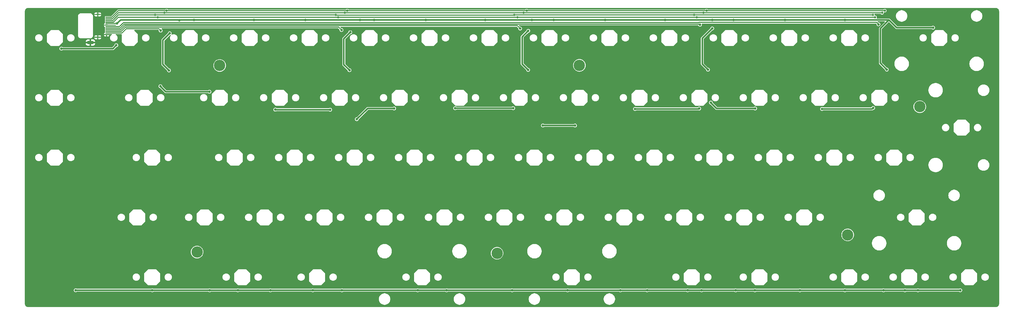
<source format=gbr>
%TF.GenerationSoftware,KiCad,Pcbnew,8.0.6*%
%TF.CreationDate,2024-12-02T23:32:27+01:00*%
%TF.ProjectId,layout_board,6c61796f-7574-45f6-926f-6172642e6b69,rev?*%
%TF.SameCoordinates,Original*%
%TF.FileFunction,Copper,L1,Top*%
%TF.FilePolarity,Positive*%
%FSLAX46Y46*%
G04 Gerber Fmt 4.6, Leading zero omitted, Abs format (unit mm)*
G04 Created by KiCad (PCBNEW 8.0.6) date 2024-12-02 23:32:27*
%MOMM*%
%LPD*%
G01*
G04 APERTURE LIST*
G04 Aperture macros list*
%AMRoundRect*
0 Rectangle with rounded corners*
0 $1 Rounding radius*
0 $2 $3 $4 $5 $6 $7 $8 $9 X,Y pos of 4 corners*
0 Add a 4 corners polygon primitive as box body*
4,1,4,$2,$3,$4,$5,$6,$7,$8,$9,$2,$3,0*
0 Add four circle primitives for the rounded corners*
1,1,$1+$1,$2,$3*
1,1,$1+$1,$4,$5*
1,1,$1+$1,$6,$7*
1,1,$1+$1,$8,$9*
0 Add four rect primitives between the rounded corners*
20,1,$1+$1,$2,$3,$4,$5,0*
20,1,$1+$1,$4,$5,$6,$7,0*
20,1,$1+$1,$6,$7,$8,$9,0*
20,1,$1+$1,$8,$9,$2,$3,0*%
G04 Aperture macros list end*
%TA.AperFunction,ComponentPad*%
%ADD10C,3.600000*%
%TD*%
%TA.AperFunction,SMDPad,CuDef*%
%ADD11R,0.650013X0.300000*%
%TD*%
%TA.AperFunction,SMDPad,CuDef*%
%ADD12R,1.150013X0.300000*%
%TD*%
%TA.AperFunction,SMDPad,CuDef*%
%ADD13RoundRect,0.250000X0.750000X-0.250000X0.750000X0.250000X-0.750000X0.250000X-0.750000X-0.250000X0*%
%TD*%
%TA.AperFunction,ViaPad*%
%ADD14C,0.700000*%
%TD*%
%TA.AperFunction,ViaPad*%
%ADD15C,0.800000*%
%TD*%
%TA.AperFunction,Conductor*%
%ADD16C,0.500000*%
%TD*%
%TA.AperFunction,Conductor*%
%ADD17C,0.300000*%
%TD*%
G04 APERTURE END LIST*
D10*
%TO.P,REF\u002A\u002A,1*%
%TO.N,N/C*%
X83299194Y-106307978D03*
%TD*%
%TO.P,REF\u002A\u002A,1*%
%TO.N,N/C*%
X312940798Y-60022470D03*
%TD*%
%TO.P,REF\u002A\u002A,1*%
%TO.N,N/C*%
X204780049Y-46851192D03*
%TD*%
%TO.P,REF\u002A\u002A,1*%
%TO.N,N/C*%
X290021286Y-100838549D03*
%TD*%
%TO.P,REF\u002A\u002A,1*%
%TO.N,N/C*%
X178623528Y-106680048D03*
%TD*%
%TO.P,REF\u002A\u002A,1*%
%TO.N,N/C*%
X90480145Y-46888399D03*
%TD*%
D11*
%TO.P,J1,1,1*%
%TO.N,GND*%
X54545462Y-37020965D03*
%TO.P,J1,2,2*%
%TO.N,/ADC0*%
X54545462Y-36520837D03*
%TO.P,J1,3,3*%
%TO.N,/ADC1*%
X54545462Y-36020965D03*
%TO.P,J1,4,4*%
%TO.N,/ADC2*%
X54545462Y-35520837D03*
%TO.P,J1,5,5*%
%TO.N,/ADC3*%
X54545462Y-35020965D03*
%TO.P,J1,6,6*%
%TO.N,/ADC4*%
X54545462Y-34520837D03*
%TO.P,J1,7,7*%
%TO.N,GND*%
X54545462Y-34020965D03*
%TO.P,J1,8,8*%
%TO.N,+3.3VA*%
X54545462Y-33520837D03*
%TO.P,J1,9,9*%
%TO.N,/SELECT0*%
X54545462Y-33020965D03*
%TO.P,J1,10,10*%
%TO.N,/SELECT1*%
X54545462Y-32520837D03*
%TO.P,J1,11,11*%
%TO.N,/SELECT2*%
X54545462Y-32020965D03*
%TO.P,J1,12,12*%
%TO.N,/SELECT3*%
X54545462Y-31520837D03*
D12*
%TO.P,J1,13,13*%
%TO.N,GND*%
X51735454Y-30635900D03*
%TO.P,J1,14,14*%
X51735454Y-37905902D03*
%TD*%
D13*
%TO.P,REF\u002A\u002A,1*%
%TO.N,GND*%
X49410896Y-39588248D03*
%TD*%
D14*
%TO.N,GND*%
X313617803Y-53280424D03*
X313729424Y-45801817D03*
X313841045Y-50378278D03*
X313878252Y-48406307D03*
X45020470Y-107714265D03*
X45057677Y-110197210D03*
X42517677Y-112737210D03*
X42517677Y-110197210D03*
X45057677Y-112737210D03*
X42453187Y-49187654D03*
X42378773Y-46471543D03*
X39997525Y-49113240D03*
X37457525Y-49113240D03*
X39997525Y-46573240D03*
X37457525Y-46573240D03*
X79250910Y-88366625D03*
X103509874Y-84794753D03*
X108383991Y-84720339D03*
X105843991Y-84720339D03*
X108421198Y-87250415D03*
X105881198Y-87250415D03*
X309897103Y-108272370D03*
X309897103Y-100652370D03*
X309897103Y-105732370D03*
X309897103Y-103192370D03*
X307113821Y-80453915D03*
X307106578Y-85146975D03*
X307106578Y-90226975D03*
X307106578Y-82606975D03*
X307106578Y-87686975D03*
X324005799Y-52064974D03*
X323998556Y-56758034D03*
X323998556Y-61838034D03*
X323998556Y-54218034D03*
X323998556Y-59298034D03*
X308929721Y-50303864D03*
X317636159Y-47885409D03*
X321877757Y-52089800D03*
X313952666Y-43867053D03*
X310827278Y-50341071D03*
X311013313Y-53801322D03*
X319384888Y-49745759D03*
X316222293Y-51913689D03*
X309859896Y-61689206D03*
X309934310Y-58042920D03*
X310008724Y-56294191D03*
X312352765Y-65484320D03*
X310184835Y-64405317D03*
X308073960Y-64368110D03*
X308073960Y-61828110D03*
X308073960Y-66908110D03*
X308073960Y-59288110D03*
X321989378Y-84943581D03*
X319570923Y-87250415D03*
X319608130Y-82291960D03*
X317068130Y-82291960D03*
X317068130Y-84831960D03*
X319608130Y-84831960D03*
X288949562Y-80270369D03*
X288949562Y-95510369D03*
X288949562Y-87890369D03*
X288949562Y-92970369D03*
X288949562Y-85350369D03*
X288949562Y-90430369D03*
X288949562Y-82810369D03*
X212628081Y-46573240D03*
X212628081Y-49113240D03*
X215168081Y-49113240D03*
X215168081Y-46573240D03*
X194600045Y-43681018D03*
X199680045Y-43681018D03*
X197140045Y-43681018D03*
X174853052Y-115230079D03*
X177393052Y-115230079D03*
X177393052Y-112690079D03*
X179933052Y-112690079D03*
X174853052Y-110150079D03*
X177393052Y-110150079D03*
X179933052Y-110150079D03*
X174853052Y-112690079D03*
X179933052Y-115230079D03*
X90078147Y-50489899D03*
X101984387Y-82822782D03*
X101909973Y-87138794D03*
X172010514Y-72022860D03*
X85650514Y-87262860D03*
X62790514Y-84722860D03*
X141530514Y-72022860D03*
X95810514Y-46622860D03*
X47550514Y-87262860D03*
X253290514Y-112662860D03*
X39930514Y-120282860D03*
X126290514Y-66942860D03*
X265990514Y-33922860D03*
X291390514Y-72022860D03*
X324410514Y-31382860D03*
X227890514Y-59322860D03*
X64444949Y-59508863D03*
X75490514Y-49162860D03*
X111050514Y-112662860D03*
X149150514Y-39002860D03*
X245670514Y-66942860D03*
X177090514Y-72022860D03*
X179630514Y-77102860D03*
X100890514Y-110122860D03*
X240590514Y-110122860D03*
X159310514Y-89802860D03*
X105970514Y-61862860D03*
X199950514Y-99962860D03*
X289321632Y-44797228D03*
X273610514Y-99962860D03*
X103430514Y-99962860D03*
X194870514Y-102502860D03*
X154230514Y-122822860D03*
X118670514Y-82182860D03*
X177090514Y-84722860D03*
X189790514Y-115202860D03*
X134715692Y-46668433D03*
X260300172Y-69577090D03*
X215190514Y-41542860D03*
X121210514Y-110122860D03*
X131370514Y-102502860D03*
X166930514Y-44082860D03*
X50090514Y-46622860D03*
X321870514Y-69482860D03*
X128830514Y-87262860D03*
X103430514Y-59322860D03*
X133910514Y-105042860D03*
X337110514Y-99962860D03*
X192330514Y-92342860D03*
X51420074Y-31960813D03*
X121210514Y-122822860D03*
X231653207Y-44700477D03*
X206501275Y-75879943D03*
X217730514Y-54242860D03*
X198985461Y-54671953D03*
X32310514Y-59322860D03*
X187250514Y-82182860D03*
X161850514Y-79642860D03*
X88190514Y-97422860D03*
X258219005Y-56160233D03*
X299010514Y-84722860D03*
X145258553Y-59285621D03*
X262941869Y-67084221D03*
X154230514Y-51702860D03*
X97112695Y-111152179D03*
X286310514Y-33922860D03*
X149150514Y-69482860D03*
X65330514Y-69482860D03*
X130819812Y-41336977D03*
X329490514Y-74562860D03*
X133910514Y-51702860D03*
X212650514Y-84722860D03*
X95810514Y-36462860D03*
X95810514Y-54242860D03*
X197410514Y-120282860D03*
X276150514Y-46622860D03*
X307034589Y-78633261D03*
X78030514Y-79642860D03*
X52630514Y-105042860D03*
X334570514Y-31382860D03*
X146610514Y-61862860D03*
X173759115Y-35101071D03*
X78030514Y-102502860D03*
X52630514Y-122822860D03*
X141530514Y-87262860D03*
X57710514Y-122822860D03*
X192330514Y-112662860D03*
X199950514Y-82182860D03*
X67942407Y-117328541D03*
X238050514Y-122822860D03*
X276150514Y-107582860D03*
X326950514Y-84722860D03*
X98350514Y-64402860D03*
X227890514Y-112662860D03*
X334570514Y-46622860D03*
X299010514Y-74562860D03*
X73225801Y-50653597D03*
X131370514Y-84722860D03*
X81336927Y-45370203D03*
X42470514Y-84722860D03*
X182170514Y-99962860D03*
X334570514Y-39002860D03*
X149150514Y-66942860D03*
X182170514Y-110122860D03*
X230430514Y-41542860D03*
X29770514Y-122822860D03*
X215190514Y-110122860D03*
X281230514Y-99962860D03*
X222810514Y-49162860D03*
X227890514Y-66942860D03*
X57710514Y-99962860D03*
X166930514Y-46622860D03*
X122820307Y-48071444D03*
X319330514Y-107582860D03*
X123750514Y-102502860D03*
X141530514Y-39002860D03*
X250750514Y-107582860D03*
X232970514Y-79642860D03*
X34850514Y-46622860D03*
X60250514Y-105042860D03*
X189790514Y-89802860D03*
X165201505Y-95004341D03*
X258370514Y-99962860D03*
X255830514Y-79642860D03*
X253290514Y-44082860D03*
X161850514Y-82182860D03*
X115862598Y-46359922D03*
X78030514Y-64402860D03*
X57710514Y-82182860D03*
X52630514Y-66942860D03*
X102470503Y-92846335D03*
X95810514Y-79642860D03*
X278690514Y-66942860D03*
X291390514Y-97422860D03*
X50090514Y-99962860D03*
X179630514Y-36462860D03*
X240590514Y-51702860D03*
X311350601Y-111375421D03*
X108510514Y-97422860D03*
X271070514Y-120282860D03*
X281230514Y-39002860D03*
X337110514Y-36462860D03*
X205030514Y-102502860D03*
X156770514Y-105042860D03*
X100890514Y-41542860D03*
X227890514Y-102502860D03*
X126290514Y-59322860D03*
X42470514Y-72022860D03*
X316790514Y-31382860D03*
X103430514Y-112662860D03*
X293930514Y-82182860D03*
X78030514Y-94882860D03*
X37390514Y-31382860D03*
X248210514Y-64402860D03*
X194870514Y-122822860D03*
X164390514Y-92342860D03*
X222810514Y-44082860D03*
X240590514Y-107582860D03*
X116130514Y-54242860D03*
X166930514Y-74562860D03*
X321870514Y-110122860D03*
X202490514Y-44082860D03*
X250750514Y-61862860D03*
X141530514Y-36462860D03*
X60250514Y-61862860D03*
X268530514Y-94882860D03*
X194870514Y-66942860D03*
X61170733Y-94781099D03*
X169470514Y-44082860D03*
X202557333Y-59657691D03*
X146610514Y-89802860D03*
X121210514Y-69482860D03*
X121210514Y-92342860D03*
X123750514Y-36462860D03*
X70410514Y-69482860D03*
X276150514Y-82182860D03*
X55170514Y-46622860D03*
X177090514Y-59322860D03*
X45010514Y-44082860D03*
X210110514Y-61862860D03*
X232970514Y-107582860D03*
X232970514Y-69482860D03*
X301550514Y-51702860D03*
X268530514Y-99962860D03*
X282922028Y-64402860D03*
X245670514Y-72022860D03*
X283770514Y-33922860D03*
X123564447Y-40109146D03*
X95810514Y-51702860D03*
X34850514Y-99962860D03*
X103430514Y-72022860D03*
X301302286Y-41336977D03*
X172010514Y-54242860D03*
X78030514Y-82182860D03*
X321870514Y-74562860D03*
X134245281Y-79228573D03*
X324000981Y-64048117D03*
X169470514Y-110122860D03*
X81855400Y-69502676D03*
X184710514Y-87262860D03*
X52630514Y-51702860D03*
X337110514Y-39002860D03*
X60250514Y-69482860D03*
X105970514Y-69482860D03*
X161850514Y-74562860D03*
X118670514Y-105042860D03*
X75490514Y-69482860D03*
X273610514Y-84722860D03*
X255830514Y-82182860D03*
X310864485Y-48369100D03*
X202490514Y-122822860D03*
X126290514Y-84722860D03*
X52945561Y-34156026D03*
X134131235Y-42304359D03*
X271070514Y-41542860D03*
X232970514Y-92342860D03*
X268530514Y-64402860D03*
X301550514Y-94882860D03*
X238050514Y-82182860D03*
X90730514Y-112662860D03*
X164390514Y-79642860D03*
X306630514Y-102502860D03*
X161850514Y-91878953D03*
X29770514Y-107582860D03*
X47550514Y-94882860D03*
X217730514Y-82182860D03*
X278690514Y-110122860D03*
X123750514Y-99962860D03*
X93270514Y-41542860D03*
X47550514Y-74562860D03*
X296470514Y-120282860D03*
X232970514Y-61862860D03*
X52630514Y-94882860D03*
X202490514Y-39002860D03*
X65409906Y-53950150D03*
X293191160Y-41671840D03*
X156770514Y-120282860D03*
X291554052Y-47773788D03*
X50901601Y-44179579D03*
X159310514Y-82182860D03*
X291390514Y-41542860D03*
X42470514Y-107582860D03*
X32310514Y-102502860D03*
X37390514Y-117742860D03*
X311710514Y-39002860D03*
X39930514Y-94882860D03*
X149150514Y-61862860D03*
X154230514Y-97422860D03*
X34850514Y-36462860D03*
X154230514Y-59322860D03*
X207022173Y-59360035D03*
X47550514Y-77102860D03*
X253977407Y-95227583D03*
X296470514Y-122822860D03*
X52630514Y-107582860D03*
X65635573Y-60178589D03*
X217730514Y-44082860D03*
X230430514Y-72022860D03*
X334570514Y-112662860D03*
X77762630Y-46880820D03*
X238050514Y-84722860D03*
X154634717Y-73721937D03*
X227890514Y-79642860D03*
X194870514Y-69482860D03*
X240590514Y-77102860D03*
X154230514Y-84722860D03*
X72950514Y-120282860D03*
X45010514Y-64402860D03*
X131370514Y-122822860D03*
X103430514Y-66942860D03*
X326950514Y-31382860D03*
X39930514Y-82182860D03*
X215190514Y-84722860D03*
X164390514Y-66942860D03*
X45010514Y-120282860D03*
X291390514Y-69482860D03*
X70358437Y-84720339D03*
X316631570Y-43308948D03*
X187250514Y-87262860D03*
X203375887Y-111077765D03*
X76572006Y-48108651D03*
X286310514Y-82182860D03*
X34850514Y-120282860D03*
X169552299Y-52536284D03*
X282922028Y-54173392D03*
X169470514Y-87262860D03*
X332030514Y-97422860D03*
X149150514Y-122822860D03*
X189790514Y-94882860D03*
X113590514Y-41542860D03*
X77502181Y-49931794D03*
X187250514Y-110122860D03*
X281230514Y-115202860D03*
X337110514Y-110122860D03*
X212650514Y-97422860D03*
X144070514Y-46622860D03*
X116130514Y-66942860D03*
X205030514Y-110122860D03*
X311710514Y-33922860D03*
X172010514Y-64402860D03*
X253416877Y-49969001D03*
X227890514Y-97422860D03*
X29770514Y-84722860D03*
X151690514Y-54242860D03*
X126290514Y-61862860D03*
X243130514Y-82182860D03*
X321870514Y-97422860D03*
X144070514Y-102502860D03*
X160364595Y-38226459D03*
X232970514Y-97422860D03*
X182170514Y-84722860D03*
X172010514Y-99962860D03*
X324410514Y-33922860D03*
X220270514Y-72022860D03*
X235510514Y-102502860D03*
X32310514Y-92342860D03*
X151690514Y-79642860D03*
X29770514Y-46622860D03*
X210110514Y-89802860D03*
X75490514Y-105042860D03*
X80570514Y-99962860D03*
X324410514Y-69482860D03*
X126290514Y-87262860D03*
X70410514Y-61862860D03*
X123752907Y-92027781D03*
X255830514Y-44082860D03*
X290068197Y-111077765D03*
X263450514Y-92342860D03*
X212650514Y-112662860D03*
X235510514Y-105042860D03*
X62790514Y-102502860D03*
X230430514Y-59322860D03*
X131370514Y-112662860D03*
X29770514Y-105042860D03*
X156770514Y-122822860D03*
X201589951Y-111077765D03*
X244598818Y-50899176D03*
X230430514Y-49162860D03*
X291390514Y-74562860D03*
X70410514Y-105042860D03*
X146610514Y-51702860D03*
X276150514Y-112662860D03*
X291390514Y-84722860D03*
X90730514Y-36462860D03*
X296470514Y-99962860D03*
X329490514Y-97422860D03*
X103430514Y-61862860D03*
X337110514Y-102502860D03*
X293930514Y-74562860D03*
X311710514Y-120282860D03*
X37390514Y-112662860D03*
X62790514Y-112662860D03*
X329490514Y-105042860D03*
X299010514Y-79642860D03*
X37730323Y-79228573D03*
X263450514Y-61862860D03*
X29770514Y-112662860D03*
X105970514Y-49162860D03*
X146610514Y-112662860D03*
X232970514Y-110122860D03*
X236564531Y-46039929D03*
X293930514Y-77102860D03*
X159310514Y-79642860D03*
X292343148Y-49009368D03*
X105970514Y-66942860D03*
X305357849Y-48517928D03*
X337110514Y-59322860D03*
X60250514Y-87262860D03*
X250750514Y-74562860D03*
X207245415Y-78410019D03*
X232970514Y-66942860D03*
X194870514Y-87262860D03*
X74490839Y-38970599D03*
X156770514Y-102502860D03*
X102470503Y-97906487D03*
X238050514Y-107582860D03*
X207570514Y-44082860D03*
X245670514Y-122822860D03*
X128830514Y-97422860D03*
X205030514Y-82182860D03*
X57710514Y-56782860D03*
X248210514Y-72022860D03*
X250750514Y-64402860D03*
X83110514Y-87262860D03*
X278690514Y-77102860D03*
X113590514Y-69482860D03*
X50090514Y-107582860D03*
X164390514Y-46622860D03*
X306630514Y-105042860D03*
X133910514Y-54242860D03*
X197410514Y-107582860D03*
X118690330Y-49485310D03*
X184710514Y-66942860D03*
X164390514Y-112662860D03*
X220639935Y-57202029D03*
X72950514Y-97422860D03*
X337110514Y-41542860D03*
X286310514Y-59322860D03*
X45010514Y-87262860D03*
X166930514Y-61862860D03*
X227890514Y-115202860D03*
X255830514Y-87262860D03*
X187250514Y-122822860D03*
X43160120Y-29467944D03*
X212650514Y-82182860D03*
X326950514Y-74562860D03*
X123750514Y-59322860D03*
X232970514Y-82182860D03*
X105970514Y-36462860D03*
X248210514Y-105042860D03*
X263450514Y-77102860D03*
X60250514Y-72022860D03*
X88190514Y-61862860D03*
X113590514Y-54242860D03*
X293930514Y-110122860D03*
X45010514Y-39002860D03*
X172010514Y-89802860D03*
X131370514Y-120282860D03*
X55810500Y-30509740D03*
X98350514Y-92342860D03*
X62790514Y-79642860D03*
X298623382Y-41448598D03*
X235510514Y-110122860D03*
X334570514Y-110122860D03*
X294232956Y-51643316D03*
X42862464Y-39885904D03*
X197410514Y-102502860D03*
X201589951Y-98204143D03*
X156770514Y-79642860D03*
X100890514Y-61862860D03*
X319330514Y-92342860D03*
X116130514Y-69482860D03*
X286310514Y-105042860D03*
X271070514Y-105042860D03*
X126290514Y-102502860D03*
X207245415Y-73721937D03*
X154230514Y-69482860D03*
X164457365Y-54671953D03*
X258739903Y-92176609D03*
X192330514Y-97422860D03*
X72950514Y-74562860D03*
X141530514Y-89802860D03*
X248096276Y-40034732D03*
X238050514Y-66942860D03*
X37390514Y-72022860D03*
X133910514Y-59322860D03*
X271070514Y-51702860D03*
X57710514Y-112662860D03*
X303013808Y-38955729D03*
X319087232Y-46136680D03*
X79548566Y-46173887D03*
X82004228Y-52610698D03*
X78030514Y-56782860D03*
X118670514Y-69482860D03*
X78030514Y-112662860D03*
X130673409Y-54597539D03*
X29770514Y-54242860D03*
X316790514Y-92342860D03*
X184710514Y-102502860D03*
X169470514Y-102502860D03*
X259928102Y-72330408D03*
X283770514Y-115202860D03*
X65330514Y-122822860D03*
X215190514Y-89802860D03*
X179598189Y-41820668D03*
X240590514Y-97422860D03*
X254793536Y-48517928D03*
X121210514Y-87262860D03*
X93270514Y-49162860D03*
X258370514Y-112662860D03*
X314250514Y-92342860D03*
X337110514Y-107582860D03*
X314250514Y-120282860D03*
X212650514Y-79642860D03*
X319330514Y-115202860D03*
X121210514Y-41542860D03*
X37390514Y-41542860D03*
X151690514Y-120282860D03*
X57710514Y-66942860D03*
X293265574Y-45987852D03*
X146610514Y-110122860D03*
X311710514Y-36462860D03*
X60250514Y-115202860D03*
X141530514Y-84722860D03*
X154230514Y-107582860D03*
X37390514Y-115202860D03*
X314250514Y-122822860D03*
X75490514Y-110122860D03*
X52630514Y-102502860D03*
X138990514Y-84722860D03*
X281230514Y-102502860D03*
X179630514Y-51702860D03*
X265990514Y-120282860D03*
X177090514Y-66942860D03*
X72950514Y-122822860D03*
X299010514Y-97422860D03*
X230430514Y-122822860D03*
X154230514Y-110122860D03*
X100124037Y-82086077D03*
X217730514Y-122822860D03*
X126290514Y-36462860D03*
X120848336Y-59382372D03*
X50090514Y-102502860D03*
X144070514Y-49162860D03*
X141530514Y-99962860D03*
X108572451Y-53927813D03*
X280689608Y-71735096D03*
X291390514Y-33922860D03*
X47550514Y-84722860D03*
X316790514Y-87262860D03*
X278690514Y-72022860D03*
X197720423Y-34803415D03*
X245345383Y-78558847D03*
X241327027Y-95078755D03*
X93270514Y-120282860D03*
X212650514Y-51702860D03*
X108510514Y-49162860D03*
X120848336Y-51792144D03*
X210110514Y-79642860D03*
X67870514Y-110122860D03*
X334570514Y-107582860D03*
X37581495Y-53927813D03*
X39930514Y-92342860D03*
X146610514Y-41542860D03*
X131370514Y-66942860D03*
X210110514Y-115202860D03*
X260910514Y-44082860D03*
X265990514Y-122822860D03*
X255830514Y-99962860D03*
X88190514Y-74562860D03*
X196750616Y-57149952D03*
X70410514Y-97422860D03*
X81929814Y-74637242D03*
X305581091Y-50675934D03*
X85650514Y-54242860D03*
X80570514Y-120282860D03*
X217730514Y-69482860D03*
X69133031Y-38598529D03*
X337110514Y-105042860D03*
X293930514Y-89802860D03*
X182170514Y-122822860D03*
X281230514Y-105042860D03*
X103472667Y-81780986D03*
X189790514Y-99962860D03*
X321870514Y-44082860D03*
X248210514Y-94882860D03*
X113590514Y-110122860D03*
X64444949Y-54746367D03*
X78030514Y-51702860D03*
X61914873Y-92995163D03*
X103430514Y-107582860D03*
X85650514Y-74562860D03*
X85650514Y-115202860D03*
X199950514Y-77102860D03*
X197410514Y-122822860D03*
X315964269Y-39119427D03*
X88190514Y-92342860D03*
X230430514Y-79642860D03*
X293930514Y-69482860D03*
X265990514Y-46622860D03*
X73781481Y-89966526D03*
X123750514Y-69482860D03*
X326950514Y-41542860D03*
X57710514Y-79642860D03*
X242850089Y-46508750D03*
X235510514Y-99962860D03*
X75490514Y-72022860D03*
X251407699Y-45504161D03*
X240590514Y-105042860D03*
X329490514Y-79642860D03*
X266104464Y-61317136D03*
X306630514Y-122822860D03*
X121210514Y-84722860D03*
X232970514Y-41542860D03*
X222810514Y-112662860D03*
X52630514Y-110122860D03*
X306960175Y-117105299D03*
X126290514Y-49162860D03*
X260910514Y-105042860D03*
X271070514Y-112662860D03*
X141530514Y-74562860D03*
X224730280Y-87193360D03*
X301550514Y-72022860D03*
X98350514Y-122822860D03*
X332030514Y-99962860D03*
X136450514Y-107582860D03*
X34850514Y-56782860D03*
X98350514Y-49162860D03*
X281230514Y-84722860D03*
X253290514Y-122822860D03*
X278690514Y-51702860D03*
X224953522Y-100101700D03*
X187672108Y-46173887D03*
X121210514Y-99962860D03*
X319330514Y-41542860D03*
X205030514Y-74562860D03*
X207570514Y-107582860D03*
X50090514Y-77102860D03*
X111050514Y-105042860D03*
X192330514Y-115202860D03*
X62790514Y-49162860D03*
X57710514Y-97422860D03*
X135173031Y-50117829D03*
X62790514Y-122822860D03*
X177090514Y-102502860D03*
X245670514Y-112662860D03*
X227890514Y-107582860D03*
X192330514Y-79642860D03*
X212650514Y-59322860D03*
X281230514Y-89802860D03*
X62790514Y-66942860D03*
X239764333Y-56681131D03*
X85650514Y-102502860D03*
X253290514Y-99962860D03*
X83110514Y-112662860D03*
X319330514Y-74562860D03*
X52630514Y-92342860D03*
X90730514Y-110122860D03*
X293930514Y-102502860D03*
X215190514Y-69482860D03*
X305060193Y-39774283D03*
X120850761Y-44700477D03*
X57710514Y-54242860D03*
X250750514Y-99962860D03*
X230430514Y-84722860D03*
X326950514Y-56782860D03*
X47550514Y-120282860D03*
X243130514Y-89802860D03*
X244822060Y-46211094D03*
X84611143Y-44700477D03*
X123750514Y-74562860D03*
X83110514Y-102502860D03*
X100890514Y-56782860D03*
X113590514Y-44082860D03*
X75490514Y-59322860D03*
X98350514Y-105042860D03*
X304090514Y-66942860D03*
X156770514Y-110122860D03*
X116130514Y-92342860D03*
X138990514Y-110122860D03*
X301302286Y-48183065D03*
X184177075Y-95227583D03*
X161850514Y-36462860D03*
X68984203Y-54746367D03*
X70358437Y-87287622D03*
X230430514Y-110122860D03*
X73707067Y-87324829D03*
X156770514Y-49162860D03*
X240590514Y-39002860D03*
X276150514Y-122822860D03*
X121210514Y-97422860D03*
X194870514Y-64402860D03*
X144070514Y-84722860D03*
X172010514Y-92342860D03*
X156770514Y-74562860D03*
X185737344Y-46769199D03*
X250750514Y-97422860D03*
X227890514Y-89802860D03*
X92126957Y-75805529D03*
X88190514Y-64402860D03*
X75490514Y-92342860D03*
X326950514Y-51702860D03*
X169145447Y-73721937D03*
X164390514Y-44082860D03*
X278690514Y-99962860D03*
X245670514Y-59322860D03*
X283147695Y-59508863D03*
X45010514Y-46622860D03*
X182170514Y-51702860D03*
X321870514Y-59322860D03*
X78030514Y-115202860D03*
X29770514Y-92342860D03*
X192330514Y-36462860D03*
X332030514Y-51702860D03*
X253290514Y-89802860D03*
X263450514Y-51702860D03*
X67381877Y-48294686D03*
X88190514Y-36462860D03*
X268530514Y-41542860D03*
X230430514Y-36462860D03*
X282922028Y-61862860D03*
X293930514Y-99962860D03*
X319330514Y-64402860D03*
X304090514Y-54242860D03*
X212650514Y-72022860D03*
X45010514Y-77102860D03*
X276150514Y-84722860D03*
X128830514Y-64402860D03*
X133910514Y-110122860D03*
X98350514Y-110122860D03*
X131936022Y-39216178D03*
X268530514Y-61862860D03*
X314250514Y-87262860D03*
X177090514Y-41542860D03*
X179630514Y-82182860D03*
X88190514Y-51702860D03*
X217730514Y-120282860D03*
X40409227Y-54597539D03*
X159310514Y-41542860D03*
X263450514Y-49162860D03*
X29770514Y-72022860D03*
X100890514Y-59322860D03*
X138990514Y-87262860D03*
X50090514Y-66942860D03*
X286310514Y-122822860D03*
X92945511Y-59360035D03*
X230430514Y-120282860D03*
X164390514Y-110122860D03*
X121210514Y-102502860D03*
X156770514Y-84722860D03*
X156770514Y-59322860D03*
X296470514Y-110122860D03*
X319330514Y-99962860D03*
X105970514Y-54242860D03*
X34850514Y-41542860D03*
X116130514Y-87262860D03*
X81929814Y-64442524D03*
X296470514Y-89802860D03*
X278690514Y-46622860D03*
X146610514Y-79642860D03*
X45010514Y-54242860D03*
X334570514Y-49162860D03*
X263450514Y-41542860D03*
X250750514Y-84722860D03*
X202334091Y-54746367D03*
X159310514Y-87262860D03*
X329490514Y-82182860D03*
X32310514Y-112662860D03*
X282552383Y-75879943D03*
X207570514Y-122822860D03*
X268530514Y-39002860D03*
X303646327Y-48331893D03*
X332030514Y-122822860D03*
X232970514Y-102502860D03*
X111050514Y-77102860D03*
X232970514Y-89802860D03*
X164390514Y-72022860D03*
X289023976Y-50303864D03*
X146610514Y-49162860D03*
X172010514Y-66942860D03*
X116130514Y-59322860D03*
X118670514Y-92342860D03*
X210110514Y-59322860D03*
X90730514Y-99962860D03*
X85650514Y-66942860D03*
X238645698Y-48220272D03*
X138990514Y-69482860D03*
X79436945Y-48555135D03*
X304090514Y-31382860D03*
X121297245Y-35547555D03*
X273610514Y-56782860D03*
X249472935Y-46062266D03*
X224953522Y-97561700D03*
X149150514Y-36462860D03*
X123750514Y-110122860D03*
X248210514Y-99962860D03*
X103430514Y-39002860D03*
X326307815Y-111598663D03*
X141530514Y-64402860D03*
X278690514Y-84722860D03*
X124643450Y-48220272D03*
X207570514Y-87262860D03*
X197410514Y-46622860D03*
X326950514Y-79642860D03*
X177090514Y-64402860D03*
X184710514Y-64402860D03*
X238050514Y-105042860D03*
X250750514Y-115202860D03*
X174550514Y-102502860D03*
X222810514Y-122822860D03*
X199950514Y-72022860D03*
X151690514Y-115202860D03*
X128830514Y-92342860D03*
X306630514Y-97422860D03*
X222810514Y-115202860D03*
X42470514Y-117742860D03*
X70410514Y-107582860D03*
X75490514Y-66942860D03*
X32310514Y-41542860D03*
X248210514Y-79642860D03*
X42470514Y-59322860D03*
X314250514Y-84722860D03*
X227890514Y-84722860D03*
X128830514Y-84722860D03*
X42470514Y-92342860D03*
X29770514Y-77102860D03*
X205030514Y-36462860D03*
X29770514Y-94882860D03*
X32310514Y-51702860D03*
X47550514Y-72022860D03*
X80570514Y-97422860D03*
X260910514Y-120282860D03*
X240952532Y-45876231D03*
X210110514Y-51702860D03*
X42470514Y-105042860D03*
X166930514Y-110122860D03*
X179630514Y-69482860D03*
X159310514Y-66942860D03*
X178670439Y-92771921D03*
X250750514Y-56782860D03*
X108510514Y-107582860D03*
X278690514Y-105042860D03*
X136065999Y-35011787D03*
X131370514Y-107582860D03*
X332030514Y-36462860D03*
X108510514Y-89802860D03*
X131370514Y-92342860D03*
X46731992Y-29467944D03*
X72950514Y-69482860D03*
X273610514Y-97422860D03*
X250750514Y-54242860D03*
X184710514Y-110122860D03*
X291390514Y-107582860D03*
X225350514Y-66942860D03*
X312650421Y-56108156D03*
X143174961Y-98352971D03*
X220270514Y-54242860D03*
X133910514Y-102502860D03*
X291390514Y-92342860D03*
X210110514Y-44082860D03*
X278690514Y-82182860D03*
X65330514Y-84722860D03*
X57710514Y-107582860D03*
X337110514Y-54242860D03*
X78806851Y-40384465D03*
X230016099Y-39119427D03*
X191020738Y-40816079D03*
X291390514Y-122822860D03*
X32310514Y-122822860D03*
X81855400Y-56777882D03*
X111050514Y-102502860D03*
X265990514Y-99962860D03*
X242517651Y-111449835D03*
X93724433Y-43829846D03*
X222810514Y-89802860D03*
X126290514Y-122822860D03*
X175617040Y-44201916D03*
X118670514Y-102502860D03*
X334570514Y-74562860D03*
X138990514Y-64402860D03*
X95810514Y-120282860D03*
X222810514Y-84722860D03*
X111050514Y-69482860D03*
X42470514Y-120282860D03*
X255830514Y-84722860D03*
X255830514Y-64402860D03*
X175842707Y-34952243D03*
X278690514Y-92342860D03*
X260910514Y-122822860D03*
X184710514Y-49162860D03*
X205030514Y-66942860D03*
X62790514Y-54242860D03*
X252970393Y-46992441D03*
X334570514Y-122822860D03*
X234183283Y-49165317D03*
X179630514Y-87262860D03*
X161850514Y-64402860D03*
X332030514Y-41542860D03*
X71474647Y-46918027D03*
X334570514Y-51702860D03*
X282922028Y-71883924D03*
X159310514Y-69482860D03*
X258370514Y-105042860D03*
X314250514Y-36462860D03*
X34850514Y-122822860D03*
X296470514Y-74562860D03*
X293930514Y-33922860D03*
X116130514Y-94882860D03*
X337110514Y-117742860D03*
X39930514Y-102502860D03*
X240590514Y-74562860D03*
X65330514Y-61862860D03*
X116130514Y-82182860D03*
X118670514Y-97422860D03*
X88331843Y-54746367D03*
X47550514Y-82182860D03*
X271070514Y-72022860D03*
X156770514Y-51702860D03*
X122190213Y-38375287D03*
X133910514Y-107582860D03*
X251258871Y-47848202D03*
X103430514Y-122822860D03*
X133910514Y-61862860D03*
X161850514Y-46622860D03*
X70842128Y-44946056D03*
X34850514Y-97422860D03*
X287910191Y-117254127D03*
X187250514Y-79642860D03*
X297135102Y-38769694D03*
X166930514Y-69482860D03*
X301550514Y-64402860D03*
X283770514Y-122822860D03*
X70410514Y-59322860D03*
X309170514Y-84722860D03*
X154230514Y-61862860D03*
X337110514Y-79642860D03*
X314250514Y-33922860D03*
X245670514Y-110122860D03*
X58675439Y-37281414D03*
X319330514Y-112662860D03*
X250256707Y-40458879D03*
X67347095Y-94929927D03*
X232970514Y-84722860D03*
X255830514Y-46622860D03*
X271070514Y-61862860D03*
X72950514Y-66942860D03*
X45010514Y-61862860D03*
X108510514Y-51702860D03*
X255830514Y-54242860D03*
X337110514Y-31382860D03*
X67870514Y-87262860D03*
X227890514Y-120282860D03*
X332030514Y-39002860D03*
X50090514Y-84722860D03*
X288850514Y-122822860D03*
X103430514Y-69482860D03*
X315403739Y-56889503D03*
X237566695Y-40109146D03*
X291390514Y-105042860D03*
X151690514Y-59322860D03*
X273610514Y-49162860D03*
X149150514Y-41542860D03*
X296018892Y-48071444D03*
X193627653Y-46114343D03*
X245670514Y-99962860D03*
X161850514Y-49162860D03*
X220270514Y-89802860D03*
X260910514Y-51702860D03*
X271070514Y-110122860D03*
X220270514Y-122822860D03*
X111050514Y-99962860D03*
X57710514Y-84722860D03*
X212650514Y-61862860D03*
X237978397Y-116733229D03*
X215654197Y-94706685D03*
X329490514Y-39002860D03*
X268530514Y-66942860D03*
X45010514Y-59322860D03*
X184710514Y-122822860D03*
X235671563Y-92771921D03*
X138990514Y-112662860D03*
X307109003Y-73498695D03*
X177090514Y-54242860D03*
X159310514Y-77102860D03*
X67870514Y-84722860D03*
X85650514Y-79642860D03*
X172010514Y-112662860D03*
X260910514Y-74562860D03*
X32310514Y-33922860D03*
X273610514Y-69482860D03*
X215190514Y-44082860D03*
X192330514Y-72022860D03*
X55170514Y-115202860D03*
X34850514Y-82182860D03*
X93270514Y-36462860D03*
X250750514Y-120282860D03*
X151690514Y-49162860D03*
X177090514Y-61862860D03*
X276150514Y-102502860D03*
X164390514Y-59322860D03*
X103430514Y-79642860D03*
X144070514Y-36462860D03*
X265065093Y-57053201D03*
X166930514Y-64402860D03*
X268530514Y-54242860D03*
X149150514Y-46622860D03*
X215190514Y-74562860D03*
X240590514Y-49162860D03*
X54024564Y-40332388D03*
X45010514Y-99962860D03*
X60250514Y-54242860D03*
X105970514Y-77102860D03*
X57710514Y-72022860D03*
X105970514Y-74562860D03*
X29770514Y-99962860D03*
X286310514Y-64402860D03*
X263450514Y-84722860D03*
X199950514Y-36462860D03*
X326158987Y-116509987D03*
X98350514Y-82182860D03*
X306630514Y-99962860D03*
X212650514Y-66942860D03*
X82601965Y-94855513D03*
X205030514Y-89802860D03*
X301550514Y-99962860D03*
X47550514Y-61862860D03*
X212650514Y-44082860D03*
X225350514Y-39002860D03*
X296470514Y-82182860D03*
X286310514Y-97422860D03*
X47550514Y-66942860D03*
X337110514Y-72022860D03*
X120773922Y-56926710D03*
X34850514Y-79642860D03*
X113590514Y-66942860D03*
X29770514Y-61862860D03*
X45010514Y-79642860D03*
X34850514Y-64402860D03*
X249363739Y-43733095D03*
X47550514Y-99962860D03*
X90730514Y-107582860D03*
X273610514Y-89802860D03*
X297916449Y-48220272D03*
X222810514Y-41542860D03*
X187250514Y-92342860D03*
X78030514Y-77102860D03*
X144070514Y-99962860D03*
X238050514Y-102502860D03*
X297544379Y-46285508D03*
X52630514Y-97422860D03*
X166930514Y-79642860D03*
X138990514Y-59322860D03*
X237755155Y-92102195D03*
X187302463Y-53927813D03*
X248210514Y-112662860D03*
X83110514Y-97422860D03*
X237016339Y-47744330D03*
X93270514Y-102502860D03*
X274664499Y-38449701D03*
X117353303Y-44105165D03*
X164390514Y-51702860D03*
X121210514Y-89802860D03*
X316790514Y-97422860D03*
X255830514Y-122822860D03*
X264765012Y-59531200D03*
X286310514Y-72022860D03*
X207570514Y-105042860D03*
X205030514Y-51702860D03*
X197410514Y-105042860D03*
X32310514Y-97422860D03*
X49041251Y-43435439D03*
X32310514Y-105042860D03*
X273610514Y-122822860D03*
X268530514Y-51702860D03*
X238050514Y-87262860D03*
X52630514Y-74562860D03*
X136450514Y-120282860D03*
X265990514Y-36462860D03*
X138990514Y-72022860D03*
X226220985Y-73647523D03*
X242666479Y-116733229D03*
X291390514Y-87262860D03*
X32310514Y-66942860D03*
X57710514Y-49162860D03*
X52982768Y-36500067D03*
X199950514Y-87262860D03*
X281230514Y-36462860D03*
X225350514Y-72022860D03*
X265809233Y-72977797D03*
X154230514Y-120282860D03*
X250750514Y-33922860D03*
X90730514Y-69482860D03*
X69614297Y-46136680D03*
X166930514Y-82182860D03*
X227890514Y-110122860D03*
X194870514Y-112662860D03*
X98350514Y-79642860D03*
X253290514Y-72022860D03*
X138990514Y-102502860D03*
X210110514Y-66942860D03*
X44946056Y-40183560D03*
X296470514Y-49162860D03*
X207570514Y-94882860D03*
X245640614Y-38881315D03*
X111050514Y-92342860D03*
X273610514Y-107582860D03*
X111995495Y-78707675D03*
X62790514Y-61862860D03*
X220270514Y-120282860D03*
X42470514Y-87262860D03*
X296470514Y-107582860D03*
X177514597Y-49113240D03*
X258370514Y-107582860D03*
X329490514Y-41542860D03*
X67870514Y-99962860D03*
X230430514Y-107582860D03*
X276150514Y-77102860D03*
X283770514Y-46622860D03*
X230430514Y-102502860D03*
X131370514Y-94882860D03*
X215190514Y-64402860D03*
X329490514Y-84722860D03*
X29770514Y-39002860D03*
X184710514Y-97422860D03*
X296691043Y-56532303D03*
X334570514Y-44082860D03*
X220270514Y-44082860D03*
X271070514Y-44082860D03*
X45010514Y-56782860D03*
X207570514Y-36462860D03*
X95810514Y-64402860D03*
X235510514Y-41542860D03*
X240590514Y-54242860D03*
X255830514Y-107582860D03*
X131370514Y-72022860D03*
X210110514Y-69482860D03*
X87364461Y-56904373D03*
X70410514Y-66942860D03*
X252786783Y-33910447D03*
X220270514Y-66942860D03*
X131370514Y-105042860D03*
X78509195Y-43137783D03*
X47550514Y-69482860D03*
X136450514Y-115202860D03*
X276673677Y-91878953D03*
X273610514Y-44082860D03*
X161850514Y-72022860D03*
X169470514Y-46622860D03*
X90730514Y-66942860D03*
X121210514Y-77102860D03*
X50090514Y-69482860D03*
X57710514Y-74562860D03*
X177090514Y-99962860D03*
X190574254Y-47922616D03*
X136450514Y-112662860D03*
X224953522Y-115341700D03*
X240136403Y-117402955D03*
X57710514Y-110122860D03*
X154230514Y-99962860D03*
X50090514Y-97422860D03*
X293930514Y-72022860D03*
X324410514Y-74562860D03*
X207570514Y-97422860D03*
X210110514Y-92342860D03*
X39930514Y-69482860D03*
X309713493Y-111077765D03*
X34850514Y-61862860D03*
X113590514Y-36462860D03*
X149150514Y-107582860D03*
X256805139Y-92027781D03*
X253290514Y-84722860D03*
X187250514Y-102502860D03*
X77092904Y-41374184D03*
X253290514Y-102502860D03*
X182170514Y-36462860D03*
X138990514Y-66942860D03*
X280838436Y-64422676D03*
X224953522Y-110261700D03*
X177090514Y-74562860D03*
X47550514Y-110122860D03*
X156770514Y-66942860D03*
X243130514Y-92342860D03*
X268530514Y-82182860D03*
X98350514Y-72022860D03*
X98350514Y-107582860D03*
X62790514Y-74562860D03*
X85650514Y-84722860D03*
X169470514Y-112662860D03*
X276150514Y-89802860D03*
X118670514Y-107582860D03*
X32310514Y-74562860D03*
X304090514Y-87262860D03*
X197410514Y-112662860D03*
X154230514Y-41542860D03*
X136450514Y-122822860D03*
X307887925Y-40667251D03*
X268530514Y-33922860D03*
X184710514Y-120282860D03*
X78030514Y-69482860D03*
X329490514Y-77102860D03*
X244601243Y-54076641D03*
X131370514Y-110122860D03*
X215190514Y-112662860D03*
X166930514Y-99962860D03*
X235510514Y-97422860D03*
X52630514Y-84722860D03*
X164390514Y-115202860D03*
X88190514Y-105042860D03*
X316790514Y-72022860D03*
X85650514Y-110122860D03*
X37390514Y-64402860D03*
X304090514Y-79642860D03*
X270050831Y-76103185D03*
X207570514Y-92342860D03*
X329490514Y-59322860D03*
X182170514Y-79642860D03*
X179630514Y-89802860D03*
X326950514Y-33922860D03*
X179630514Y-122822860D03*
X42470514Y-89802860D03*
X60250514Y-59322860D03*
X133910514Y-97422860D03*
X159310514Y-102502860D03*
X230430514Y-89802860D03*
X105970514Y-41542860D03*
X296470514Y-72022860D03*
X289619288Y-47476132D03*
X159310514Y-110122860D03*
X316790514Y-105042860D03*
X34850514Y-77102860D03*
X179630514Y-64402860D03*
X104256439Y-92027781D03*
X159310514Y-59322860D03*
X70410514Y-122822860D03*
X248210514Y-84722860D03*
X174550514Y-92342860D03*
X164390514Y-99962860D03*
X95401173Y-111896319D03*
X227890514Y-54242860D03*
X220270514Y-46622860D03*
X240803704Y-42155531D03*
X100890514Y-46622860D03*
X90730514Y-84722860D03*
X105970514Y-59322860D03*
X229048717Y-46709655D03*
X263450514Y-122822860D03*
X278690514Y-115202860D03*
X212650514Y-102502860D03*
X154230514Y-82182860D03*
X224583877Y-78410019D03*
X286310514Y-84722860D03*
X39930514Y-61862860D03*
X273610514Y-77102860D03*
X116130514Y-72022860D03*
X222810514Y-87262860D03*
X67870514Y-89802860D03*
X321870514Y-77102860D03*
X156770514Y-54242860D03*
X230430514Y-87262860D03*
X278690514Y-87262860D03*
X50090514Y-64402860D03*
X119139239Y-111821905D03*
X334570514Y-82182860D03*
X227890514Y-72022860D03*
X62790514Y-87262860D03*
X324410514Y-44082860D03*
X210110514Y-107582860D03*
X182170514Y-89802860D03*
X174550514Y-97422860D03*
X111050514Y-84722860D03*
X220270514Y-105042860D03*
X199950514Y-84722860D03*
X52630514Y-54242860D03*
X319330514Y-51702860D03*
X273610514Y-74562860D03*
X212650514Y-77102860D03*
X324410514Y-72022860D03*
X133910514Y-69482860D03*
X240590514Y-69482860D03*
X263450514Y-39002860D03*
X133910514Y-66942860D03*
X192330514Y-122822860D03*
X151690514Y-36462860D03*
X199950514Y-64402860D03*
X268530514Y-110122860D03*
X116130514Y-99962860D03*
X123750514Y-122822860D03*
X189790514Y-49162860D03*
X215190514Y-66942860D03*
X166687360Y-53131596D03*
X235510514Y-120282860D03*
X205030514Y-99962860D03*
X299369947Y-54002227D03*
X136450514Y-110122860D03*
X142430821Y-92102195D03*
X113590514Y-72022860D03*
X179630514Y-79642860D03*
X149150514Y-82182860D03*
X253290514Y-115202860D03*
X255830514Y-41542860D03*
X52630514Y-56782860D03*
X32310514Y-110122860D03*
X278690514Y-122822860D03*
X278690514Y-33922860D03*
X81929814Y-79771808D03*
X118670514Y-59322860D03*
X199950514Y-49162860D03*
X265288335Y-115989089D03*
X172010514Y-69482860D03*
X232970514Y-51702860D03*
X217730514Y-61862860D03*
X184710514Y-61862860D03*
X171635891Y-50452692D03*
X225350514Y-41542860D03*
X60250514Y-74562860D03*
X120848336Y-61986862D03*
X135135824Y-43755432D03*
X255830514Y-77102860D03*
X146610514Y-69482860D03*
X316790514Y-89802860D03*
X177851885Y-94855513D03*
X230430514Y-94882860D03*
X296470514Y-61862860D03*
X183690959Y-46397129D03*
X156770514Y-64402860D03*
X108510514Y-99962860D03*
X90730514Y-89802860D03*
X50090514Y-92342860D03*
X273610514Y-66942860D03*
X299010514Y-110122860D03*
X164390514Y-74562860D03*
X184710514Y-74562860D03*
X230430514Y-69482860D03*
X306630514Y-69482860D03*
X309170514Y-69482860D03*
X224953522Y-107721700D03*
X316790514Y-69482860D03*
X240590514Y-72022860D03*
X32310514Y-36462860D03*
X324410514Y-112662860D03*
X276150514Y-36462860D03*
X126290514Y-105042860D03*
X290365853Y-117402955D03*
X100890514Y-74562860D03*
X250750514Y-122822860D03*
X151690514Y-87262860D03*
X131370514Y-69482860D03*
X299010514Y-122822860D03*
X227890514Y-51702860D03*
X227890514Y-44082860D03*
X220270514Y-102502860D03*
X73595446Y-53615287D03*
X232970514Y-122822860D03*
X248210514Y-36462860D03*
X273610514Y-110122860D03*
X271070514Y-115202860D03*
X184710514Y-115202860D03*
X310715657Y-45764610D03*
X194870514Y-110122860D03*
X276150514Y-64402860D03*
X296470514Y-64402860D03*
X169470514Y-115202860D03*
X166930514Y-87262860D03*
X222810514Y-99962860D03*
X154230514Y-49162860D03*
X187250514Y-120282860D03*
X319330514Y-59322860D03*
X299010514Y-69482860D03*
X308297202Y-55066360D03*
X309564665Y-93069577D03*
X100124037Y-87166077D03*
X268530514Y-69482860D03*
X301550514Y-69482860D03*
X192330514Y-69482860D03*
X161850514Y-77102860D03*
X144070514Y-110122860D03*
X189790514Y-69482860D03*
X321870514Y-31382860D03*
X128830514Y-82182860D03*
X314250514Y-82182860D03*
X197410514Y-97422860D03*
X141530514Y-41542860D03*
X187250514Y-69482860D03*
X55170514Y-107582860D03*
X45010514Y-97422860D03*
X248210514Y-89802860D03*
X210110514Y-94882860D03*
X157983347Y-114277567D03*
X37390514Y-44082860D03*
X156770514Y-92342860D03*
X281230514Y-110122860D03*
X183653752Y-42267152D03*
X337110514Y-84722860D03*
X248210514Y-69482860D03*
X172010514Y-102502860D03*
X266255717Y-79302987D03*
X71067795Y-111449835D03*
X316790514Y-110122860D03*
X103430514Y-36462860D03*
X168922205Y-78558847D03*
X60250514Y-120282860D03*
X34850514Y-72022860D03*
X194870514Y-61862860D03*
X37390514Y-122822860D03*
X40334813Y-73647523D03*
X172010514Y-59322860D03*
X88190514Y-89802860D03*
X240590514Y-92342860D03*
X258370514Y-36462860D03*
X179630514Y-74562860D03*
X98350514Y-87262860D03*
X78030514Y-110122860D03*
X56108156Y-39885904D03*
X52630514Y-59322860D03*
X123750514Y-77102860D03*
X142502810Y-52015386D03*
X217730514Y-46622860D03*
X253290514Y-120282860D03*
X60250514Y-122822860D03*
X280838436Y-60275340D03*
X199950514Y-89802860D03*
X255830514Y-33922860D03*
X265990514Y-110122860D03*
X281230514Y-107582860D03*
X202490514Y-36462860D03*
X337110514Y-66942860D03*
X188641915Y-38970599D03*
X29770514Y-115202860D03*
X319330514Y-120282860D03*
X329490514Y-49162860D03*
X314250514Y-107582860D03*
X47550514Y-112662860D03*
X319330514Y-122822860D03*
X122634272Y-51866558D03*
X177090514Y-79642860D03*
X100890514Y-66942860D03*
X199950514Y-107582860D03*
X98350514Y-74562860D03*
X174550514Y-107582860D03*
X93270514Y-112662860D03*
X321870514Y-107582860D03*
X217730514Y-41542860D03*
X306630514Y-33922860D03*
X195708820Y-45466954D03*
X103430514Y-44082860D03*
X141530514Y-59322860D03*
X199950514Y-105042860D03*
X172010514Y-107582860D03*
X52630514Y-69482860D03*
X321870514Y-72022860D03*
X321870514Y-120282860D03*
X286310514Y-99962860D03*
X90730514Y-120282860D03*
X32310514Y-49162860D03*
X255830514Y-110122860D03*
X34850514Y-112662860D03*
X32310514Y-31382860D03*
X72950514Y-61862860D03*
X34850514Y-92342860D03*
X184710514Y-51702860D03*
X120848336Y-54396634D03*
X111050514Y-115202860D03*
X296470514Y-112662860D03*
X105970514Y-120282860D03*
X133910514Y-92342860D03*
X306630514Y-120282860D03*
X291390514Y-94882860D03*
X227890514Y-82182860D03*
X164390514Y-36462860D03*
X135284652Y-84831960D03*
X235510514Y-112662860D03*
X149150514Y-105042860D03*
X185030411Y-45169298D03*
X176584422Y-47773788D03*
X159310514Y-49162860D03*
X55170514Y-122822860D03*
X319330514Y-89802860D03*
X98350514Y-66942860D03*
X309170514Y-122822860D03*
X194870514Y-82182860D03*
X215190514Y-82182860D03*
X141530514Y-61862860D03*
X283445351Y-73796351D03*
X182170514Y-72022860D03*
X258370514Y-41542860D03*
X326950514Y-36462860D03*
X222649113Y-53778985D03*
X88190514Y-82182860D03*
X98350514Y-46622860D03*
X258370514Y-115202860D03*
X103430514Y-77102860D03*
X100890514Y-51702860D03*
X334570514Y-66942860D03*
X326950514Y-120282860D03*
X70410514Y-102502860D03*
X248952037Y-49038826D03*
X56368605Y-29207495D03*
X67870514Y-82182860D03*
X205030514Y-39002860D03*
X230430514Y-105042860D03*
X261788452Y-62061276D03*
X126290514Y-110122860D03*
X250750514Y-112662860D03*
X137665900Y-89966526D03*
X303313889Y-56904373D03*
X311608625Y-42155531D03*
X118915997Y-116658815D03*
X230430514Y-112662860D03*
X126290514Y-51702860D03*
X271070514Y-49162860D03*
X227890514Y-69482860D03*
X166930514Y-36462860D03*
X148011871Y-60327417D03*
X113590514Y-61862860D03*
X39930514Y-105042860D03*
X189790514Y-112662860D03*
X32310514Y-94882860D03*
X64370535Y-35919625D03*
X329490514Y-120282860D03*
X131370514Y-64402860D03*
X187250514Y-105042860D03*
X53280424Y-29319116D03*
X276150514Y-72022860D03*
X260910514Y-33922860D03*
X301550514Y-77102860D03*
X95810514Y-122822860D03*
X215190514Y-97422860D03*
X332030514Y-59322860D03*
X276150514Y-69482860D03*
X39930514Y-66942860D03*
X334570514Y-117742860D03*
X111050514Y-72022860D03*
X152327883Y-111747491D03*
X172010514Y-61862860D03*
X159310514Y-56782860D03*
X216770407Y-92846335D03*
X124645875Y-114351981D03*
X309170514Y-36462860D03*
X187225624Y-48257479D03*
X150765189Y-56978787D03*
X164390514Y-102502860D03*
X212650514Y-92342860D03*
X154230514Y-66942860D03*
X196750616Y-66935393D03*
X245670514Y-87262860D03*
X32310514Y-99962860D03*
X32310514Y-87262860D03*
X258370514Y-33922860D03*
X90730514Y-122822860D03*
X192330514Y-99962860D03*
X334570514Y-33922860D03*
X337110514Y-46622860D03*
X276150514Y-105042860D03*
X253290514Y-66942860D03*
X40630044Y-35421064D03*
X321870514Y-61862860D03*
X304090514Y-120282860D03*
X189460469Y-79228573D03*
X227890514Y-94882860D03*
X32310514Y-120282860D03*
X332030514Y-107582860D03*
X146610514Y-66942860D03*
X250750514Y-69482860D03*
X159310514Y-92342860D03*
X337110514Y-92342860D03*
X265990514Y-92342860D03*
X154230514Y-87262860D03*
X316790514Y-59322860D03*
X42470514Y-82182860D03*
X238050514Y-59322860D03*
X288133433Y-78186777D03*
X34850514Y-117742860D03*
X220270514Y-79642860D03*
X131370514Y-79642860D03*
X147342145Y-53927813D03*
X250750514Y-79642860D03*
X220270514Y-59322860D03*
X297432758Y-42118324D03*
X42470514Y-54242860D03*
X141530514Y-77102860D03*
X296470514Y-92342860D03*
X70410514Y-110122860D03*
X128830514Y-66942860D03*
X243130514Y-87262860D03*
X255830514Y-72022860D03*
X113590514Y-112662860D03*
X128887473Y-60178589D03*
X248210514Y-107582860D03*
X263450514Y-69482860D03*
X314250514Y-112662860D03*
X207570514Y-39002860D03*
X329209961Y-68661785D03*
X126290514Y-54242860D03*
X95252345Y-116584401D03*
X34850514Y-87262860D03*
X93270514Y-107582860D03*
X194870514Y-72022860D03*
X227890514Y-61862860D03*
X334570514Y-69482860D03*
X156770514Y-56782860D03*
X75490514Y-89802860D03*
X255830514Y-36462860D03*
X83110514Y-122822860D03*
X232970514Y-120282860D03*
X65330514Y-120282860D03*
X128475771Y-44760021D03*
X230430514Y-54242860D03*
X55170514Y-105042860D03*
X125390015Y-56532303D03*
X261642049Y-117328541D03*
X265990514Y-41542860D03*
X268530514Y-92342860D03*
X50090514Y-94882860D03*
X287089212Y-47104062D03*
X103430514Y-51702860D03*
X281230514Y-79642860D03*
X182614381Y-56681131D03*
X146077107Y-94929927D03*
X161850514Y-120282860D03*
X141530514Y-54242860D03*
X57710514Y-120282860D03*
X253290514Y-61862860D03*
X67870514Y-120282860D03*
X98350514Y-84722860D03*
X205030514Y-69482860D03*
X169470514Y-39002860D03*
X133910514Y-89802860D03*
X304090514Y-84722860D03*
X90730514Y-102502860D03*
X273610514Y-61862860D03*
X218853999Y-98352971D03*
X128830514Y-89802860D03*
X293930514Y-84722860D03*
X159310514Y-97422860D03*
X159310514Y-54242860D03*
X50090514Y-89802860D03*
X64147293Y-98278557D03*
X177090514Y-97422860D03*
X90730514Y-74562860D03*
X82004228Y-61838034D03*
X299010514Y-112662860D03*
X281230514Y-112662860D03*
X263450514Y-99962860D03*
X154230514Y-46622860D03*
X227890514Y-36462860D03*
X281230514Y-44082860D03*
X75490514Y-112662860D03*
X283770514Y-39002860D03*
X161850514Y-87262860D03*
X332030514Y-56782860D03*
X225350514Y-64402860D03*
X314250514Y-89802860D03*
X37390514Y-66942860D03*
X172010514Y-122822860D03*
X245670514Y-107582860D03*
X67421509Y-54002227D03*
X250750514Y-72022860D03*
X263450514Y-72022860D03*
X316790514Y-64402860D03*
X260910514Y-87262860D03*
X45010514Y-51702860D03*
X299010514Y-64402860D03*
X85650514Y-41542860D03*
X90730514Y-79642860D03*
X258370514Y-120282860D03*
X39930514Y-44082860D03*
X164390514Y-49162860D03*
X314250514Y-97422860D03*
X62790514Y-89802860D03*
X172010514Y-94882860D03*
X300074455Y-51085211D03*
X212650514Y-110122860D03*
X166930514Y-89802860D03*
X116130514Y-112662860D03*
X164390514Y-69482860D03*
X39930514Y-107582860D03*
X146610514Y-44082860D03*
X286642728Y-50303864D03*
X273610514Y-82182860D03*
X144070514Y-112662860D03*
X149150514Y-64402860D03*
X207570514Y-120282860D03*
X304090514Y-122822860D03*
X90730514Y-115202860D03*
X248210514Y-92342860D03*
X88190514Y-79642860D03*
X100890514Y-102502860D03*
X29770514Y-66942860D03*
X192330514Y-84722860D03*
X57710514Y-59322860D03*
X83110514Y-82182860D03*
X169470514Y-99962860D03*
X245670514Y-94882860D03*
X179895845Y-47885409D03*
X189790514Y-97422860D03*
X70410514Y-99962860D03*
X304090514Y-72022860D03*
X29770514Y-69482860D03*
X34850514Y-33922860D03*
X69877171Y-56681131D03*
X314250514Y-66942860D03*
X248210514Y-66942860D03*
X76832455Y-42341566D03*
X248210514Y-122822860D03*
X332030514Y-110122860D03*
X258370514Y-49162860D03*
X224730280Y-84653360D03*
X133910514Y-112662860D03*
X75490514Y-94882860D03*
X126290514Y-120282860D03*
X329490514Y-92342860D03*
X326977541Y-70001237D03*
X100890514Y-44082860D03*
X105970514Y-122822860D03*
X53875736Y-38992936D03*
X184710514Y-69482860D03*
X29770514Y-59322860D03*
X78030514Y-61862860D03*
X263450514Y-79642860D03*
X90730514Y-61862860D03*
X85650514Y-61862860D03*
X230430514Y-115202860D03*
X98350514Y-44082860D03*
X108510514Y-110122860D03*
X260910514Y-107582860D03*
X324410514Y-94882860D03*
X278690514Y-79642860D03*
X65075043Y-41634633D03*
X75490514Y-74562860D03*
X296470514Y-79642860D03*
X118670514Y-66942860D03*
X332030514Y-112662860D03*
X263450514Y-46622860D03*
X172010514Y-41542860D03*
X329490514Y-89802860D03*
X265990514Y-107582860D03*
X100890514Y-69482860D03*
X42470514Y-99962860D03*
X98350514Y-77102860D03*
X263450514Y-33922860D03*
X184710514Y-107582860D03*
X222810514Y-107582860D03*
X42470514Y-36462860D03*
X278690514Y-97422860D03*
X169470514Y-89802860D03*
X44797228Y-34230440D03*
X197410514Y-99962860D03*
X88190514Y-102502860D03*
X235969219Y-35696383D03*
X299010514Y-61862860D03*
X321870514Y-64402860D03*
X151583743Y-113756669D03*
X253290514Y-69482860D03*
X32310514Y-84722860D03*
X100890514Y-112662860D03*
X260910514Y-36462860D03*
X83110514Y-120282860D03*
X154783545Y-78410019D03*
X260910514Y-79642860D03*
X126290514Y-74562860D03*
X245670514Y-120282860D03*
X103430514Y-102502860D03*
X123008767Y-41723917D03*
X212650514Y-99962860D03*
X177090514Y-56782860D03*
X187250514Y-51702860D03*
X44722814Y-36462860D03*
X60250514Y-46622860D03*
X324410514Y-82182860D03*
X41374184Y-37951140D03*
X39930514Y-99962860D03*
X100890514Y-99962860D03*
X321870514Y-115202860D03*
X138990514Y-97422860D03*
X326950514Y-72022860D03*
X230430514Y-99962860D03*
X105970514Y-64402860D03*
X51792144Y-39141764D03*
X260910514Y-110122860D03*
X192330514Y-54242860D03*
X276150514Y-115202860D03*
X215190514Y-79642860D03*
X273610514Y-112662860D03*
X29770514Y-79642860D03*
X149150514Y-89802860D03*
X281230514Y-74562860D03*
X337110514Y-97422860D03*
X337110514Y-115202860D03*
X93270514Y-51702860D03*
X332030514Y-115202860D03*
X39930514Y-89802860D03*
X156770514Y-46622860D03*
X278690514Y-69482860D03*
X271070514Y-64402860D03*
X98350514Y-59322860D03*
X212650514Y-41542860D03*
X118320685Y-113905497D03*
X75490514Y-99962860D03*
X103430514Y-54242860D03*
X240590514Y-79642860D03*
X194870514Y-54242860D03*
X52630514Y-49162860D03*
X40481216Y-40332388D03*
X108510514Y-122822860D03*
X183358521Y-54820781D03*
X240590514Y-120282860D03*
X126290514Y-82182860D03*
X334570514Y-97422860D03*
X83110514Y-110122860D03*
X199655187Y-98278557D03*
X224730280Y-89733360D03*
X172010514Y-36462860D03*
X182170514Y-115202860D03*
X286310514Y-66942860D03*
X255612090Y-52387456D03*
X329490514Y-51702860D03*
X65330514Y-66942860D03*
X78030514Y-72022860D03*
X146610514Y-36462860D03*
X296470514Y-66942860D03*
X159620455Y-35696383D03*
X159310514Y-120282860D03*
X278690514Y-59322860D03*
X39885904Y-33932784D03*
X321870514Y-56782860D03*
X60250514Y-51702860D03*
X128830514Y-122822860D03*
X192330514Y-59322860D03*
X93270514Y-87262860D03*
X50090514Y-72022860D03*
X311710514Y-31382860D03*
X146610514Y-82182860D03*
X161850514Y-66942860D03*
X260910514Y-92342860D03*
X29770514Y-41542860D03*
X95810514Y-72022860D03*
X78030514Y-122822860D03*
X128830514Y-120282860D03*
X67870514Y-102502860D03*
X168401307Y-51620979D03*
X268530514Y-84722860D03*
X100890514Y-107582860D03*
X234924998Y-45392540D03*
X123750514Y-107582860D03*
X332030514Y-102502860D03*
X66751783Y-73870765D03*
X144070514Y-87262860D03*
X103430514Y-105042860D03*
X182170514Y-77102860D03*
X174550514Y-105042860D03*
X164390514Y-87262860D03*
X154230514Y-94882860D03*
X316790514Y-120282860D03*
X130904691Y-46235979D03*
X273610514Y-46622860D03*
X253290514Y-74562860D03*
X227890514Y-87262860D03*
X159310514Y-74562860D03*
X70395644Y-92533809D03*
X232970514Y-74562860D03*
X202490514Y-41542860D03*
X140530839Y-35086201D03*
X332030514Y-64402860D03*
X193766307Y-48934954D03*
X186111839Y-60104175D03*
X37390514Y-51702860D03*
X255830514Y-102502860D03*
X78030514Y-97422860D03*
X67870514Y-79642860D03*
X126290514Y-112662860D03*
X278690514Y-39002860D03*
X133910514Y-120282860D03*
X180828445Y-92027781D03*
X88190514Y-120282860D03*
X324410514Y-46622860D03*
X32310514Y-82182860D03*
X238050514Y-74562860D03*
X225350514Y-69482860D03*
X42470514Y-66942860D03*
X139228594Y-48815584D03*
X95810514Y-69482860D03*
X182170514Y-74562860D03*
X115418539Y-43435439D03*
X240590514Y-64402860D03*
X192330514Y-94882860D03*
X286310514Y-79642860D03*
X39930514Y-115202860D03*
X172940561Y-47007311D03*
X240590514Y-87262860D03*
X42470514Y-61862860D03*
X118670514Y-64402860D03*
X255830514Y-120282860D03*
X324410514Y-110122860D03*
X220270514Y-115202860D03*
X258370514Y-44082860D03*
X65330514Y-105042860D03*
X73260583Y-41225356D03*
X196713409Y-54210599D03*
X81929814Y-77167318D03*
X62790514Y-59322860D03*
X255830514Y-112662860D03*
X177090514Y-122822860D03*
X230430514Y-64402860D03*
X232970514Y-112662860D03*
X172010514Y-97422860D03*
X88190514Y-72022860D03*
X322063792Y-48741170D03*
X57710514Y-102502860D03*
X90730514Y-92342860D03*
X232970514Y-115202860D03*
X245670514Y-102502860D03*
X184710514Y-99962860D03*
X220270514Y-112662860D03*
X151690514Y-122822860D03*
X177090514Y-120282860D03*
X173833529Y-78335605D03*
X29770514Y-102502860D03*
X78030514Y-84722860D03*
X62790514Y-72022860D03*
X235510514Y-122822860D03*
X258370514Y-46622860D03*
X202490514Y-51702860D03*
X72950514Y-92342860D03*
X329490514Y-87262860D03*
X210110514Y-36462860D03*
X127024698Y-46248301D03*
X205012995Y-53853399D03*
X303311464Y-36462860D03*
X52630514Y-64402860D03*
X179598189Y-49485310D03*
X220270514Y-74562860D03*
X309376205Y-43606604D03*
X263450514Y-82182860D03*
X42470514Y-97422860D03*
X324410514Y-107582860D03*
X183358521Y-38821771D03*
X172010514Y-82182860D03*
X255830514Y-61862860D03*
X248210514Y-51702860D03*
X108510514Y-102502860D03*
X123750514Y-61862860D03*
X232970514Y-59322860D03*
X121210514Y-72022860D03*
X268530514Y-87262860D03*
X136450514Y-105042860D03*
X250750514Y-51702860D03*
X164390514Y-122822860D03*
X182170514Y-102502860D03*
X34850514Y-54242860D03*
X210110514Y-105042860D03*
X149150514Y-77102860D03*
X42470514Y-122822860D03*
X288059019Y-34059275D03*
X232970514Y-87262860D03*
X62790514Y-105042860D03*
X177090514Y-87262860D03*
X29770514Y-87262860D03*
X321870514Y-122822860D03*
X291390514Y-59322860D03*
X154230514Y-89802860D03*
X93270514Y-110122860D03*
X263450514Y-36462860D03*
X70410514Y-64402860D03*
X332030514Y-92342860D03*
X138990514Y-82182860D03*
X329490514Y-117742860D03*
X85650514Y-122822860D03*
X75490514Y-64402860D03*
X271070514Y-59322860D03*
X100890514Y-64402860D03*
X108510514Y-112662860D03*
X57710514Y-51702860D03*
X301550514Y-97422860D03*
X34850514Y-31382860D03*
X250750514Y-105042860D03*
X39930514Y-97422860D03*
X263450514Y-107582860D03*
X301550514Y-79642860D03*
X243130514Y-120282860D03*
X291390514Y-56782860D03*
X260910514Y-82182860D03*
X32310514Y-44082860D03*
X180305122Y-40109146D03*
X337110514Y-77102860D03*
X179630514Y-59322860D03*
X309170514Y-72022860D03*
X90730514Y-105042860D03*
X50090514Y-120282860D03*
X260910514Y-41542860D03*
X32310514Y-89802860D03*
X199950514Y-122822860D03*
X34850514Y-107582860D03*
X189790514Y-51702860D03*
X65330514Y-89802860D03*
X29770514Y-120282860D03*
X288850514Y-41542860D03*
X309170514Y-33922860D03*
X60250514Y-84722860D03*
X71586268Y-55103567D03*
X174550514Y-99962860D03*
X321870514Y-89802860D03*
X111050514Y-82182860D03*
X202490514Y-120282860D03*
X159310514Y-64402860D03*
X159310514Y-107582860D03*
X268530514Y-112662860D03*
X253290514Y-41542860D03*
X201441123Y-92027781D03*
X217730514Y-87262860D03*
X334570514Y-72022860D03*
X57710514Y-92342860D03*
X293930514Y-105042860D03*
X168847791Y-59508863D03*
X55170514Y-110122860D03*
X37390514Y-61862860D03*
X187250514Y-99962860D03*
X135135824Y-82301884D03*
X52630514Y-82182860D03*
X154230514Y-64402860D03*
X271070514Y-69482860D03*
X329490514Y-102502860D03*
X299010514Y-82182860D03*
X196753041Y-49239731D03*
X245670514Y-92342860D03*
X78767219Y-35495478D03*
X322435862Y-38546452D03*
X138990514Y-79642860D03*
X288850514Y-120282860D03*
X309170514Y-89802860D03*
X47550514Y-92342860D03*
X334570514Y-64402860D03*
X88190514Y-69482860D03*
X334570514Y-59322860D03*
X337110514Y-74562860D03*
X250775180Y-49522517D03*
X240590514Y-36462860D03*
X42470514Y-64402860D03*
X62790514Y-107582860D03*
X205030514Y-79642860D03*
X118670514Y-79642860D03*
X126290514Y-79642860D03*
X281230514Y-122822860D03*
X57710514Y-89802860D03*
X86357447Y-43718225D03*
X169470514Y-97422860D03*
X98350514Y-56782860D03*
X255540101Y-98129729D03*
X168178065Y-75582287D03*
X100890514Y-120282860D03*
X83420519Y-92846335D03*
X192330514Y-110122860D03*
X83110514Y-115202860D03*
X138990514Y-115202860D03*
X265990514Y-112662860D03*
X271070514Y-89802860D03*
X108510514Y-74562860D03*
X184710514Y-92342860D03*
X172010514Y-115202860D03*
X29770514Y-31382860D03*
X296470514Y-33922860D03*
X80776397Y-43718225D03*
X166930514Y-112662860D03*
X263450514Y-120282860D03*
X88190514Y-59322860D03*
X169470514Y-122822860D03*
X329490514Y-72022860D03*
X75490514Y-56782860D03*
X111050514Y-120282860D03*
X118670514Y-54242860D03*
X141530514Y-46622860D03*
X164390514Y-82182860D03*
X42470514Y-94882860D03*
X149150514Y-84722860D03*
X291390514Y-82182860D03*
X67870514Y-64402860D03*
X225350514Y-122822860D03*
X263450514Y-44082860D03*
X332030514Y-117742860D03*
X182170514Y-59322860D03*
X225350514Y-120282860D03*
X75490514Y-51702860D03*
X261716463Y-60327417D03*
X332030514Y-69482860D03*
X301550514Y-84722860D03*
X146610514Y-72022860D03*
X291390514Y-89802860D03*
X88190514Y-39002860D03*
X319330514Y-33922860D03*
X76869662Y-39960318D03*
X237008590Y-53950150D03*
X326950514Y-61862860D03*
X123750514Y-120282860D03*
X213942675Y-34654587D03*
X29770514Y-74562860D03*
X321870514Y-41542860D03*
X316790514Y-99962860D03*
X73632653Y-46359922D03*
X260300172Y-67121428D03*
X284112652Y-43532190D03*
X244226748Y-48220272D03*
X57710514Y-115202860D03*
X111050514Y-61862860D03*
X258370514Y-102502860D03*
X197869251Y-92846335D03*
X276150514Y-120282860D03*
X88190514Y-122822860D03*
X50090514Y-74562860D03*
X265806808Y-69539883D03*
X128830514Y-74562860D03*
X164390514Y-39002860D03*
X161850514Y-89802860D03*
X250750514Y-87262860D03*
X34850514Y-89802860D03*
X151690514Y-82182860D03*
X62790514Y-64402860D03*
X39930514Y-117742860D03*
X34850514Y-69482860D03*
X145258553Y-54671953D03*
X65114675Y-38524115D03*
X161850514Y-69482860D03*
X220270514Y-87262860D03*
X240590514Y-82182860D03*
X332030514Y-105042860D03*
X111050514Y-44082860D03*
X164390514Y-77102860D03*
X90730514Y-39002860D03*
X93270514Y-99962860D03*
X106039950Y-81892607D03*
X321870514Y-82182860D03*
X222810514Y-82182860D03*
X113590514Y-64402860D03*
X65330514Y-82182860D03*
X60250514Y-89802860D03*
X210110514Y-82182860D03*
X128830514Y-69482860D03*
X243130514Y-97422860D03*
X230430514Y-82182860D03*
X210110514Y-72022860D03*
X204492097Y-60178589D03*
X329490514Y-99962860D03*
X60250514Y-102502860D03*
X286310514Y-120282860D03*
X248021862Y-42713636D03*
X259484043Y-117254127D03*
X187250514Y-89802860D03*
X60250514Y-64402860D03*
X85650514Y-69482860D03*
X32310514Y-64402860D03*
X321870514Y-99962860D03*
X337110514Y-112662860D03*
X164390514Y-120282860D03*
X302495335Y-73945179D03*
X263450514Y-110122860D03*
X337110514Y-61862860D03*
X164390514Y-41542860D03*
X324410514Y-120282860D03*
X337110514Y-89802860D03*
X217730514Y-36462860D03*
X29770514Y-51702860D03*
X29770514Y-64402860D03*
X95810514Y-82182860D03*
X113855845Y-79154159D03*
X139603089Y-94855513D03*
X65075043Y-51717730D03*
X329490514Y-54242860D03*
X52630514Y-99962860D03*
X210110514Y-41542860D03*
X46880820Y-40183560D03*
X319330514Y-61862860D03*
X293930514Y-107582860D03*
X187250514Y-115202860D03*
X337110514Y-64402860D03*
X199950514Y-59322860D03*
X248210514Y-54242860D03*
X123750514Y-84722860D03*
X63884419Y-46025059D03*
X111102527Y-54002227D03*
X276150514Y-59322860D03*
X98350514Y-99962860D03*
X337110514Y-33922860D03*
X337110514Y-87262860D03*
X42470514Y-102502860D03*
X123750514Y-72022860D03*
X222810514Y-92342860D03*
X240590514Y-84722860D03*
X32310514Y-115202860D03*
X311710514Y-122822860D03*
X329490514Y-94882860D03*
X238050514Y-120282860D03*
X309787907Y-97832073D03*
X283770514Y-36462860D03*
X118670514Y-56782860D03*
X64033247Y-40555630D03*
X85650514Y-99962860D03*
X134056821Y-35197822D03*
X159310514Y-44082860D03*
X220270514Y-64402860D03*
X296470514Y-77102860D03*
X217730514Y-77102860D03*
X222810514Y-105042860D03*
X268530514Y-97422860D03*
X111050514Y-97422860D03*
X217730514Y-59322860D03*
X329490514Y-64402860D03*
X197410514Y-110122860D03*
X111050514Y-51702860D03*
X75490514Y-107582860D03*
X72950514Y-105042860D03*
X88190514Y-41542860D03*
X215190514Y-87262860D03*
X329490514Y-122822860D03*
X271070514Y-107582860D03*
X111050514Y-79642860D03*
X121210514Y-66942860D03*
X324410514Y-97422860D03*
X315220129Y-95078755D03*
X233141487Y-34580173D03*
X32310514Y-46622860D03*
X179630514Y-120282860D03*
X52630514Y-44082860D03*
X89968951Y-54076641D03*
X88190514Y-87262860D03*
X262048901Y-53057182D03*
X85650514Y-112662860D03*
X332030514Y-72022860D03*
X304090514Y-51702860D03*
X39930514Y-79642860D03*
X314250514Y-69482860D03*
X37355828Y-33932784D03*
X293930514Y-115202860D03*
X334570514Y-87262860D03*
X230430514Y-92342860D03*
X215190514Y-99962860D03*
X268530514Y-120282860D03*
X47550514Y-115202860D03*
X81929814Y-59233544D03*
X199804015Y-117328541D03*
X92796683Y-78558847D03*
X113034866Y-49187654D03*
X47550514Y-122822860D03*
X253863361Y-52573491D03*
X44797228Y-31625950D03*
X187250514Y-72022860D03*
X117276464Y-48220272D03*
X245670514Y-69482860D03*
X253290514Y-97422860D03*
X67870514Y-97422860D03*
X217730514Y-74562860D03*
X98350514Y-54242860D03*
X80570514Y-112662860D03*
X66602955Y-92697507D03*
X100890514Y-49162860D03*
X286310514Y-89802860D03*
X238127225Y-111821905D03*
X72950514Y-110122860D03*
X34850514Y-110122860D03*
X45010514Y-89802860D03*
X166930514Y-102502860D03*
X154230514Y-44082860D03*
X334570514Y-120282860D03*
X314250514Y-99962860D03*
X75490514Y-82182860D03*
X72950514Y-112662860D03*
X86915552Y-47513339D03*
X32310514Y-107582860D03*
X332030514Y-61862860D03*
X131861608Y-34974580D03*
X184710514Y-82182860D03*
X116130514Y-64402860D03*
X159310514Y-51702860D03*
X225350514Y-36462860D03*
X296470514Y-59322860D03*
X111050514Y-87262860D03*
X189790514Y-64402860D03*
X92945511Y-73796351D03*
X271070514Y-122822860D03*
X230430514Y-97422860D03*
X29770514Y-82182860D03*
X52630514Y-112662860D03*
X337110514Y-49162860D03*
X210110514Y-120282860D03*
X131370514Y-115202860D03*
X273101805Y-94929927D03*
X293930514Y-87262860D03*
X131370514Y-82182860D03*
X138990514Y-61862860D03*
X299010514Y-115202860D03*
X329490514Y-33922860D03*
X118670514Y-89802860D03*
X45010514Y-92342860D03*
X306630514Y-92342860D03*
X230430514Y-61862860D03*
X78030514Y-74562860D03*
X141530514Y-115202860D03*
X296470514Y-36462860D03*
X271070514Y-33922860D03*
X93270514Y-122822860D03*
X240590514Y-89802860D03*
X268530514Y-115202860D03*
X222810514Y-110122860D03*
X271070514Y-82182860D03*
X205012995Y-116435573D03*
X307180992Y-42155531D03*
X192809099Y-40384465D03*
X118767169Y-44030751D03*
X255830514Y-105042860D03*
X192330514Y-51702860D03*
X161850514Y-54242860D03*
X57710514Y-61862860D03*
X62790514Y-82182860D03*
X278690514Y-102502860D03*
X296470514Y-84722860D03*
X296470514Y-102502860D03*
X68835375Y-73052211D03*
X51382867Y-36537274D03*
X188121017Y-73945179D03*
X112069909Y-73796351D03*
X250750514Y-66942860D03*
X100890514Y-105042860D03*
X46880820Y-38992936D03*
X154230514Y-39002860D03*
X156770514Y-99962860D03*
X126290514Y-72022860D03*
X85650514Y-49162860D03*
X184710514Y-112662860D03*
X93270514Y-94882860D03*
X136624104Y-46211094D03*
X260910514Y-97422860D03*
X50090514Y-112662860D03*
X253290514Y-87262860D03*
X288207847Y-111821905D03*
X126290514Y-39002860D03*
X296470514Y-87262860D03*
X329490514Y-61862860D03*
X29770514Y-36462860D03*
X62790514Y-51702860D03*
X78030514Y-105042860D03*
X192330514Y-102502860D03*
X57710514Y-69482860D03*
X199580773Y-92027781D03*
X250750514Y-77102860D03*
X105970514Y-51702860D03*
X207570514Y-41542860D03*
X174550514Y-122822860D03*
X98350514Y-69482860D03*
X69430687Y-79154159D03*
X314250514Y-79642860D03*
X215190514Y-115202860D03*
X55170514Y-120282860D03*
X268530514Y-79642860D03*
X251184457Y-42676429D03*
X51792144Y-40332388D03*
X217730514Y-72022860D03*
X164390514Y-64402860D03*
X53094389Y-31960813D03*
X255830514Y-66942860D03*
X337110514Y-44082860D03*
X276150514Y-99962860D03*
X118670514Y-61862860D03*
X317078054Y-40927700D03*
X273845945Y-92771921D03*
X38623291Y-60104175D03*
X151690514Y-44082860D03*
X212650514Y-56782860D03*
X177395234Y-44752279D03*
X281230514Y-33922860D03*
X43160120Y-33783956D03*
X159310514Y-61862860D03*
X121074003Y-117254127D03*
X62790514Y-99962860D03*
X78030514Y-107582860D03*
X60250514Y-66942860D03*
X123750514Y-82182860D03*
X224953522Y-105181700D03*
X34850514Y-105042860D03*
X222425871Y-95227583D03*
X166930514Y-49162860D03*
X111050514Y-89802860D03*
X222810514Y-74562860D03*
X146610514Y-87262860D03*
X111050514Y-107582860D03*
X80570514Y-102502860D03*
X230430514Y-51702860D03*
X260910514Y-84722860D03*
X182170514Y-66942860D03*
X334570514Y-99962860D03*
X334570514Y-89802860D03*
X72851306Y-48257479D03*
X133910514Y-122822860D03*
X81855400Y-72107166D03*
X49559724Y-29467944D03*
X72950514Y-102502860D03*
X123976149Y-116509987D03*
X57710514Y-87262860D03*
X253290514Y-64402860D03*
X294046921Y-48741170D03*
X287314879Y-113682255D03*
X301550514Y-92342860D03*
X217730514Y-64402860D03*
X211859083Y-34803415D03*
X131370514Y-87262860D03*
X149150514Y-79642860D03*
X133910514Y-72022860D03*
X273610514Y-72022860D03*
X100124037Y-79546077D03*
X293930514Y-92342860D03*
X141530514Y-66942860D03*
X329490514Y-110122860D03*
X182170514Y-61862860D03*
X138990514Y-74562860D03*
X121210514Y-107582860D03*
X37390514Y-69482860D03*
X265990514Y-89802860D03*
X334570514Y-84722860D03*
X278690514Y-44082860D03*
X179630514Y-54242860D03*
X301550514Y-120282860D03*
X98350514Y-120282860D03*
X225350514Y-61862860D03*
X138990514Y-41542860D03*
X149150514Y-44082860D03*
X66677369Y-111747491D03*
X304090514Y-59322860D03*
X286310514Y-94882860D03*
X212650514Y-87262860D03*
X169470514Y-120282860D03*
X332030514Y-49162860D03*
X116130514Y-41542860D03*
X327126369Y-63452805D03*
X319330514Y-94882860D03*
X45010514Y-115202860D03*
X215190514Y-54242860D03*
X189790514Y-54242860D03*
X149150514Y-92342860D03*
X136450514Y-102502860D03*
X316790514Y-74562860D03*
X291390514Y-54242860D03*
X172010514Y-110122860D03*
X232970514Y-72022860D03*
X332030514Y-89802860D03*
X244673232Y-41336977D03*
X168922205Y-54597539D03*
X240590514Y-122822860D03*
X225030361Y-53927813D03*
X225350514Y-46622860D03*
X334570514Y-61862860D03*
X276150514Y-74562860D03*
X310978531Y-91953367D03*
X156770514Y-107582860D03*
X100890514Y-72022860D03*
X194870514Y-79642860D03*
X265990514Y-51702860D03*
X220270514Y-107582860D03*
X65709987Y-113831083D03*
X34850514Y-102502860D03*
X111050514Y-64402860D03*
X250750514Y-59322860D03*
X128830514Y-61862860D03*
X263450514Y-102502860D03*
X326950514Y-122822860D03*
X207570514Y-99962860D03*
X70410514Y-49162860D03*
X97335937Y-117328541D03*
X179630514Y-84722860D03*
X161850514Y-44082860D03*
X293930514Y-112662860D03*
X108510514Y-82182860D03*
X280838436Y-69502676D03*
X205030514Y-97422860D03*
X286310514Y-87262860D03*
X138990514Y-105042860D03*
X116130514Y-51702860D03*
X218853999Y-92102195D03*
X309170514Y-87262860D03*
X32310514Y-72022860D03*
X283147695Y-78856503D03*
X227890514Y-122822860D03*
X108510514Y-105042860D03*
X205030514Y-107582860D03*
X210110514Y-64402860D03*
X151690514Y-41542860D03*
X301550514Y-122822860D03*
X268530514Y-46622860D03*
X260910514Y-102502860D03*
X326950514Y-39002860D03*
X286310514Y-41542860D03*
X240590514Y-66942860D03*
X215190514Y-102502860D03*
X164390514Y-84722860D03*
X220270514Y-69482860D03*
X39930514Y-31382860D03*
X126290514Y-64402860D03*
X316790514Y-122822860D03*
X294232956Y-40146353D03*
X109167763Y-60178589D03*
X184710514Y-79642860D03*
X98350514Y-97422860D03*
X184710514Y-105042860D03*
X113590514Y-120282860D03*
X90730514Y-97422860D03*
X187250514Y-61862860D03*
X242217570Y-41150942D03*
X151690514Y-46622860D03*
X29770514Y-117742860D03*
X306630514Y-112662860D03*
X52630514Y-115202860D03*
X248210514Y-110122860D03*
X224730280Y-82153056D03*
X85650514Y-36462860D03*
X337110514Y-122822860D03*
X227890514Y-64402860D03*
X337110514Y-51702860D03*
X200176085Y-111821905D03*
X88190514Y-107582860D03*
X67870514Y-66942860D03*
X126290514Y-89802860D03*
X220270514Y-36462860D03*
X194870514Y-115202860D03*
X205030514Y-41542860D03*
X78030514Y-120282860D03*
X299010514Y-66942860D03*
X103430514Y-74562860D03*
X159310514Y-105042860D03*
X199950514Y-79642860D03*
X161850514Y-51702860D03*
X164390514Y-97422860D03*
X210110514Y-49162860D03*
X278690514Y-41542860D03*
X334570514Y-92342860D03*
X50090514Y-87262860D03*
X50090514Y-105042860D03*
X169470514Y-36462860D03*
X273610514Y-120282860D03*
X205030514Y-105042860D03*
X164390514Y-89802860D03*
X51457281Y-34193233D03*
X129033876Y-46731992D03*
X296470514Y-51702860D03*
X276150514Y-79642860D03*
X189790514Y-110122860D03*
X273610514Y-87262860D03*
X215190514Y-59322860D03*
X253290514Y-107582860D03*
X166930514Y-41542860D03*
X156770514Y-61862860D03*
X217730514Y-89802860D03*
X123750514Y-87262860D03*
X65330514Y-72022860D03*
X314250514Y-31382860D03*
X60250514Y-77102860D03*
X253290514Y-105042860D03*
X278690514Y-64402860D03*
X108510514Y-115202860D03*
X337110514Y-120282860D03*
X324410514Y-79642860D03*
X156770514Y-44082860D03*
X334570514Y-36462860D03*
X67870514Y-69482860D03*
X281230514Y-87262860D03*
X273610514Y-105042860D03*
X189790514Y-59322860D03*
X283770514Y-112662860D03*
X69614297Y-42341566D03*
X101651949Y-94855513D03*
X172010514Y-44082860D03*
X154230514Y-105042860D03*
X312020327Y-98449722D03*
X136450514Y-92342860D03*
X215190514Y-72022860D03*
X67870514Y-107582860D03*
X283770514Y-41542860D03*
X103430514Y-120282860D03*
X59310383Y-40235637D03*
X45010514Y-122822860D03*
X207570514Y-102502860D03*
X75490514Y-97422860D03*
X55170514Y-112662860D03*
X174550514Y-41542860D03*
X70321230Y-82190263D03*
X72950514Y-107582860D03*
X75490514Y-120282860D03*
X309170514Y-39002860D03*
X291390514Y-66942860D03*
X324410514Y-77102860D03*
X293930514Y-122822860D03*
X334570514Y-94882860D03*
X116130514Y-107582860D03*
X116130514Y-122822860D03*
X326950514Y-59322860D03*
X232970514Y-64402860D03*
X146610514Y-92342860D03*
X222810514Y-36462860D03*
X202110849Y-117254127D03*
X116130514Y-102502860D03*
X80570514Y-115202860D03*
X187250514Y-77102860D03*
X65330514Y-36462860D03*
X131370514Y-97422860D03*
X187250514Y-66942860D03*
X181644574Y-48331893D03*
X34850514Y-74562860D03*
X105595891Y-98204143D03*
X98350514Y-102502860D03*
X111251355Y-75805529D03*
X281230514Y-97422860D03*
X255830514Y-39002860D03*
X210110514Y-112662860D03*
X121210514Y-79642860D03*
X42470514Y-44082860D03*
X217730514Y-84722860D03*
X260910514Y-89802860D03*
X182170514Y-105042860D03*
X29770514Y-89802860D03*
X205030514Y-122822860D03*
X131370514Y-99962860D03*
X192330514Y-82182860D03*
X192330514Y-66942860D03*
X281230514Y-49162860D03*
X273610514Y-41542860D03*
X182170514Y-64402860D03*
X169470514Y-92342860D03*
X75490514Y-54242860D03*
X199950514Y-74562860D03*
X248210514Y-82182860D03*
X126290514Y-107582860D03*
X100890514Y-115202860D03*
X220270514Y-110122860D03*
X39930514Y-51702860D03*
X52630514Y-79642860D03*
X60250514Y-97422860D03*
X332030514Y-74562860D03*
X222810514Y-97422860D03*
X316790514Y-112662860D03*
X108510514Y-79642860D03*
X85650514Y-72022860D03*
X210110514Y-110122860D03*
X182170514Y-120282860D03*
X81855400Y-66898186D03*
X130971065Y-73870765D03*
X199950514Y-120282860D03*
X187250514Y-107582860D03*
X236859762Y-51643316D03*
X304090514Y-89802860D03*
X309041342Y-48406307D03*
X271070514Y-74562860D03*
X301550514Y-61862860D03*
X299010514Y-92342860D03*
X141530514Y-69482860D03*
X65330514Y-87262860D03*
X62790514Y-41542860D03*
X271070514Y-102502860D03*
X173461459Y-51695393D03*
X149150514Y-120282860D03*
X156770514Y-89802860D03*
X253290514Y-79642860D03*
X138990514Y-54242860D03*
X90730514Y-82182860D03*
X136817888Y-48770628D03*
X212650514Y-115202860D03*
X276150514Y-54242860D03*
X284410308Y-49708552D03*
X98350514Y-61862860D03*
X296470514Y-105042860D03*
X314250514Y-110122860D03*
X138707696Y-45466954D03*
X78030514Y-54242860D03*
X103430514Y-41542860D03*
X159310514Y-99962860D03*
X39930514Y-110122860D03*
X248210514Y-61862860D03*
X62790514Y-69482860D03*
X319330514Y-105042860D03*
X123750514Y-64402860D03*
X146610514Y-64402860D03*
X52630514Y-87262860D03*
X118670514Y-84722860D03*
X32310514Y-61862860D03*
X263450514Y-89802860D03*
X271070514Y-46622860D03*
X293930514Y-97422860D03*
X212650514Y-69482860D03*
X227890514Y-105042860D03*
X227890514Y-41542860D03*
X304948572Y-41374184D03*
X255830514Y-59322860D03*
X245670514Y-97422860D03*
X258370514Y-110122860D03*
X326950514Y-54242860D03*
X207570514Y-49162860D03*
X45010514Y-105042860D03*
X128830514Y-79642860D03*
X83110514Y-99962860D03*
X321870514Y-79642860D03*
X72950514Y-99962860D03*
X224730280Y-92273360D03*
X243130514Y-74562860D03*
X217730514Y-49162860D03*
X29770514Y-49162860D03*
X65330514Y-110122860D03*
X42470514Y-74562860D03*
X286310514Y-92342860D03*
X95810514Y-66942860D03*
X39885904Y-29467944D03*
X286310514Y-69482860D03*
X337110514Y-82182860D03*
X332030514Y-82182860D03*
X52630514Y-77102860D03*
X169470514Y-41542860D03*
X316790514Y-61862860D03*
X83110514Y-46622860D03*
X95810514Y-84722860D03*
X47550514Y-89802860D03*
X156770514Y-97422860D03*
X149150514Y-51702860D03*
X47550514Y-59322860D03*
X72950514Y-64402860D03*
X263450514Y-87262860D03*
X199950514Y-102502860D03*
X65330514Y-99962860D03*
X271070514Y-79642860D03*
X32310514Y-79642860D03*
X62790514Y-120282860D03*
X296470514Y-94882860D03*
X93270514Y-39002860D03*
X205030514Y-87262860D03*
X326950514Y-77102860D03*
X303274257Y-34267647D03*
X105970514Y-44082860D03*
X144070514Y-115202860D03*
X280838436Y-61882676D03*
X278690514Y-61862860D03*
X197410514Y-41542860D03*
X135359066Y-87362036D03*
X169470514Y-94882860D03*
X149150514Y-97422860D03*
X151690514Y-84722860D03*
X254870375Y-92846335D03*
X187250514Y-97422860D03*
X138990514Y-51702860D03*
X70395644Y-89780491D03*
X291390514Y-64402860D03*
X126290514Y-92342860D03*
X121210514Y-105042860D03*
X282922028Y-66942860D03*
X268530514Y-107582860D03*
X304090514Y-61862860D03*
X85650514Y-120282860D03*
X253290514Y-110122860D03*
X47550514Y-54242860D03*
X34850514Y-66942860D03*
X222810514Y-79642860D03*
X199950514Y-69482860D03*
X309170514Y-82182860D03*
X54771129Y-44127502D03*
X301550514Y-107582860D03*
X225848915Y-59732105D03*
X108510514Y-92342860D03*
X29770514Y-33922860D03*
X196787823Y-64926215D03*
X281230514Y-92342860D03*
X238050514Y-72022860D03*
X276150514Y-49162860D03*
X283770514Y-120282860D03*
X111050514Y-46622860D03*
X57710514Y-77102860D03*
X179630514Y-72022860D03*
X286310514Y-36462860D03*
X253290514Y-56782860D03*
X316790514Y-66942860D03*
X123750514Y-89802860D03*
X265732394Y-67158635D03*
X210110514Y-97422860D03*
X194870514Y-99962860D03*
X108510514Y-46622860D03*
X276150514Y-66942860D03*
X34850514Y-39002860D03*
X276150514Y-110122860D03*
X76534799Y-35793134D03*
X227890514Y-92342860D03*
X319330514Y-66942860D03*
X149150514Y-112662860D03*
X190871910Y-42639222D03*
X255830514Y-89802860D03*
X85650514Y-89802860D03*
X189790514Y-92342860D03*
X268530514Y-72022860D03*
X169470514Y-105042860D03*
X80570514Y-110122860D03*
X95810514Y-61862860D03*
X273610514Y-115202860D03*
X172010514Y-79642860D03*
X293930514Y-94882860D03*
X37390514Y-120282860D03*
X164390514Y-61862860D03*
X67870514Y-122822860D03*
X60250514Y-82182860D03*
X225253603Y-76103185D03*
X301550514Y-82182860D03*
X128512978Y-41076528D03*
X314250514Y-64402860D03*
X50090514Y-110122860D03*
X280540780Y-53429252D03*
X298660589Y-45429747D03*
X220270514Y-77102860D03*
X267443916Y-59531200D03*
X337110514Y-94882860D03*
X293930514Y-120282860D03*
X149150514Y-72022860D03*
X253290514Y-59322860D03*
X334570514Y-41542860D03*
X199950514Y-61862860D03*
X248210514Y-115202860D03*
X177090514Y-82182860D03*
X172010514Y-84722860D03*
X319330514Y-110122860D03*
X116130514Y-120282860D03*
X116130514Y-97422860D03*
X98080077Y-35398727D03*
X329490514Y-56782860D03*
X123750514Y-105042860D03*
X304090514Y-64402860D03*
X111050514Y-66942860D03*
X265990514Y-49162860D03*
X258963145Y-97980901D03*
X215190514Y-51702860D03*
X146610514Y-39002860D03*
X156770514Y-87262860D03*
X133910514Y-99962860D03*
X146610514Y-97422860D03*
X255830514Y-74562860D03*
X100124037Y-84626077D03*
X123750514Y-79642860D03*
X207570514Y-112662860D03*
X225350514Y-51702860D03*
X144070514Y-89802860D03*
X316790514Y-115202860D03*
X332030514Y-84722860D03*
X260300172Y-64740180D03*
X60250514Y-99962860D03*
X39930514Y-87262860D03*
X220270514Y-61862860D03*
X191493574Y-46742847D03*
X106188778Y-90189768D03*
X291390514Y-61862860D03*
X210110514Y-99962860D03*
X78030514Y-92342860D03*
X34850514Y-115202860D03*
X131370514Y-59322860D03*
X245670514Y-61862860D03*
X159310514Y-112662860D03*
X95810514Y-49162860D03*
X47550514Y-105042860D03*
X88190514Y-110122860D03*
X299010514Y-120282860D03*
X144070514Y-41542860D03*
X187448866Y-41523012D03*
X98350514Y-51702860D03*
X271070514Y-97422860D03*
X273610514Y-79642860D03*
X124273805Y-98278557D03*
X82934403Y-49559724D03*
X95810514Y-59322860D03*
X319330514Y-97422860D03*
X47550514Y-107582860D03*
X265990514Y-44082860D03*
X253290514Y-82182860D03*
X212650514Y-54242860D03*
X334570514Y-102502860D03*
X85280869Y-91953367D03*
X210110514Y-84722860D03*
X238050514Y-64402860D03*
X255830514Y-69482860D03*
X39930514Y-64402860D03*
X260411793Y-54210599D03*
X248210514Y-33922860D03*
X319330514Y-69482860D03*
X127099112Y-42192738D03*
X32310514Y-117742860D03*
X161850514Y-59322860D03*
X236710934Y-49187654D03*
X281230514Y-82182860D03*
X250750514Y-102502860D03*
X205030514Y-64402860D03*
X265732394Y-63623970D03*
X332030514Y-94882860D03*
X95810514Y-41542860D03*
X152402297Y-72828969D03*
X52630514Y-61862860D03*
X43048499Y-31663157D03*
X136450514Y-99962860D03*
X66005218Y-39513834D03*
X113590514Y-59322860D03*
X70693300Y-41336977D03*
X50090514Y-115202860D03*
X207570514Y-110122860D03*
X65330514Y-107582860D03*
X152327883Y-116658815D03*
X133910514Y-115202860D03*
X141530514Y-110122860D03*
X332030514Y-33922860D03*
X238050514Y-69482860D03*
X230430514Y-66942860D03*
X220270514Y-84722860D03*
X291554052Y-45466954D03*
X116130514Y-79642860D03*
X161850514Y-84722860D03*
X185030411Y-41597426D03*
X250750514Y-92342860D03*
X177090514Y-69482860D03*
X78030514Y-59322860D03*
X242217570Y-44685607D03*
X118670514Y-122822860D03*
X178816842Y-45466954D03*
X314250514Y-77102860D03*
X194870514Y-105042860D03*
X276150514Y-61862860D03*
X72950514Y-79642860D03*
X182170514Y-107582860D03*
X67870514Y-105042860D03*
X278690514Y-107582860D03*
X47550514Y-56782860D03*
X271070514Y-99962860D03*
X210110514Y-46622860D03*
X138990514Y-56782860D03*
X74416425Y-35473141D03*
X210110514Y-102502860D03*
X309118181Y-117402955D03*
X103430514Y-89802860D03*
X282922028Y-69482860D03*
X276150514Y-87262860D03*
X111050514Y-110122860D03*
X263450514Y-97422860D03*
X189790514Y-72022860D03*
X75490514Y-122822860D03*
X212650514Y-64402860D03*
X172010514Y-120282860D03*
X149150514Y-99962860D03*
X50090514Y-122822860D03*
X72950514Y-94882860D03*
X156770514Y-41542860D03*
X72950514Y-59322860D03*
X205030514Y-84722860D03*
X65112250Y-49410896D03*
X80925225Y-47550546D03*
X56482651Y-44849305D03*
X154230514Y-102502860D03*
X280838436Y-66962676D03*
X29770514Y-56782860D03*
X299479143Y-46918027D03*
X271070514Y-66942860D03*
X146610514Y-74562860D03*
X189790514Y-102502860D03*
X306630514Y-110122860D03*
X195636831Y-34654587D03*
X75490514Y-61862860D03*
X81818193Y-41448598D03*
X126134155Y-97311175D03*
X114897641Y-72977797D03*
X138990514Y-99962860D03*
X65819183Y-46613279D03*
X199950514Y-66942860D03*
X194870514Y-120282860D03*
X311499429Y-116733229D03*
X299010514Y-107582860D03*
X93270514Y-92342860D03*
X245670514Y-105042860D03*
X113590514Y-122822860D03*
X57710514Y-64402860D03*
X309170514Y-79642860D03*
X103430514Y-46622860D03*
X159310514Y-122822860D03*
X199950514Y-41542860D03*
X58789485Y-44700477D03*
X118670514Y-72022860D03*
X116130514Y-61862860D03*
X299010514Y-94882860D03*
X265990514Y-54242860D03*
X312427179Y-40667251D03*
X80570514Y-122822860D03*
X93270514Y-97422860D03*
X85650514Y-77102860D03*
X328168165Y-111077765D03*
X67870514Y-61862860D03*
X291390514Y-51702860D03*
X194870514Y-84722860D03*
X281230514Y-120282860D03*
X194870514Y-74562860D03*
X210110514Y-122822860D03*
X329490514Y-107582860D03*
X45010514Y-84722860D03*
X232970514Y-46622860D03*
X60250514Y-79642860D03*
X314250514Y-105042860D03*
X301550514Y-54242860D03*
X113590514Y-115202860D03*
X222810514Y-102502860D03*
X304090514Y-82182860D03*
X240136403Y-111077765D03*
X220270514Y-82182860D03*
X232970514Y-56782860D03*
X243130514Y-122822860D03*
X250750514Y-82182860D03*
X334570514Y-105042860D03*
X240590514Y-61862860D03*
X293930514Y-36462860D03*
X296470514Y-97422860D03*
X248210514Y-120282860D03*
X321870514Y-92342860D03*
X306630514Y-115202860D03*
X291390514Y-110122860D03*
X182170514Y-112662860D03*
X52630514Y-72022860D03*
X103430514Y-110122860D03*
X55066360Y-38248796D03*
X70249241Y-117328541D03*
X138990514Y-120282860D03*
X128068919Y-115840261D03*
X134205649Y-39737076D03*
X194870514Y-107582860D03*
X205030514Y-120282860D03*
X243130514Y-99962860D03*
X278690514Y-74562860D03*
X170559313Y-49462973D03*
X118670514Y-99962860D03*
X205533893Y-112045147D03*
X70410514Y-120282860D03*
X291390514Y-120282860D03*
X65933229Y-75731115D03*
X245670514Y-89802860D03*
X276150514Y-44082860D03*
X34850514Y-51702860D03*
X324410514Y-92342860D03*
X319330514Y-31382860D03*
X34850514Y-49162860D03*
X210110514Y-54242860D03*
X332030514Y-87262860D03*
X238050514Y-79642860D03*
X273610514Y-59322860D03*
X199208703Y-114054325D03*
X316790514Y-107582860D03*
X286310514Y-44082860D03*
X238050514Y-89802860D03*
X141530514Y-112662860D03*
X316633995Y-35770797D03*
X265990514Y-94882860D03*
X337110514Y-56782860D03*
X88190514Y-112662860D03*
X116130514Y-36462860D03*
X154230514Y-92342860D03*
X95810514Y-89802860D03*
X314250514Y-102502860D03*
X271070514Y-54242860D03*
X65330514Y-64402860D03*
X248210514Y-102502860D03*
X294344577Y-53950150D03*
X128830514Y-51702860D03*
X146610514Y-122822860D03*
X75490514Y-79642860D03*
X50090514Y-79642860D03*
X47550514Y-51702860D03*
X324410514Y-36462860D03*
X321870514Y-94882860D03*
X268530514Y-122822860D03*
X227890514Y-99962860D03*
X140496057Y-92771921D03*
X52630514Y-89802860D03*
X301488321Y-45615782D03*
X105970514Y-72022860D03*
X118670514Y-87262860D03*
X32310514Y-69482860D03*
X118670514Y-51702860D03*
X243130514Y-79642860D03*
X260910514Y-49162860D03*
X215190514Y-61862860D03*
X194870514Y-41542860D03*
X154485889Y-117402955D03*
X248210514Y-97422860D03*
X253290514Y-54242860D03*
X220270514Y-99962860D03*
X238050514Y-77102860D03*
X108510514Y-120282860D03*
X187250514Y-64402860D03*
X45010514Y-69482860D03*
X238050514Y-61862860D03*
X83110514Y-41542860D03*
X45010514Y-72022860D03*
X215190514Y-56782860D03*
X141530514Y-102502860D03*
X324410514Y-99962860D03*
X118670514Y-74562860D03*
X321870514Y-112662860D03*
X128830514Y-49162860D03*
X39930514Y-122822860D03*
X105970514Y-79642860D03*
X222810514Y-51702860D03*
X245670514Y-64402860D03*
X326950514Y-82182860D03*
X39930514Y-84722860D03*
X103430514Y-64402860D03*
X319330514Y-72022860D03*
X136450514Y-97422860D03*
X118670514Y-120282860D03*
X78030514Y-99962860D03*
X172010514Y-105042860D03*
X146610514Y-120282860D03*
X111050514Y-122822860D03*
X156770514Y-69482860D03*
X177090514Y-51702860D03*
X207570514Y-89802860D03*
X159310514Y-46622860D03*
X100890514Y-122822860D03*
X321870514Y-33922860D03*
X278690514Y-89802860D03*
X230983481Y-34580173D03*
X138990514Y-122822860D03*
X123827321Y-111821905D03*
X268530514Y-44082860D03*
X121210514Y-120282860D03*
X121210514Y-82182860D03*
X83271691Y-35547555D03*
X34850514Y-94882860D03*
X278690514Y-36462860D03*
X273610514Y-102502860D03*
X329490514Y-36462860D03*
X47550514Y-44082860D03*
X83110514Y-84722860D03*
X120848336Y-64516938D03*
X180679617Y-98278557D03*
X334570514Y-56782860D03*
X199950514Y-46622860D03*
X187250514Y-112662860D03*
X232970514Y-99962860D03*
X273610514Y-33922860D03*
X279426995Y-94882860D03*
X88190514Y-77102860D03*
X299010514Y-99962860D03*
X262656466Y-64881541D03*
X184710514Y-89802860D03*
X296470514Y-54242860D03*
X321870514Y-36462860D03*
X217730514Y-66942860D03*
X192843881Y-50341071D03*
X288059019Y-73573109D03*
X199431945Y-51844221D03*
X224953522Y-112801700D03*
X273610514Y-64402860D03*
X166930514Y-97422860D03*
X306630514Y-107582860D03*
X75490514Y-102502860D03*
X50090514Y-82182860D03*
X187250514Y-84722860D03*
X273610514Y-51702860D03*
X161850514Y-122822860D03*
X313508607Y-116658815D03*
X220270514Y-51702860D03*
X281230514Y-41542860D03*
X149150514Y-102502860D03*
X182170514Y-82182860D03*
X205030514Y-92342860D03*
X314250514Y-74562860D03*
X29770514Y-110122860D03*
X304090514Y-112662860D03*
X42470514Y-79642860D03*
X47550514Y-49162860D03*
X169470514Y-107582860D03*
X212650514Y-74562860D03*
X194870514Y-56782860D03*
X93270514Y-105042860D03*
X192213787Y-43733095D03*
X189790514Y-36462860D03*
X29770514Y-97422860D03*
X100890514Y-97422860D03*
X90730514Y-41542860D03*
X45010514Y-94882860D03*
X166930514Y-39002860D03*
X90730514Y-64402860D03*
X70410514Y-51702860D03*
X245670514Y-33922860D03*
X88190514Y-115202860D03*
X62212529Y-45370203D03*
X47550514Y-79642860D03*
X182170514Y-87262860D03*
X70410514Y-72022860D03*
X278690514Y-120282860D03*
X126290514Y-77102860D03*
X319330514Y-102502860D03*
X34850514Y-44082860D03*
X271070514Y-87262860D03*
X250750514Y-110122860D03*
X133910514Y-94882860D03*
X276150514Y-33922860D03*
X146610514Y-115202860D03*
X314250514Y-72022860D03*
X260910514Y-39002860D03*
X133910514Y-49162860D03*
X116130514Y-39002860D03*
X72950514Y-72022860D03*
X321870514Y-54242860D03*
X138372833Y-34974580D03*
X264097711Y-54225469D03*
X34850514Y-59322860D03*
X232970514Y-54242860D03*
X29770514Y-44082860D03*
X250031040Y-35458271D03*
X166930514Y-84722860D03*
X131370514Y-89802860D03*
X100124037Y-89706077D03*
X196675888Y-51844535D03*
X65330514Y-102502860D03*
X309170514Y-74562860D03*
X166930514Y-115202860D03*
X78030514Y-66942860D03*
X34850514Y-84722860D03*
X156770514Y-72022860D03*
X192330514Y-61862860D03*
X260910514Y-46622860D03*
X268530514Y-36462860D03*
X258370514Y-122822860D03*
X316790514Y-102502860D03*
X161850514Y-61862860D03*
X65330514Y-79642860D03*
X257174784Y-51085211D03*
X268530514Y-49162860D03*
X67870514Y-51702860D03*
X306630514Y-36462860D03*
X199950514Y-110122860D03*
X324410514Y-122822860D03*
X332030514Y-120282860D03*
X116130514Y-105042860D03*
X154230514Y-36462860D03*
X248210514Y-59322860D03*
X45010514Y-102502860D03*
X286310514Y-107582860D03*
X222810514Y-39002860D03*
X166930514Y-66942860D03*
X286310514Y-102502860D03*
X88190514Y-99962860D03*
X194870514Y-59322860D03*
X227039539Y-48867661D03*
X159310514Y-72022860D03*
X337110514Y-69482860D03*
X291390514Y-79642860D03*
X286310514Y-54242860D03*
X60250514Y-41542860D03*
X47550514Y-97422860D03*
X222810514Y-120282860D03*
X271070514Y-84722860D03*
X97856835Y-40384465D03*
X141530514Y-82182860D03*
X85650514Y-64402860D03*
X60250514Y-112662860D03*
X60250514Y-110122860D03*
X120922750Y-49262068D03*
X275855123Y-98204143D03*
X174761279Y-47327304D03*
X128586768Y-37727898D03*
X217730514Y-79642860D03*
X149150514Y-74562860D03*
X301007055Y-60104175D03*
X45010514Y-74562860D03*
X265990514Y-97422860D03*
X174550514Y-120282860D03*
X85650514Y-59322860D03*
X100890514Y-54242860D03*
X247128894Y-48294686D03*
X286310514Y-61862860D03*
X278690514Y-112662860D03*
X179630514Y-61862860D03*
X47550514Y-102502860D03*
X88190514Y-66942860D03*
X205030514Y-61862860D03*
X166930514Y-92342860D03*
X122783100Y-54359427D03*
X238050514Y-36462860D03*
X189790514Y-66942860D03*
X184710514Y-84722860D03*
X141530514Y-79642860D03*
X116130514Y-84722860D03*
X45010514Y-82182860D03*
X32310514Y-54242860D03*
X118670514Y-41542860D03*
X138990514Y-107582860D03*
X293930514Y-79642860D03*
X194870514Y-97422860D03*
X67870514Y-36462860D03*
X116130514Y-89802860D03*
X243130514Y-84722860D03*
X224953522Y-102641700D03*
X122485444Y-45392540D03*
X309170514Y-120282860D03*
X246980066Y-55103567D03*
X309041342Y-53317631D03*
X136031217Y-78112363D03*
X260910514Y-99962860D03*
X52630514Y-120282860D03*
D15*
%TO.N,+3.3VA*%
X145925854Y-60572996D03*
X74600035Y-36648895D03*
X246980066Y-32370090D03*
X71662732Y-53505716D03*
X106598055Y-118467088D03*
X301413907Y-118467088D03*
X183393303Y-118467088D03*
X260560621Y-118467088D03*
X188527869Y-35830341D03*
X222458669Y-60721824D03*
X131973229Y-36314032D03*
X239166596Y-118467088D03*
X156008951Y-32370090D03*
X129331532Y-118467088D03*
X134019470Y-63996184D03*
X165308669Y-60498582D03*
X74376793Y-48443514D03*
X196638995Y-32370090D03*
X87225858Y-55252395D03*
X174835693Y-32370090D03*
X203408669Y-66005218D03*
X117722948Y-32378416D03*
X289135597Y-32370090D03*
X212935661Y-32370090D03*
X77651009Y-32447822D03*
X193178744Y-66005457D03*
X40183560Y-41523012D03*
X87287622Y-118467088D03*
X246570789Y-58712646D03*
X96254509Y-118467088D03*
X254421466Y-118467088D03*
X289135597Y-118467088D03*
X298102484Y-60424168D03*
X270085613Y-32370090D03*
X57870751Y-33508469D03*
X108158669Y-60945066D03*
X245640614Y-48220272D03*
X243594229Y-118467088D03*
X201029421Y-118467088D03*
X317156701Y-34825752D03*
X82339091Y-32378416D03*
X226292974Y-118467088D03*
X131722175Y-48396912D03*
X162594590Y-118467088D03*
X120066989Y-118467088D03*
X242852118Y-60610203D03*
X274848109Y-118467088D03*
X308222788Y-118467088D03*
X188490662Y-48294686D03*
X281880232Y-60721824D03*
X153404461Y-118467088D03*
X125573625Y-60973589D03*
X139526250Y-32370090D03*
X57633643Y-40444009D03*
X44722814Y-118467088D03*
X101389075Y-32378416D03*
X135098617Y-32370090D03*
X217809778Y-118467088D03*
X325788861Y-118467088D03*
X302455703Y-48183065D03*
X189644079Y-32370090D03*
X69056192Y-118467088D03*
X312352765Y-118467088D03*
X183728166Y-60498582D03*
X231985645Y-32370090D03*
X246980066Y-35086201D03*
X260597828Y-60572996D03*
X253788947Y-32370090D03*
D14*
%TO.N,/SELECT2*%
X300967423Y-30114329D03*
X244213586Y-30113625D03*
X187054846Y-30114329D03*
X72938513Y-30107396D03*
X130261707Y-30128416D03*
%TO.N,/SELECT3*%
X131005847Y-29428416D03*
X245194130Y-29415788D03*
X188044178Y-29413625D03*
X301838736Y-29415185D03*
X73632653Y-29407396D03*
%TO.N,/SELECT0*%
X298723070Y-31532346D03*
X185073478Y-31514329D03*
X70767714Y-31514329D03*
X242074602Y-31514329D03*
X128146768Y-31528416D03*
D15*
%TO.N,/ADC0*%
X71735096Y-35793134D03*
D14*
%TO.N,/SELECT1*%
X184100236Y-30814329D03*
X69986367Y-30814329D03*
X241243255Y-30814329D03*
X298028070Y-30814329D03*
X127322354Y-30807396D03*
D15*
%TO.N,/ADC1*%
X129182704Y-35569892D03*
%TO.N,/ADC2*%
X185960586Y-35123408D03*
%TO.N,/ADC3*%
X243110538Y-33932784D03*
%TO.N,/ADC4*%
X299814006Y-33783956D03*
%TD*%
D16*
%TO.N,+3.3VA*%
X87287622Y-118467088D02*
X96254509Y-118467088D01*
X69056192Y-118467088D02*
X87287622Y-118467088D01*
X162594590Y-118467088D02*
X183393303Y-118467088D01*
X183393303Y-118467088D02*
X201029421Y-118467088D01*
X87225858Y-55252395D02*
X73372204Y-55252395D01*
X301413907Y-118467088D02*
X307478648Y-118467088D01*
X186593105Y-46397129D02*
X188490662Y-48294686D01*
X77720415Y-32378416D02*
X77651009Y-32447822D01*
X243817471Y-38248796D02*
X243817471Y-46397129D01*
X120066989Y-118467088D02*
X129331532Y-118467088D01*
X217809778Y-118467088D02*
X226292974Y-118467088D01*
X231985645Y-32370090D02*
X212935661Y-32370090D01*
X305581091Y-34825752D02*
X303125429Y-32370090D01*
X74600035Y-36648895D02*
X72442029Y-38806901D01*
X139526250Y-32370090D02*
X128507176Y-32370090D01*
X108187192Y-60973589D02*
X108158669Y-60945066D01*
X274848109Y-118467088D02*
X285005620Y-118467088D01*
X174835693Y-32370090D02*
X156008951Y-32370090D01*
X203408430Y-66005457D02*
X203408669Y-66005218D01*
X270085613Y-32370090D02*
X253788947Y-32370090D01*
X128498850Y-32378416D02*
X117722948Y-32378416D01*
X260597828Y-60572996D02*
X260560621Y-60610203D01*
X201029421Y-118467088D02*
X217809778Y-118467088D01*
X246980066Y-35086201D02*
X243817471Y-38248796D01*
X82339091Y-32378416D02*
X77720415Y-32378416D01*
X44722814Y-118467088D02*
X66232611Y-118467088D01*
X243594229Y-118467088D02*
X254421466Y-118467088D01*
X72442029Y-38806901D02*
X72442029Y-46508750D01*
X307478648Y-118467088D02*
X308222788Y-118467088D01*
X260597828Y-60572996D02*
X248336350Y-60572996D01*
X248336350Y-60572996D02*
X246570789Y-58807435D01*
X145925854Y-60572996D02*
X137479865Y-60572996D01*
X308222788Y-118467088D02*
X312352765Y-118467088D01*
X243817471Y-46397129D02*
X245640614Y-48220272D01*
X253788947Y-32370090D02*
X231985645Y-32370090D01*
X300409318Y-46136680D02*
X300409318Y-35086201D01*
X125573625Y-60973589D02*
X108187192Y-60973589D01*
X59000804Y-32378416D02*
X77581603Y-32378416D01*
X183728166Y-60498582D02*
X165308669Y-60498582D01*
X108158669Y-60945066D02*
X108121462Y-60982273D01*
X193178744Y-66005457D02*
X203408430Y-66005457D01*
X129331532Y-118467088D02*
X149311691Y-118467088D01*
X226292974Y-118467088D02*
X239166596Y-118467088D01*
X129926844Y-46601581D02*
X131722175Y-48396912D01*
X256430644Y-118467088D02*
X260560621Y-118467088D01*
X260560621Y-118467088D02*
X274848109Y-118467088D01*
X149311691Y-118467088D02*
X153404461Y-118467088D01*
X128507176Y-32370090D02*
X128498850Y-32378416D01*
X66232611Y-118467088D02*
X69056192Y-118467088D01*
X57870751Y-33508469D02*
X59000804Y-32378416D01*
X212935661Y-32370090D02*
X196638995Y-32370090D01*
X300409318Y-35086201D02*
X303125429Y-32370090D01*
X134056677Y-63996184D02*
X134019470Y-63996184D01*
X156008951Y-32370090D02*
X139526250Y-32370090D01*
X242740497Y-60721824D02*
X222458669Y-60721824D01*
X303125429Y-32370090D02*
X289135597Y-32370090D01*
X188527869Y-35830341D02*
X186593105Y-37765105D01*
X56554640Y-41523012D02*
X57633643Y-40444009D01*
X289135597Y-32370090D02*
X270085613Y-32370090D01*
X96254509Y-118467088D02*
X106598055Y-118467088D01*
X297804828Y-60721824D02*
X298102484Y-60424168D01*
X73372204Y-55252395D02*
X71662732Y-53542923D01*
X242852118Y-60610203D02*
X242740497Y-60721824D01*
X289135597Y-118467088D02*
X301413907Y-118467088D01*
X117722948Y-32378416D02*
X101389075Y-32378416D01*
X72442029Y-46508750D02*
X74376793Y-48443514D01*
X106598055Y-118467088D02*
X115937012Y-118467088D01*
X285005620Y-118467088D02*
X289135597Y-118467088D01*
X239166596Y-118467088D02*
X243594229Y-118467088D01*
X40183560Y-41523012D02*
X56554640Y-41523012D01*
D17*
X57858383Y-33520837D02*
X54545462Y-33520837D01*
D16*
X71662732Y-53542923D02*
X71662732Y-53505716D01*
X317156701Y-34825752D02*
X305581091Y-34825752D01*
X137479865Y-60572996D02*
X134056677Y-63996184D01*
X131973229Y-36314032D02*
X129926844Y-38360417D01*
X77581603Y-32378416D02*
X77651009Y-32447822D01*
D17*
X57870751Y-33508469D02*
X57858383Y-33520837D01*
D16*
X254421466Y-118467088D02*
X256430644Y-118467088D01*
X101389075Y-32378416D02*
X82339091Y-32378416D01*
X196638995Y-32370090D02*
X174835693Y-32370090D01*
X302455703Y-48183065D02*
X300409318Y-46136680D01*
X115937012Y-118467088D02*
X120066989Y-118467088D01*
X129926844Y-38360417D02*
X129926844Y-46601581D01*
X186593105Y-37765105D02*
X186593105Y-46397129D01*
X246570789Y-58807435D02*
X246570789Y-58712646D01*
X312352765Y-118467088D02*
X325788861Y-118467088D01*
X153404461Y-118467088D02*
X162594590Y-118467088D01*
X281880232Y-60721824D02*
X297804828Y-60721824D01*
D17*
%TO.N,/SELECT2*%
X130240687Y-30107396D02*
X130261707Y-30128416D01*
X56345833Y-32020965D02*
X54545462Y-32020965D01*
X244213586Y-30113625D02*
X187055550Y-30113625D01*
X131309884Y-30114329D02*
X131295797Y-30128416D01*
X72938513Y-30107396D02*
X58259402Y-30107396D01*
X187054846Y-30114329D02*
X131309884Y-30114329D01*
X244215749Y-30115788D02*
X244213586Y-30113625D01*
X72938513Y-30107396D02*
X130240687Y-30107396D01*
X245484080Y-30115788D02*
X244215749Y-30115788D01*
X300967423Y-30114329D02*
X245485539Y-30114329D01*
X131295797Y-30128416D02*
X130261707Y-30128416D01*
X187055550Y-30113625D02*
X187054846Y-30114329D01*
X245485539Y-30114329D02*
X245484080Y-30115788D01*
X58259402Y-30107396D02*
X56345833Y-32020965D01*
%TO.N,/SELECT3*%
X131019934Y-29414329D02*
X131005847Y-29428416D01*
X56138855Y-31520837D02*
X54545462Y-31520837D01*
X188044178Y-29413625D02*
X188043474Y-29414329D01*
X73653673Y-29428416D02*
X73632653Y-29407396D01*
X58252296Y-29407396D02*
X56138855Y-31520837D01*
X301258229Y-29415185D02*
X301257373Y-29414329D01*
X131005847Y-29428416D02*
X73653673Y-29428416D01*
X300676617Y-29415185D02*
X245194733Y-29415185D01*
X301838736Y-29415185D02*
X301258229Y-29415185D01*
X245194733Y-29415185D02*
X245194130Y-29415788D01*
X188044683Y-29413120D02*
X188044178Y-29413625D01*
X73632653Y-29407396D02*
X58252296Y-29407396D01*
X300677473Y-29414329D02*
X300676617Y-29415185D01*
X245194130Y-29415788D02*
X245191462Y-29413120D01*
X245191462Y-29413120D02*
X188044683Y-29413120D01*
X301257373Y-29414329D02*
X300677473Y-29414329D01*
X188043474Y-29414329D02*
X131019934Y-29414329D01*
%TO.N,/SELECT0*%
X298723070Y-31532346D02*
X298705053Y-31514329D01*
X56760045Y-33020965D02*
X58266681Y-31514329D01*
X54545462Y-33020965D02*
X56760045Y-33020965D01*
X298705053Y-31514329D02*
X70767714Y-31514329D01*
X58266681Y-31514329D02*
X70767714Y-31514329D01*
%TO.N,/ADC0*%
X60771332Y-35197822D02*
X59448317Y-36520837D01*
X71139784Y-35197822D02*
X60771332Y-35197822D01*
X71735096Y-35793134D02*
X71139784Y-35197822D01*
X59448317Y-36520837D02*
X54545462Y-36520837D01*
%TO.N,/SELECT1*%
X56545997Y-32520837D02*
X58252505Y-30814329D01*
X241243255Y-30814329D02*
X184100236Y-30814329D01*
X127343374Y-30828416D02*
X127322354Y-30807396D01*
X298028070Y-30814329D02*
X241243255Y-30814329D01*
X54545462Y-32520837D02*
X56545997Y-32520837D01*
X69993300Y-30807396D02*
X69986367Y-30814329D01*
X127322354Y-30807396D02*
X69993300Y-30807396D01*
X184100236Y-30814329D02*
X184086149Y-30828416D01*
X184086149Y-30828416D02*
X127343374Y-30828416D01*
X58252505Y-30814329D02*
X69986367Y-30814329D01*
%TO.N,/ADC1*%
X59243281Y-36025837D02*
X55678471Y-36025837D01*
X55678471Y-36025837D02*
X55673599Y-36020965D01*
X128310634Y-34697822D02*
X60571296Y-34697822D01*
X55673599Y-36020965D02*
X54545462Y-36020965D01*
X60571296Y-34697822D02*
X59243281Y-36025837D01*
X129182704Y-35569892D02*
X128310634Y-34697822D01*
%TO.N,/ADC2*%
X185035000Y-34197822D02*
X60364190Y-34197822D01*
X59031175Y-35530837D02*
X55883507Y-35530837D01*
X60364190Y-34197822D02*
X59031175Y-35530837D01*
X185960586Y-35123408D02*
X185035000Y-34197822D01*
X55873507Y-35520837D02*
X54545462Y-35520837D01*
X55883507Y-35530837D02*
X55873507Y-35520837D01*
%TO.N,/ADC3*%
X242875576Y-33697822D02*
X243110538Y-33932784D01*
X60157084Y-33697822D02*
X242875576Y-33697822D01*
X58833941Y-35020965D02*
X60157084Y-33697822D01*
X54545462Y-35020965D02*
X58833941Y-35020965D01*
%TO.N,/ADC4*%
X59957048Y-33197822D02*
X58634033Y-34520837D01*
X299212834Y-33182784D02*
X242799877Y-33182784D01*
X242799877Y-33182784D02*
X242784839Y-33197822D01*
X299814006Y-33783956D02*
X299212834Y-33182784D01*
X242784839Y-33197822D02*
X59957048Y-33197822D01*
X58634033Y-34520837D02*
X54545462Y-34520837D01*
%TD*%
%TA.AperFunction,Conductor*%
%TO.N,GND*%
G36*
X337139051Y-28575038D02*
G01*
X337224903Y-28577141D01*
X337246396Y-28579523D01*
X337416320Y-28613323D01*
X337439943Y-28620489D01*
X337598576Y-28686197D01*
X337620356Y-28697840D01*
X337763112Y-28793226D01*
X337782205Y-28808896D01*
X337903603Y-28930294D01*
X337919273Y-28949387D01*
X338014659Y-29092143D01*
X338026303Y-29113926D01*
X338092007Y-29272547D01*
X338099177Y-29296185D01*
X338132975Y-29466102D01*
X338135358Y-29487596D01*
X338137462Y-29573447D01*
X338137500Y-29576534D01*
X338137500Y-122823465D01*
X338137462Y-122826552D01*
X338135358Y-122912403D01*
X338132975Y-122933897D01*
X338099177Y-123103814D01*
X338092007Y-123127452D01*
X338026303Y-123286073D01*
X338014659Y-123307856D01*
X337919273Y-123450612D01*
X337903603Y-123469705D01*
X337782205Y-123591103D01*
X337763112Y-123606773D01*
X337620356Y-123702159D01*
X337598573Y-123713803D01*
X337439952Y-123779507D01*
X337416314Y-123786677D01*
X337246397Y-123820475D01*
X337224903Y-123822858D01*
X337141131Y-123824911D01*
X337139050Y-123824962D01*
X337135965Y-123825000D01*
X29576535Y-123825000D01*
X29573449Y-123824962D01*
X29571306Y-123824909D01*
X29487596Y-123822858D01*
X29466102Y-123820475D01*
X29296185Y-123786677D01*
X29272550Y-123779508D01*
X29113926Y-123713803D01*
X29092143Y-123702159D01*
X28949387Y-123606773D01*
X28930294Y-123591103D01*
X28808896Y-123469705D01*
X28793226Y-123450612D01*
X28697840Y-123307856D01*
X28686196Y-123286073D01*
X28620489Y-123127443D01*
X28613323Y-123103820D01*
X28579523Y-122933896D01*
X28577141Y-122912402D01*
X28575038Y-122826551D01*
X28575000Y-122823465D01*
X28575000Y-121165413D01*
X141050500Y-121165413D01*
X141050500Y-121404586D01*
X141081715Y-121641699D01*
X141143617Y-121872720D01*
X141143618Y-121872722D01*
X141143619Y-121872725D01*
X141235144Y-122093687D01*
X141235145Y-122093688D01*
X141235150Y-122093699D01*
X141354725Y-122300809D01*
X141354730Y-122300816D01*
X141500317Y-122490549D01*
X141500336Y-122490570D01*
X141669429Y-122659663D01*
X141669450Y-122659682D01*
X141859183Y-122805269D01*
X141859190Y-122805274D01*
X142066300Y-122924849D01*
X142066304Y-122924850D01*
X142066313Y-122924856D01*
X142287275Y-123016381D01*
X142518294Y-123078283D01*
X142518298Y-123078283D01*
X142518300Y-123078284D01*
X142579414Y-123086329D01*
X142755416Y-123109500D01*
X142755423Y-123109500D01*
X142994577Y-123109500D01*
X142994584Y-123109500D01*
X143208878Y-123081288D01*
X143231699Y-123078284D01*
X143231699Y-123078283D01*
X143231706Y-123078283D01*
X143462725Y-123016381D01*
X143683687Y-122924856D01*
X143890813Y-122805272D01*
X144080558Y-122659675D01*
X144249675Y-122490558D01*
X144395272Y-122300813D01*
X144514856Y-122093687D01*
X144606381Y-121872725D01*
X144668283Y-121641706D01*
X144699500Y-121404584D01*
X144699500Y-121165416D01*
X144699500Y-121165413D01*
X164863000Y-121165413D01*
X164863000Y-121404586D01*
X164894215Y-121641699D01*
X164956117Y-121872720D01*
X164956118Y-121872722D01*
X164956119Y-121872725D01*
X165047644Y-122093687D01*
X165047645Y-122093688D01*
X165047650Y-122093699D01*
X165167225Y-122300809D01*
X165167230Y-122300816D01*
X165312817Y-122490549D01*
X165312836Y-122490570D01*
X165481929Y-122659663D01*
X165481950Y-122659682D01*
X165671683Y-122805269D01*
X165671690Y-122805274D01*
X165878800Y-122924849D01*
X165878804Y-122924850D01*
X165878813Y-122924856D01*
X166099775Y-123016381D01*
X166330794Y-123078283D01*
X166330798Y-123078283D01*
X166330800Y-123078284D01*
X166391914Y-123086329D01*
X166567916Y-123109500D01*
X166567923Y-123109500D01*
X166807077Y-123109500D01*
X166807084Y-123109500D01*
X167021378Y-123081288D01*
X167044199Y-123078284D01*
X167044199Y-123078283D01*
X167044206Y-123078283D01*
X167275225Y-123016381D01*
X167496187Y-122924856D01*
X167703313Y-122805272D01*
X167893058Y-122659675D01*
X168062175Y-122490558D01*
X168207772Y-122300813D01*
X168327356Y-122093687D01*
X168418881Y-121872725D01*
X168480783Y-121641706D01*
X168512000Y-121404584D01*
X168512000Y-121165416D01*
X168512000Y-121165413D01*
X188675500Y-121165413D01*
X188675500Y-121404586D01*
X188706715Y-121641699D01*
X188768617Y-121872720D01*
X188768618Y-121872722D01*
X188768619Y-121872725D01*
X188860144Y-122093687D01*
X188860145Y-122093688D01*
X188860150Y-122093699D01*
X188979725Y-122300809D01*
X188979730Y-122300816D01*
X189125317Y-122490549D01*
X189125336Y-122490570D01*
X189294429Y-122659663D01*
X189294450Y-122659682D01*
X189484183Y-122805269D01*
X189484190Y-122805274D01*
X189691300Y-122924849D01*
X189691304Y-122924850D01*
X189691313Y-122924856D01*
X189912275Y-123016381D01*
X190143294Y-123078283D01*
X190143298Y-123078283D01*
X190143300Y-123078284D01*
X190204414Y-123086329D01*
X190380416Y-123109500D01*
X190380423Y-123109500D01*
X190619577Y-123109500D01*
X190619584Y-123109500D01*
X190833878Y-123081288D01*
X190856699Y-123078284D01*
X190856699Y-123078283D01*
X190856706Y-123078283D01*
X191087725Y-123016381D01*
X191308687Y-122924856D01*
X191515813Y-122805272D01*
X191705558Y-122659675D01*
X191874675Y-122490558D01*
X192020272Y-122300813D01*
X192139856Y-122093687D01*
X192231381Y-121872725D01*
X192293283Y-121641706D01*
X192324500Y-121404584D01*
X192324500Y-121165416D01*
X192324500Y-121165413D01*
X212488000Y-121165413D01*
X212488000Y-121404586D01*
X212519215Y-121641699D01*
X212581117Y-121872720D01*
X212581118Y-121872722D01*
X212581119Y-121872725D01*
X212672644Y-122093687D01*
X212672645Y-122093688D01*
X212672650Y-122093699D01*
X212792225Y-122300809D01*
X212792230Y-122300816D01*
X212937817Y-122490549D01*
X212937836Y-122490570D01*
X213106929Y-122659663D01*
X213106950Y-122659682D01*
X213296683Y-122805269D01*
X213296690Y-122805274D01*
X213503800Y-122924849D01*
X213503804Y-122924850D01*
X213503813Y-122924856D01*
X213724775Y-123016381D01*
X213955794Y-123078283D01*
X213955798Y-123078283D01*
X213955800Y-123078284D01*
X214016914Y-123086329D01*
X214192916Y-123109500D01*
X214192923Y-123109500D01*
X214432077Y-123109500D01*
X214432084Y-123109500D01*
X214646378Y-123081288D01*
X214669199Y-123078284D01*
X214669199Y-123078283D01*
X214669206Y-123078283D01*
X214900225Y-123016381D01*
X215121187Y-122924856D01*
X215328313Y-122805272D01*
X215518058Y-122659675D01*
X215687175Y-122490558D01*
X215832772Y-122300813D01*
X215952356Y-122093687D01*
X216043881Y-121872725D01*
X216105783Y-121641706D01*
X216137000Y-121404584D01*
X216137000Y-121165416D01*
X216105783Y-120928294D01*
X216043881Y-120697275D01*
X215952356Y-120476313D01*
X215952350Y-120476304D01*
X215952349Y-120476300D01*
X215832774Y-120269190D01*
X215832769Y-120269183D01*
X215687182Y-120079450D01*
X215687163Y-120079429D01*
X215518070Y-119910336D01*
X215518049Y-119910317D01*
X215328316Y-119764730D01*
X215328309Y-119764725D01*
X215121199Y-119645150D01*
X215121191Y-119645146D01*
X215121187Y-119645144D01*
X214900225Y-119553619D01*
X214900222Y-119553618D01*
X214900220Y-119553617D01*
X214669199Y-119491715D01*
X214432086Y-119460500D01*
X214432084Y-119460500D01*
X214192916Y-119460500D01*
X214192913Y-119460500D01*
X213955800Y-119491715D01*
X213724779Y-119553617D01*
X213724775Y-119553619D01*
X213503811Y-119645145D01*
X213503800Y-119645150D01*
X213296690Y-119764725D01*
X213296683Y-119764730D01*
X213106950Y-119910317D01*
X213106929Y-119910336D01*
X212937836Y-120079429D01*
X212937817Y-120079450D01*
X212792230Y-120269183D01*
X212792225Y-120269190D01*
X212672650Y-120476300D01*
X212672645Y-120476311D01*
X212581119Y-120697275D01*
X212581117Y-120697279D01*
X212519215Y-120928300D01*
X212488000Y-121165413D01*
X192324500Y-121165413D01*
X192293283Y-120928294D01*
X192231381Y-120697275D01*
X192139856Y-120476313D01*
X192139850Y-120476304D01*
X192139849Y-120476300D01*
X192020274Y-120269190D01*
X192020269Y-120269183D01*
X191874682Y-120079450D01*
X191874663Y-120079429D01*
X191705570Y-119910336D01*
X191705549Y-119910317D01*
X191515816Y-119764730D01*
X191515809Y-119764725D01*
X191308699Y-119645150D01*
X191308691Y-119645146D01*
X191308687Y-119645144D01*
X191087725Y-119553619D01*
X191087722Y-119553618D01*
X191087720Y-119553617D01*
X190856699Y-119491715D01*
X190619586Y-119460500D01*
X190619584Y-119460500D01*
X190380416Y-119460500D01*
X190380413Y-119460500D01*
X190143300Y-119491715D01*
X189912279Y-119553617D01*
X189912275Y-119553619D01*
X189691311Y-119645145D01*
X189691300Y-119645150D01*
X189484190Y-119764725D01*
X189484183Y-119764730D01*
X189294450Y-119910317D01*
X189294429Y-119910336D01*
X189125336Y-120079429D01*
X189125317Y-120079450D01*
X188979730Y-120269183D01*
X188979725Y-120269190D01*
X188860150Y-120476300D01*
X188860145Y-120476311D01*
X188768619Y-120697275D01*
X188768617Y-120697279D01*
X188706715Y-120928300D01*
X188675500Y-121165413D01*
X168512000Y-121165413D01*
X168480783Y-120928294D01*
X168418881Y-120697275D01*
X168327356Y-120476313D01*
X168327350Y-120476304D01*
X168327349Y-120476300D01*
X168207774Y-120269190D01*
X168207769Y-120269183D01*
X168062182Y-120079450D01*
X168062163Y-120079429D01*
X167893070Y-119910336D01*
X167893049Y-119910317D01*
X167703316Y-119764730D01*
X167703309Y-119764725D01*
X167496199Y-119645150D01*
X167496191Y-119645146D01*
X167496187Y-119645144D01*
X167275225Y-119553619D01*
X167275222Y-119553618D01*
X167275220Y-119553617D01*
X167044199Y-119491715D01*
X166807086Y-119460500D01*
X166807084Y-119460500D01*
X166567916Y-119460500D01*
X166567913Y-119460500D01*
X166330800Y-119491715D01*
X166099779Y-119553617D01*
X166099775Y-119553619D01*
X165878811Y-119645145D01*
X165878800Y-119645150D01*
X165671690Y-119764725D01*
X165671683Y-119764730D01*
X165481950Y-119910317D01*
X165481929Y-119910336D01*
X165312836Y-120079429D01*
X165312817Y-120079450D01*
X165167230Y-120269183D01*
X165167225Y-120269190D01*
X165047650Y-120476300D01*
X165047645Y-120476311D01*
X164956119Y-120697275D01*
X164956117Y-120697279D01*
X164894215Y-120928300D01*
X164863000Y-121165413D01*
X144699500Y-121165413D01*
X144668283Y-120928294D01*
X144606381Y-120697275D01*
X144514856Y-120476313D01*
X144514850Y-120476304D01*
X144514849Y-120476300D01*
X144395274Y-120269190D01*
X144395269Y-120269183D01*
X144249682Y-120079450D01*
X144249663Y-120079429D01*
X144080570Y-119910336D01*
X144080549Y-119910317D01*
X143890816Y-119764730D01*
X143890809Y-119764725D01*
X143683699Y-119645150D01*
X143683691Y-119645146D01*
X143683687Y-119645144D01*
X143462725Y-119553619D01*
X143462722Y-119553618D01*
X143462720Y-119553617D01*
X143231699Y-119491715D01*
X142994586Y-119460500D01*
X142994584Y-119460500D01*
X142755416Y-119460500D01*
X142755413Y-119460500D01*
X142518300Y-119491715D01*
X142287279Y-119553617D01*
X142287275Y-119553619D01*
X142066311Y-119645145D01*
X142066300Y-119645150D01*
X141859190Y-119764725D01*
X141859183Y-119764730D01*
X141669450Y-119910317D01*
X141669429Y-119910336D01*
X141500336Y-120079429D01*
X141500317Y-120079450D01*
X141354730Y-120269183D01*
X141354725Y-120269190D01*
X141235150Y-120476300D01*
X141235145Y-120476311D01*
X141143619Y-120697275D01*
X141143617Y-120697279D01*
X141081715Y-120928300D01*
X141050500Y-121165413D01*
X28575000Y-121165413D01*
X28575000Y-118467087D01*
X44117132Y-118467087D01*
X44117132Y-118467088D01*
X44137769Y-118623848D01*
X44137770Y-118623850D01*
X44198278Y-118769929D01*
X44294532Y-118895370D01*
X44419973Y-118991624D01*
X44566052Y-119052132D01*
X44722814Y-119072770D01*
X44879576Y-119052132D01*
X45025655Y-118991624D01*
X45044236Y-118977366D01*
X45088210Y-118943625D01*
X45154430Y-118918025D01*
X45164913Y-118917588D01*
X66173302Y-118917588D01*
X68614093Y-118917588D01*
X68682214Y-118937590D01*
X68690796Y-118943625D01*
X68753344Y-118991619D01*
X68753351Y-118991624D01*
X68899430Y-119052132D01*
X69056192Y-119072770D01*
X69212954Y-119052132D01*
X69359033Y-118991624D01*
X69377614Y-118977366D01*
X69421588Y-118943625D01*
X69487808Y-118918025D01*
X69498291Y-118917588D01*
X86845523Y-118917588D01*
X86913644Y-118937590D01*
X86922226Y-118943625D01*
X86984774Y-118991619D01*
X86984781Y-118991624D01*
X87130860Y-119052132D01*
X87287622Y-119072770D01*
X87444384Y-119052132D01*
X87590463Y-118991624D01*
X87609044Y-118977366D01*
X87653018Y-118943625D01*
X87719238Y-118918025D01*
X87729721Y-118917588D01*
X95812410Y-118917588D01*
X95880531Y-118937590D01*
X95889113Y-118943625D01*
X95951661Y-118991619D01*
X95951668Y-118991624D01*
X96097747Y-119052132D01*
X96254509Y-119072770D01*
X96411271Y-119052132D01*
X96557350Y-118991624D01*
X96575931Y-118977366D01*
X96619905Y-118943625D01*
X96686125Y-118918025D01*
X96696608Y-118917588D01*
X106155956Y-118917588D01*
X106224077Y-118937590D01*
X106232659Y-118943625D01*
X106295207Y-118991619D01*
X106295214Y-118991624D01*
X106441293Y-119052132D01*
X106598055Y-119072770D01*
X106754817Y-119052132D01*
X106900896Y-118991624D01*
X106919477Y-118977366D01*
X106963451Y-118943625D01*
X107029671Y-118918025D01*
X107040154Y-118917588D01*
X115877703Y-118917588D01*
X119624890Y-118917588D01*
X119693011Y-118937590D01*
X119701593Y-118943625D01*
X119764141Y-118991619D01*
X119764148Y-118991624D01*
X119910227Y-119052132D01*
X120066989Y-119072770D01*
X120223751Y-119052132D01*
X120369830Y-118991624D01*
X120388411Y-118977366D01*
X120432385Y-118943625D01*
X120498605Y-118918025D01*
X120509088Y-118917588D01*
X128889433Y-118917588D01*
X128957554Y-118937590D01*
X128966136Y-118943625D01*
X129028684Y-118991619D01*
X129028691Y-118991624D01*
X129174770Y-119052132D01*
X129331532Y-119072770D01*
X129488294Y-119052132D01*
X129634373Y-118991624D01*
X129652954Y-118977366D01*
X129696928Y-118943625D01*
X129763148Y-118918025D01*
X129773631Y-118917588D01*
X149252382Y-118917588D01*
X152962362Y-118917588D01*
X153030483Y-118937590D01*
X153039065Y-118943625D01*
X153101613Y-118991619D01*
X153101620Y-118991624D01*
X153247699Y-119052132D01*
X153404461Y-119072770D01*
X153561223Y-119052132D01*
X153707302Y-118991624D01*
X153725883Y-118977366D01*
X153769857Y-118943625D01*
X153836077Y-118918025D01*
X153846560Y-118917588D01*
X162152491Y-118917588D01*
X162220612Y-118937590D01*
X162229194Y-118943625D01*
X162291742Y-118991619D01*
X162291749Y-118991624D01*
X162437828Y-119052132D01*
X162594590Y-119072770D01*
X162751352Y-119052132D01*
X162897431Y-118991624D01*
X162916012Y-118977366D01*
X162959986Y-118943625D01*
X163026206Y-118918025D01*
X163036689Y-118917588D01*
X182951204Y-118917588D01*
X183019325Y-118937590D01*
X183027907Y-118943625D01*
X183090455Y-118991619D01*
X183090462Y-118991624D01*
X183236541Y-119052132D01*
X183393303Y-119072770D01*
X183550065Y-119052132D01*
X183696144Y-118991624D01*
X183714725Y-118977366D01*
X183758699Y-118943625D01*
X183824919Y-118918025D01*
X183835402Y-118917588D01*
X200587322Y-118917588D01*
X200655443Y-118937590D01*
X200664025Y-118943625D01*
X200726573Y-118991619D01*
X200726580Y-118991624D01*
X200872659Y-119052132D01*
X201029421Y-119072770D01*
X201186183Y-119052132D01*
X201332262Y-118991624D01*
X201350843Y-118977366D01*
X201394817Y-118943625D01*
X201461037Y-118918025D01*
X201471520Y-118917588D01*
X217367679Y-118917588D01*
X217435800Y-118937590D01*
X217444382Y-118943625D01*
X217506930Y-118991619D01*
X217506937Y-118991624D01*
X217653016Y-119052132D01*
X217809778Y-119072770D01*
X217966540Y-119052132D01*
X218112619Y-118991624D01*
X218131200Y-118977366D01*
X218175174Y-118943625D01*
X218241394Y-118918025D01*
X218251877Y-118917588D01*
X225850875Y-118917588D01*
X225918996Y-118937590D01*
X225927578Y-118943625D01*
X225990126Y-118991619D01*
X225990133Y-118991624D01*
X226136212Y-119052132D01*
X226292974Y-119072770D01*
X226449736Y-119052132D01*
X226595815Y-118991624D01*
X226614396Y-118977366D01*
X226658370Y-118943625D01*
X226724590Y-118918025D01*
X226735073Y-118917588D01*
X238724497Y-118917588D01*
X238792618Y-118937590D01*
X238801200Y-118943625D01*
X238863748Y-118991619D01*
X238863755Y-118991624D01*
X239009834Y-119052132D01*
X239166596Y-119072770D01*
X239323358Y-119052132D01*
X239469437Y-118991624D01*
X239488018Y-118977366D01*
X239531992Y-118943625D01*
X239598212Y-118918025D01*
X239608695Y-118917588D01*
X243152130Y-118917588D01*
X243220251Y-118937590D01*
X243228833Y-118943625D01*
X243291381Y-118991619D01*
X243291388Y-118991624D01*
X243437467Y-119052132D01*
X243594229Y-119072770D01*
X243750991Y-119052132D01*
X243897070Y-118991624D01*
X243915651Y-118977366D01*
X243959625Y-118943625D01*
X244025845Y-118918025D01*
X244036328Y-118917588D01*
X253979367Y-118917588D01*
X254047488Y-118937590D01*
X254056070Y-118943625D01*
X254118618Y-118991619D01*
X254118625Y-118991624D01*
X254264704Y-119052132D01*
X254421466Y-119072770D01*
X254578228Y-119052132D01*
X254724307Y-118991624D01*
X254742888Y-118977366D01*
X254786862Y-118943625D01*
X254853082Y-118918025D01*
X254863565Y-118917588D01*
X256371335Y-118917588D01*
X260118522Y-118917588D01*
X260186643Y-118937590D01*
X260195225Y-118943625D01*
X260257773Y-118991619D01*
X260257780Y-118991624D01*
X260403859Y-119052132D01*
X260560621Y-119072770D01*
X260717383Y-119052132D01*
X260863462Y-118991624D01*
X260882043Y-118977366D01*
X260926017Y-118943625D01*
X260992237Y-118918025D01*
X261002720Y-118917588D01*
X274406010Y-118917588D01*
X274474131Y-118937590D01*
X274482713Y-118943625D01*
X274545261Y-118991619D01*
X274545268Y-118991624D01*
X274691347Y-119052132D01*
X274848109Y-119072770D01*
X275004871Y-119052132D01*
X275150950Y-118991624D01*
X275169531Y-118977366D01*
X275213505Y-118943625D01*
X275279725Y-118918025D01*
X275290208Y-118917588D01*
X284946311Y-118917588D01*
X288693498Y-118917588D01*
X288761619Y-118937590D01*
X288770201Y-118943625D01*
X288832749Y-118991619D01*
X288832756Y-118991624D01*
X288978835Y-119052132D01*
X289135597Y-119072770D01*
X289292359Y-119052132D01*
X289438438Y-118991624D01*
X289457019Y-118977366D01*
X289500993Y-118943625D01*
X289567213Y-118918025D01*
X289577696Y-118917588D01*
X300971808Y-118917588D01*
X301039929Y-118937590D01*
X301048511Y-118943625D01*
X301111059Y-118991619D01*
X301111066Y-118991624D01*
X301257145Y-119052132D01*
X301413907Y-119072770D01*
X301570669Y-119052132D01*
X301716748Y-118991624D01*
X301735329Y-118977366D01*
X301779303Y-118943625D01*
X301845523Y-118918025D01*
X301856006Y-118917588D01*
X307419339Y-118917588D01*
X307780689Y-118917588D01*
X307848810Y-118937590D01*
X307857392Y-118943625D01*
X307919940Y-118991619D01*
X307919947Y-118991624D01*
X308066026Y-119052132D01*
X308222788Y-119072770D01*
X308379550Y-119052132D01*
X308525629Y-118991624D01*
X308544210Y-118977366D01*
X308588184Y-118943625D01*
X308654404Y-118918025D01*
X308664887Y-118917588D01*
X311910666Y-118917588D01*
X311978787Y-118937590D01*
X311987369Y-118943625D01*
X312049917Y-118991619D01*
X312049924Y-118991624D01*
X312196003Y-119052132D01*
X312352765Y-119072770D01*
X312509527Y-119052132D01*
X312655606Y-118991624D01*
X312674187Y-118977366D01*
X312718161Y-118943625D01*
X312784381Y-118918025D01*
X312794864Y-118917588D01*
X325346762Y-118917588D01*
X325414883Y-118937590D01*
X325423465Y-118943625D01*
X325486013Y-118991619D01*
X325486020Y-118991624D01*
X325632099Y-119052132D01*
X325788861Y-119072770D01*
X325945623Y-119052132D01*
X326091702Y-118991624D01*
X326217143Y-118895370D01*
X326313397Y-118769929D01*
X326373905Y-118623850D01*
X326394543Y-118467088D01*
X326373905Y-118310326D01*
X326313397Y-118164247D01*
X326217143Y-118038806D01*
X326091702Y-117942552D01*
X325945623Y-117882044D01*
X325945621Y-117882043D01*
X325788861Y-117861406D01*
X325632100Y-117882043D01*
X325486021Y-117942551D01*
X325486013Y-117942556D01*
X325423465Y-117990551D01*
X325357245Y-118016151D01*
X325346762Y-118016588D01*
X312794864Y-118016588D01*
X312726743Y-117996586D01*
X312718161Y-117990551D01*
X312655612Y-117942556D01*
X312655604Y-117942551D01*
X312509525Y-117882043D01*
X312352765Y-117861406D01*
X312196004Y-117882043D01*
X312049925Y-117942551D01*
X312049917Y-117942556D01*
X311987369Y-117990551D01*
X311921149Y-118016151D01*
X311910666Y-118016588D01*
X308664887Y-118016588D01*
X308596766Y-117996586D01*
X308588184Y-117990551D01*
X308525635Y-117942556D01*
X308525627Y-117942551D01*
X308379548Y-117882043D01*
X308222788Y-117861406D01*
X308066027Y-117882043D01*
X307919948Y-117942551D01*
X307919940Y-117942556D01*
X307857392Y-117990551D01*
X307791172Y-118016151D01*
X307780689Y-118016588D01*
X301856006Y-118016588D01*
X301787885Y-117996586D01*
X301779303Y-117990551D01*
X301716754Y-117942556D01*
X301716746Y-117942551D01*
X301570667Y-117882043D01*
X301413907Y-117861406D01*
X301257146Y-117882043D01*
X301111067Y-117942551D01*
X301111059Y-117942556D01*
X301048511Y-117990551D01*
X300982291Y-118016151D01*
X300971808Y-118016588D01*
X289577696Y-118016588D01*
X289509575Y-117996586D01*
X289500993Y-117990551D01*
X289438444Y-117942556D01*
X289438436Y-117942551D01*
X289292357Y-117882043D01*
X289135597Y-117861406D01*
X288978836Y-117882043D01*
X288832757Y-117942551D01*
X288832749Y-117942556D01*
X288770201Y-117990551D01*
X288703981Y-118016151D01*
X288693498Y-118016588D01*
X275290208Y-118016588D01*
X275222087Y-117996586D01*
X275213505Y-117990551D01*
X275150956Y-117942556D01*
X275150948Y-117942551D01*
X275004869Y-117882043D01*
X274848109Y-117861406D01*
X274691348Y-117882043D01*
X274545269Y-117942551D01*
X274545261Y-117942556D01*
X274482713Y-117990551D01*
X274416493Y-118016151D01*
X274406010Y-118016588D01*
X261002720Y-118016588D01*
X260934599Y-117996586D01*
X260926017Y-117990551D01*
X260863468Y-117942556D01*
X260863460Y-117942551D01*
X260717381Y-117882043D01*
X260560621Y-117861406D01*
X260403860Y-117882043D01*
X260257781Y-117942551D01*
X260257773Y-117942556D01*
X260195225Y-117990551D01*
X260129005Y-118016151D01*
X260118522Y-118016588D01*
X254863565Y-118016588D01*
X254795444Y-117996586D01*
X254786862Y-117990551D01*
X254724313Y-117942556D01*
X254724305Y-117942551D01*
X254578226Y-117882043D01*
X254421466Y-117861406D01*
X254264705Y-117882043D01*
X254118626Y-117942551D01*
X254118618Y-117942556D01*
X254056070Y-117990551D01*
X253989850Y-118016151D01*
X253979367Y-118016588D01*
X244036328Y-118016588D01*
X243968207Y-117996586D01*
X243959625Y-117990551D01*
X243897076Y-117942556D01*
X243897068Y-117942551D01*
X243750989Y-117882043D01*
X243594229Y-117861406D01*
X243437468Y-117882043D01*
X243291389Y-117942551D01*
X243291381Y-117942556D01*
X243228833Y-117990551D01*
X243162613Y-118016151D01*
X243152130Y-118016588D01*
X239608695Y-118016588D01*
X239540574Y-117996586D01*
X239531992Y-117990551D01*
X239469443Y-117942556D01*
X239469435Y-117942551D01*
X239323356Y-117882043D01*
X239166596Y-117861406D01*
X239009835Y-117882043D01*
X238863756Y-117942551D01*
X238863748Y-117942556D01*
X238801200Y-117990551D01*
X238734980Y-118016151D01*
X238724497Y-118016588D01*
X226735073Y-118016588D01*
X226666952Y-117996586D01*
X226658370Y-117990551D01*
X226595821Y-117942556D01*
X226595813Y-117942551D01*
X226449734Y-117882043D01*
X226292974Y-117861406D01*
X226136213Y-117882043D01*
X225990134Y-117942551D01*
X225990126Y-117942556D01*
X225927578Y-117990551D01*
X225861358Y-118016151D01*
X225850875Y-118016588D01*
X218251877Y-118016588D01*
X218183756Y-117996586D01*
X218175174Y-117990551D01*
X218112625Y-117942556D01*
X218112617Y-117942551D01*
X217966538Y-117882043D01*
X217809778Y-117861406D01*
X217653017Y-117882043D01*
X217506938Y-117942551D01*
X217506930Y-117942556D01*
X217444382Y-117990551D01*
X217378162Y-118016151D01*
X217367679Y-118016588D01*
X201471520Y-118016588D01*
X201403399Y-117996586D01*
X201394817Y-117990551D01*
X201332268Y-117942556D01*
X201332260Y-117942551D01*
X201186181Y-117882043D01*
X201029421Y-117861406D01*
X200872660Y-117882043D01*
X200726581Y-117942551D01*
X200726573Y-117942556D01*
X200664025Y-117990551D01*
X200597805Y-118016151D01*
X200587322Y-118016588D01*
X183835402Y-118016588D01*
X183767281Y-117996586D01*
X183758699Y-117990551D01*
X183696150Y-117942556D01*
X183696142Y-117942551D01*
X183550063Y-117882043D01*
X183393303Y-117861406D01*
X183236542Y-117882043D01*
X183090463Y-117942551D01*
X183090455Y-117942556D01*
X183027907Y-117990551D01*
X182961687Y-118016151D01*
X182951204Y-118016588D01*
X163036689Y-118016588D01*
X162968568Y-117996586D01*
X162959986Y-117990551D01*
X162897437Y-117942556D01*
X162897429Y-117942551D01*
X162751350Y-117882043D01*
X162594590Y-117861406D01*
X162437829Y-117882043D01*
X162291750Y-117942551D01*
X162291742Y-117942556D01*
X162229194Y-117990551D01*
X162162974Y-118016151D01*
X162152491Y-118016588D01*
X153846560Y-118016588D01*
X153778439Y-117996586D01*
X153769857Y-117990551D01*
X153707308Y-117942556D01*
X153707300Y-117942551D01*
X153561221Y-117882043D01*
X153404461Y-117861406D01*
X153247700Y-117882043D01*
X153101621Y-117942551D01*
X153101613Y-117942556D01*
X153039065Y-117990551D01*
X152972845Y-118016151D01*
X152962362Y-118016588D01*
X129773631Y-118016588D01*
X129705510Y-117996586D01*
X129696928Y-117990551D01*
X129634379Y-117942556D01*
X129634371Y-117942551D01*
X129488292Y-117882043D01*
X129331532Y-117861406D01*
X129174771Y-117882043D01*
X129028692Y-117942551D01*
X129028684Y-117942556D01*
X128966136Y-117990551D01*
X128899916Y-118016151D01*
X128889433Y-118016588D01*
X120509088Y-118016588D01*
X120440967Y-117996586D01*
X120432385Y-117990551D01*
X120369836Y-117942556D01*
X120369828Y-117942551D01*
X120223749Y-117882043D01*
X120066989Y-117861406D01*
X119910228Y-117882043D01*
X119764149Y-117942551D01*
X119764141Y-117942556D01*
X119701593Y-117990551D01*
X119635373Y-118016151D01*
X119624890Y-118016588D01*
X107040154Y-118016588D01*
X106972033Y-117996586D01*
X106963451Y-117990551D01*
X106900902Y-117942556D01*
X106900894Y-117942551D01*
X106754815Y-117882043D01*
X106598055Y-117861406D01*
X106441294Y-117882043D01*
X106295215Y-117942551D01*
X106295207Y-117942556D01*
X106232659Y-117990551D01*
X106166439Y-118016151D01*
X106155956Y-118016588D01*
X96696608Y-118016588D01*
X96628487Y-117996586D01*
X96619905Y-117990551D01*
X96557356Y-117942556D01*
X96557348Y-117942551D01*
X96411269Y-117882043D01*
X96254509Y-117861406D01*
X96097748Y-117882043D01*
X95951669Y-117942551D01*
X95951661Y-117942556D01*
X95889113Y-117990551D01*
X95822893Y-118016151D01*
X95812410Y-118016588D01*
X87729721Y-118016588D01*
X87661600Y-117996586D01*
X87653018Y-117990551D01*
X87590469Y-117942556D01*
X87590461Y-117942551D01*
X87444382Y-117882043D01*
X87287622Y-117861406D01*
X87130861Y-117882043D01*
X86984782Y-117942551D01*
X86984774Y-117942556D01*
X86922226Y-117990551D01*
X86856006Y-118016151D01*
X86845523Y-118016588D01*
X69498291Y-118016588D01*
X69430170Y-117996586D01*
X69421588Y-117990551D01*
X69359039Y-117942556D01*
X69359031Y-117942551D01*
X69212952Y-117882043D01*
X69056192Y-117861406D01*
X68899431Y-117882043D01*
X68753352Y-117942551D01*
X68753344Y-117942556D01*
X68690796Y-117990551D01*
X68624576Y-118016151D01*
X68614093Y-118016588D01*
X45164913Y-118016588D01*
X45096792Y-117996586D01*
X45088210Y-117990551D01*
X45025661Y-117942556D01*
X45025653Y-117942551D01*
X44879574Y-117882043D01*
X44722814Y-117861406D01*
X44566053Y-117882043D01*
X44419974Y-117942551D01*
X44419971Y-117942553D01*
X44294532Y-118038806D01*
X44198279Y-118164245D01*
X44198277Y-118164248D01*
X44137769Y-118310327D01*
X44117132Y-118467087D01*
X28575000Y-118467087D01*
X28575000Y-114207486D01*
X62800750Y-114207486D01*
X62800750Y-114392514D01*
X62829695Y-114575264D01*
X62829696Y-114575269D01*
X62886869Y-114751230D01*
X62886871Y-114751235D01*
X62970872Y-114916096D01*
X63079629Y-115065787D01*
X63079631Y-115065789D01*
X63079633Y-115065792D01*
X63210457Y-115196616D01*
X63210460Y-115196618D01*
X63210463Y-115196621D01*
X63360154Y-115305378D01*
X63525015Y-115389379D01*
X63700980Y-115446553D01*
X63700981Y-115446553D01*
X63700986Y-115446555D01*
X63883736Y-115475500D01*
X63883739Y-115475500D01*
X64068761Y-115475500D01*
X64068764Y-115475500D01*
X64251514Y-115446555D01*
X64427485Y-115389379D01*
X64592346Y-115305378D01*
X64742037Y-115196621D01*
X64872871Y-115065787D01*
X64981628Y-114916096D01*
X65065629Y-114751235D01*
X65122805Y-114575264D01*
X65151750Y-114392514D01*
X65151750Y-114207486D01*
X65122805Y-114024736D01*
X65065629Y-113848765D01*
X64981628Y-113683904D01*
X64872871Y-113534213D01*
X64872868Y-113534210D01*
X64872866Y-113534207D01*
X64742042Y-113403383D01*
X64742039Y-113403381D01*
X64742037Y-113403379D01*
X64592346Y-113294622D01*
X64427485Y-113210621D01*
X64427482Y-113210620D01*
X64427480Y-113210619D01*
X64251517Y-113153446D01*
X64251521Y-113153446D01*
X64217495Y-113148056D01*
X64068764Y-113124500D01*
X63883736Y-113124500D01*
X63700986Y-113153445D01*
X63700980Y-113153446D01*
X63525019Y-113210619D01*
X63525013Y-113210622D01*
X63360150Y-113294624D01*
X63210460Y-113403381D01*
X63210457Y-113403383D01*
X63079633Y-113534207D01*
X63079631Y-113534210D01*
X62970874Y-113683900D01*
X62886872Y-113848763D01*
X62886869Y-113848769D01*
X62829696Y-114024730D01*
X62829695Y-114024735D01*
X62829695Y-114024736D01*
X62800750Y-114207486D01*
X28575000Y-114207486D01*
X28575000Y-113029998D01*
X66516250Y-113029998D01*
X66516250Y-115570001D01*
X67786248Y-116839999D01*
X67786250Y-116840000D01*
X70326250Y-116840000D01*
X71596250Y-115570000D01*
X71596250Y-114207486D01*
X72960750Y-114207486D01*
X72960750Y-114392514D01*
X72989695Y-114575264D01*
X72989696Y-114575269D01*
X73046869Y-114751230D01*
X73046871Y-114751235D01*
X73130872Y-114916096D01*
X73239629Y-115065787D01*
X73239631Y-115065789D01*
X73239633Y-115065792D01*
X73370457Y-115196616D01*
X73370460Y-115196618D01*
X73370463Y-115196621D01*
X73520154Y-115305378D01*
X73685015Y-115389379D01*
X73860980Y-115446553D01*
X73860981Y-115446553D01*
X73860986Y-115446555D01*
X74043736Y-115475500D01*
X74043739Y-115475500D01*
X74228761Y-115475500D01*
X74228764Y-115475500D01*
X74411514Y-115446555D01*
X74587485Y-115389379D01*
X74752346Y-115305378D01*
X74902037Y-115196621D01*
X75032871Y-115065787D01*
X75141628Y-114916096D01*
X75225629Y-114751235D01*
X75282805Y-114575264D01*
X75311750Y-114392514D01*
X75311750Y-114207486D01*
X91375750Y-114207486D01*
X91375750Y-114392514D01*
X91404695Y-114575264D01*
X91404696Y-114575269D01*
X91461869Y-114751230D01*
X91461871Y-114751235D01*
X91545872Y-114916096D01*
X91654629Y-115065787D01*
X91654631Y-115065789D01*
X91654633Y-115065792D01*
X91785457Y-115196616D01*
X91785460Y-115196618D01*
X91785463Y-115196621D01*
X91935154Y-115305378D01*
X92100015Y-115389379D01*
X92275980Y-115446553D01*
X92275981Y-115446553D01*
X92275986Y-115446555D01*
X92458736Y-115475500D01*
X92458739Y-115475500D01*
X92643761Y-115475500D01*
X92643764Y-115475500D01*
X92826514Y-115446555D01*
X93002485Y-115389379D01*
X93167346Y-115305378D01*
X93317037Y-115196621D01*
X93447871Y-115065787D01*
X93556628Y-114916096D01*
X93640629Y-114751235D01*
X93697805Y-114575264D01*
X93726750Y-114392514D01*
X93726750Y-114207486D01*
X93697805Y-114024736D01*
X93640629Y-113848765D01*
X93556628Y-113683904D01*
X93447871Y-113534213D01*
X93447868Y-113534210D01*
X93447866Y-113534207D01*
X93317042Y-113403383D01*
X93317039Y-113403381D01*
X93317037Y-113403379D01*
X93167346Y-113294622D01*
X93002485Y-113210621D01*
X93002482Y-113210620D01*
X93002480Y-113210619D01*
X92826517Y-113153446D01*
X92826521Y-113153446D01*
X92792495Y-113148056D01*
X92643764Y-113124500D01*
X92458736Y-113124500D01*
X92275986Y-113153445D01*
X92275980Y-113153446D01*
X92100019Y-113210619D01*
X92100013Y-113210622D01*
X91935150Y-113294624D01*
X91785460Y-113403381D01*
X91785457Y-113403383D01*
X91654633Y-113534207D01*
X91654631Y-113534210D01*
X91545874Y-113683900D01*
X91461872Y-113848763D01*
X91461869Y-113848769D01*
X91404696Y-114024730D01*
X91404695Y-114024735D01*
X91404695Y-114024736D01*
X91375750Y-114207486D01*
X75311750Y-114207486D01*
X75282805Y-114024736D01*
X75225629Y-113848765D01*
X75141628Y-113683904D01*
X75032871Y-113534213D01*
X75032868Y-113534210D01*
X75032866Y-113534207D01*
X74902042Y-113403383D01*
X74902039Y-113403381D01*
X74902037Y-113403379D01*
X74752346Y-113294622D01*
X74587485Y-113210621D01*
X74587482Y-113210620D01*
X74587480Y-113210619D01*
X74411517Y-113153446D01*
X74411521Y-113153446D01*
X74377495Y-113148056D01*
X74228764Y-113124500D01*
X74043736Y-113124500D01*
X73860986Y-113153445D01*
X73860980Y-113153446D01*
X73685019Y-113210619D01*
X73685013Y-113210622D01*
X73520150Y-113294624D01*
X73370460Y-113403381D01*
X73370457Y-113403383D01*
X73239633Y-113534207D01*
X73239631Y-113534210D01*
X73130874Y-113683900D01*
X73046872Y-113848763D01*
X73046869Y-113848769D01*
X72989696Y-114024730D01*
X72989695Y-114024735D01*
X72989695Y-114024736D01*
X72960750Y-114207486D01*
X71596250Y-114207486D01*
X71596250Y-113030000D01*
X71596249Y-113029998D01*
X95091250Y-113029998D01*
X95091250Y-115570001D01*
X96361248Y-116839999D01*
X96361250Y-116840000D01*
X98901250Y-116840000D01*
X100171250Y-115570000D01*
X100171250Y-114207486D01*
X101535750Y-114207486D01*
X101535750Y-114392514D01*
X101564695Y-114575264D01*
X101564696Y-114575269D01*
X101621869Y-114751230D01*
X101621871Y-114751235D01*
X101705872Y-114916096D01*
X101814629Y-115065787D01*
X101814631Y-115065789D01*
X101814633Y-115065792D01*
X101945457Y-115196616D01*
X101945460Y-115196618D01*
X101945463Y-115196621D01*
X102095154Y-115305378D01*
X102260015Y-115389379D01*
X102435980Y-115446553D01*
X102435981Y-115446553D01*
X102435986Y-115446555D01*
X102618736Y-115475500D01*
X102618739Y-115475500D01*
X102803761Y-115475500D01*
X102803764Y-115475500D01*
X102986514Y-115446555D01*
X103162485Y-115389379D01*
X103327346Y-115305378D01*
X103477037Y-115196621D01*
X103607871Y-115065787D01*
X103716628Y-114916096D01*
X103800629Y-114751235D01*
X103857805Y-114575264D01*
X103886750Y-114392514D01*
X103886750Y-114207486D01*
X115188250Y-114207486D01*
X115188250Y-114392514D01*
X115217195Y-114575264D01*
X115217196Y-114575269D01*
X115274369Y-114751230D01*
X115274371Y-114751235D01*
X115358372Y-114916096D01*
X115467129Y-115065787D01*
X115467131Y-115065789D01*
X115467133Y-115065792D01*
X115597957Y-115196616D01*
X115597960Y-115196618D01*
X115597963Y-115196621D01*
X115747654Y-115305378D01*
X115912515Y-115389379D01*
X116088480Y-115446553D01*
X116088481Y-115446553D01*
X116088486Y-115446555D01*
X116271236Y-115475500D01*
X116271239Y-115475500D01*
X116456261Y-115475500D01*
X116456264Y-115475500D01*
X116639014Y-115446555D01*
X116814985Y-115389379D01*
X116979846Y-115305378D01*
X117129537Y-115196621D01*
X117260371Y-115065787D01*
X117369128Y-114916096D01*
X117453129Y-114751235D01*
X117510305Y-114575264D01*
X117539250Y-114392514D01*
X117539250Y-114207486D01*
X117510305Y-114024736D01*
X117453129Y-113848765D01*
X117369128Y-113683904D01*
X117260371Y-113534213D01*
X117260368Y-113534210D01*
X117260366Y-113534207D01*
X117129542Y-113403383D01*
X117129539Y-113403381D01*
X117129537Y-113403379D01*
X116979846Y-113294622D01*
X116814985Y-113210621D01*
X116814982Y-113210620D01*
X116814980Y-113210619D01*
X116639017Y-113153446D01*
X116639021Y-113153446D01*
X116604995Y-113148056D01*
X116456264Y-113124500D01*
X116271236Y-113124500D01*
X116088486Y-113153445D01*
X116088480Y-113153446D01*
X115912519Y-113210619D01*
X115912513Y-113210622D01*
X115747650Y-113294624D01*
X115597960Y-113403381D01*
X115597957Y-113403383D01*
X115467133Y-113534207D01*
X115467131Y-113534210D01*
X115358374Y-113683900D01*
X115274372Y-113848763D01*
X115274369Y-113848769D01*
X115217196Y-114024730D01*
X115217195Y-114024735D01*
X115217195Y-114024736D01*
X115188250Y-114207486D01*
X103886750Y-114207486D01*
X103857805Y-114024736D01*
X103800629Y-113848765D01*
X103716628Y-113683904D01*
X103607871Y-113534213D01*
X103607868Y-113534210D01*
X103607866Y-113534207D01*
X103477042Y-113403383D01*
X103477039Y-113403381D01*
X103477037Y-113403379D01*
X103327346Y-113294622D01*
X103162485Y-113210621D01*
X103162482Y-113210620D01*
X103162480Y-113210619D01*
X102986517Y-113153446D01*
X102986521Y-113153446D01*
X102952495Y-113148056D01*
X102803764Y-113124500D01*
X102618736Y-113124500D01*
X102435986Y-113153445D01*
X102435980Y-113153446D01*
X102260019Y-113210619D01*
X102260013Y-113210622D01*
X102095150Y-113294624D01*
X101945460Y-113403381D01*
X101945457Y-113403383D01*
X101814633Y-113534207D01*
X101814631Y-113534210D01*
X101705874Y-113683900D01*
X101621872Y-113848763D01*
X101621869Y-113848769D01*
X101564696Y-114024730D01*
X101564695Y-114024735D01*
X101564695Y-114024736D01*
X101535750Y-114207486D01*
X100171250Y-114207486D01*
X100171250Y-113030000D01*
X100171249Y-113029998D01*
X118903750Y-113029998D01*
X118903750Y-115570001D01*
X120173748Y-116839999D01*
X120173750Y-116840000D01*
X122713750Y-116840000D01*
X123983750Y-115570000D01*
X123983750Y-114207486D01*
X125348250Y-114207486D01*
X125348250Y-114392514D01*
X125377195Y-114575264D01*
X125377196Y-114575269D01*
X125434369Y-114751230D01*
X125434371Y-114751235D01*
X125518372Y-114916096D01*
X125627129Y-115065787D01*
X125627131Y-115065789D01*
X125627133Y-115065792D01*
X125757957Y-115196616D01*
X125757960Y-115196618D01*
X125757963Y-115196621D01*
X125907654Y-115305378D01*
X126072515Y-115389379D01*
X126248480Y-115446553D01*
X126248481Y-115446553D01*
X126248486Y-115446555D01*
X126431236Y-115475500D01*
X126431239Y-115475500D01*
X126616261Y-115475500D01*
X126616264Y-115475500D01*
X126799014Y-115446555D01*
X126974985Y-115389379D01*
X127139846Y-115305378D01*
X127289537Y-115196621D01*
X127420371Y-115065787D01*
X127529128Y-114916096D01*
X127613129Y-114751235D01*
X127670305Y-114575264D01*
X127699250Y-114392514D01*
X127699250Y-114207486D01*
X148525750Y-114207486D01*
X148525750Y-114392514D01*
X148554695Y-114575264D01*
X148554696Y-114575269D01*
X148611869Y-114751230D01*
X148611871Y-114751235D01*
X148695872Y-114916096D01*
X148804629Y-115065787D01*
X148804631Y-115065789D01*
X148804633Y-115065792D01*
X148935457Y-115196616D01*
X148935460Y-115196618D01*
X148935463Y-115196621D01*
X149085154Y-115305378D01*
X149250015Y-115389379D01*
X149425980Y-115446553D01*
X149425981Y-115446553D01*
X149425986Y-115446555D01*
X149608736Y-115475500D01*
X149608739Y-115475500D01*
X149793761Y-115475500D01*
X149793764Y-115475500D01*
X149976514Y-115446555D01*
X150152485Y-115389379D01*
X150317346Y-115305378D01*
X150467037Y-115196621D01*
X150597871Y-115065787D01*
X150706628Y-114916096D01*
X150790629Y-114751235D01*
X150847805Y-114575264D01*
X150876750Y-114392514D01*
X150876750Y-114207486D01*
X150847805Y-114024736D01*
X150790629Y-113848765D01*
X150706628Y-113683904D01*
X150597871Y-113534213D01*
X150597868Y-113534210D01*
X150597866Y-113534207D01*
X150467042Y-113403383D01*
X150467039Y-113403381D01*
X150467037Y-113403379D01*
X150317346Y-113294622D01*
X150152485Y-113210621D01*
X150152482Y-113210620D01*
X150152480Y-113210619D01*
X149976517Y-113153446D01*
X149976521Y-113153446D01*
X149942495Y-113148056D01*
X149793764Y-113124500D01*
X149608736Y-113124500D01*
X149425986Y-113153445D01*
X149425980Y-113153446D01*
X149250019Y-113210619D01*
X149250013Y-113210622D01*
X149085150Y-113294624D01*
X148935460Y-113403381D01*
X148935457Y-113403383D01*
X148804633Y-113534207D01*
X148804631Y-113534210D01*
X148695874Y-113683900D01*
X148611872Y-113848763D01*
X148611869Y-113848769D01*
X148554696Y-114024730D01*
X148554695Y-114024735D01*
X148554695Y-114024736D01*
X148525750Y-114207486D01*
X127699250Y-114207486D01*
X127670305Y-114024736D01*
X127613129Y-113848765D01*
X127529128Y-113683904D01*
X127420371Y-113534213D01*
X127420368Y-113534210D01*
X127420366Y-113534207D01*
X127289542Y-113403383D01*
X127289539Y-113403381D01*
X127289537Y-113403379D01*
X127139846Y-113294622D01*
X126974985Y-113210621D01*
X126974982Y-113210620D01*
X126974980Y-113210619D01*
X126799017Y-113153446D01*
X126799021Y-113153446D01*
X126764995Y-113148056D01*
X126616264Y-113124500D01*
X126431236Y-113124500D01*
X126248486Y-113153445D01*
X126248480Y-113153446D01*
X126072519Y-113210619D01*
X126072513Y-113210622D01*
X125907650Y-113294624D01*
X125757960Y-113403381D01*
X125757957Y-113403383D01*
X125627133Y-113534207D01*
X125627131Y-113534210D01*
X125518374Y-113683900D01*
X125434372Y-113848763D01*
X125434369Y-113848769D01*
X125377196Y-114024730D01*
X125377195Y-114024735D01*
X125377195Y-114024736D01*
X125348250Y-114207486D01*
X123983750Y-114207486D01*
X123983750Y-113030000D01*
X123983749Y-113029998D01*
X152241250Y-113029998D01*
X152241250Y-115570001D01*
X153511248Y-116839999D01*
X153511250Y-116840000D01*
X156051250Y-116840000D01*
X157321250Y-115570000D01*
X157321250Y-114207486D01*
X158685750Y-114207486D01*
X158685750Y-114392514D01*
X158714695Y-114575264D01*
X158714696Y-114575269D01*
X158771869Y-114751230D01*
X158771871Y-114751235D01*
X158855872Y-114916096D01*
X158964629Y-115065787D01*
X158964631Y-115065789D01*
X158964633Y-115065792D01*
X159095457Y-115196616D01*
X159095460Y-115196618D01*
X159095463Y-115196621D01*
X159245154Y-115305378D01*
X159410015Y-115389379D01*
X159585980Y-115446553D01*
X159585981Y-115446553D01*
X159585986Y-115446555D01*
X159768736Y-115475500D01*
X159768739Y-115475500D01*
X159953761Y-115475500D01*
X159953764Y-115475500D01*
X160136514Y-115446555D01*
X160312485Y-115389379D01*
X160477346Y-115305378D01*
X160627037Y-115196621D01*
X160757871Y-115065787D01*
X160866628Y-114916096D01*
X160950629Y-114751235D01*
X161007805Y-114575264D01*
X161036750Y-114392514D01*
X161036750Y-114207486D01*
X196150750Y-114207486D01*
X196150750Y-114392514D01*
X196179695Y-114575264D01*
X196179696Y-114575269D01*
X196236869Y-114751230D01*
X196236871Y-114751235D01*
X196320872Y-114916096D01*
X196429629Y-115065787D01*
X196429631Y-115065789D01*
X196429633Y-115065792D01*
X196560457Y-115196616D01*
X196560460Y-115196618D01*
X196560463Y-115196621D01*
X196710154Y-115305378D01*
X196875015Y-115389379D01*
X197050980Y-115446553D01*
X197050981Y-115446553D01*
X197050986Y-115446555D01*
X197233736Y-115475500D01*
X197233739Y-115475500D01*
X197418761Y-115475500D01*
X197418764Y-115475500D01*
X197601514Y-115446555D01*
X197777485Y-115389379D01*
X197942346Y-115305378D01*
X198092037Y-115196621D01*
X198222871Y-115065787D01*
X198331628Y-114916096D01*
X198415629Y-114751235D01*
X198472805Y-114575264D01*
X198501750Y-114392514D01*
X198501750Y-114207486D01*
X198472805Y-114024736D01*
X198415629Y-113848765D01*
X198331628Y-113683904D01*
X198222871Y-113534213D01*
X198222868Y-113534210D01*
X198222866Y-113534207D01*
X198092042Y-113403383D01*
X198092039Y-113403381D01*
X198092037Y-113403379D01*
X197942346Y-113294622D01*
X197777485Y-113210621D01*
X197777482Y-113210620D01*
X197777480Y-113210619D01*
X197601517Y-113153446D01*
X197601521Y-113153446D01*
X197567495Y-113148056D01*
X197418764Y-113124500D01*
X197233736Y-113124500D01*
X197050986Y-113153445D01*
X197050980Y-113153446D01*
X196875019Y-113210619D01*
X196875013Y-113210622D01*
X196710150Y-113294624D01*
X196560460Y-113403381D01*
X196560457Y-113403383D01*
X196429633Y-113534207D01*
X196429631Y-113534210D01*
X196320874Y-113683900D01*
X196236872Y-113848763D01*
X196236869Y-113848769D01*
X196179696Y-114024730D01*
X196179695Y-114024735D01*
X196179695Y-114024736D01*
X196150750Y-114207486D01*
X161036750Y-114207486D01*
X161007805Y-114024736D01*
X160950629Y-113848765D01*
X160866628Y-113683904D01*
X160757871Y-113534213D01*
X160757868Y-113534210D01*
X160757866Y-113534207D01*
X160627042Y-113403383D01*
X160627039Y-113403381D01*
X160627037Y-113403379D01*
X160477346Y-113294622D01*
X160312485Y-113210621D01*
X160312482Y-113210620D01*
X160312480Y-113210619D01*
X160136517Y-113153446D01*
X160136521Y-113153446D01*
X160102495Y-113148056D01*
X159953764Y-113124500D01*
X159768736Y-113124500D01*
X159585986Y-113153445D01*
X159585980Y-113153446D01*
X159410019Y-113210619D01*
X159410013Y-113210622D01*
X159245150Y-113294624D01*
X159095460Y-113403381D01*
X159095457Y-113403383D01*
X158964633Y-113534207D01*
X158964631Y-113534210D01*
X158855874Y-113683900D01*
X158771872Y-113848763D01*
X158771869Y-113848769D01*
X158714696Y-114024730D01*
X158714695Y-114024735D01*
X158714695Y-114024736D01*
X158685750Y-114207486D01*
X157321250Y-114207486D01*
X157321250Y-113030000D01*
X157321249Y-113029998D01*
X199866250Y-113029998D01*
X199866250Y-115570001D01*
X201136248Y-116839999D01*
X201136250Y-116840000D01*
X203676250Y-116840000D01*
X204946250Y-115570000D01*
X204946250Y-114207486D01*
X206310750Y-114207486D01*
X206310750Y-114392514D01*
X206339695Y-114575264D01*
X206339696Y-114575269D01*
X206396869Y-114751230D01*
X206396871Y-114751235D01*
X206480872Y-114916096D01*
X206589629Y-115065787D01*
X206589631Y-115065789D01*
X206589633Y-115065792D01*
X206720457Y-115196616D01*
X206720460Y-115196618D01*
X206720463Y-115196621D01*
X206870154Y-115305378D01*
X207035015Y-115389379D01*
X207210980Y-115446553D01*
X207210981Y-115446553D01*
X207210986Y-115446555D01*
X207393736Y-115475500D01*
X207393739Y-115475500D01*
X207578761Y-115475500D01*
X207578764Y-115475500D01*
X207761514Y-115446555D01*
X207937485Y-115389379D01*
X208102346Y-115305378D01*
X208252037Y-115196621D01*
X208382871Y-115065787D01*
X208491628Y-114916096D01*
X208575629Y-114751235D01*
X208632805Y-114575264D01*
X208661750Y-114392514D01*
X208661750Y-114207486D01*
X234250750Y-114207486D01*
X234250750Y-114392514D01*
X234279695Y-114575264D01*
X234279696Y-114575269D01*
X234336869Y-114751230D01*
X234336871Y-114751235D01*
X234420872Y-114916096D01*
X234529629Y-115065787D01*
X234529631Y-115065789D01*
X234529633Y-115065792D01*
X234660457Y-115196616D01*
X234660460Y-115196618D01*
X234660463Y-115196621D01*
X234810154Y-115305378D01*
X234975015Y-115389379D01*
X235150980Y-115446553D01*
X235150981Y-115446553D01*
X235150986Y-115446555D01*
X235333736Y-115475500D01*
X235333739Y-115475500D01*
X235518761Y-115475500D01*
X235518764Y-115475500D01*
X235701514Y-115446555D01*
X235877485Y-115389379D01*
X236042346Y-115305378D01*
X236192037Y-115196621D01*
X236322871Y-115065787D01*
X236431628Y-114916096D01*
X236515629Y-114751235D01*
X236572805Y-114575264D01*
X236601750Y-114392514D01*
X236601750Y-114207486D01*
X236572805Y-114024736D01*
X236515629Y-113848765D01*
X236431628Y-113683904D01*
X236322871Y-113534213D01*
X236322868Y-113534210D01*
X236322866Y-113534207D01*
X236192042Y-113403383D01*
X236192039Y-113403381D01*
X236192037Y-113403379D01*
X236042346Y-113294622D01*
X235877485Y-113210621D01*
X235877482Y-113210620D01*
X235877480Y-113210619D01*
X235701517Y-113153446D01*
X235701521Y-113153446D01*
X235667495Y-113148056D01*
X235518764Y-113124500D01*
X235333736Y-113124500D01*
X235150986Y-113153445D01*
X235150980Y-113153446D01*
X234975019Y-113210619D01*
X234975013Y-113210622D01*
X234810150Y-113294624D01*
X234660460Y-113403381D01*
X234660457Y-113403383D01*
X234529633Y-113534207D01*
X234529631Y-113534210D01*
X234420874Y-113683900D01*
X234336872Y-113848763D01*
X234336869Y-113848769D01*
X234279696Y-114024730D01*
X234279695Y-114024735D01*
X234279695Y-114024736D01*
X234250750Y-114207486D01*
X208661750Y-114207486D01*
X208632805Y-114024736D01*
X208575629Y-113848765D01*
X208491628Y-113683904D01*
X208382871Y-113534213D01*
X208382868Y-113534210D01*
X208382866Y-113534207D01*
X208252042Y-113403383D01*
X208252039Y-113403381D01*
X208252037Y-113403379D01*
X208102346Y-113294622D01*
X207937485Y-113210621D01*
X207937482Y-113210620D01*
X207937480Y-113210619D01*
X207761517Y-113153446D01*
X207761521Y-113153446D01*
X207727495Y-113148056D01*
X207578764Y-113124500D01*
X207393736Y-113124500D01*
X207210986Y-113153445D01*
X207210980Y-113153446D01*
X207035019Y-113210619D01*
X207035013Y-113210622D01*
X206870150Y-113294624D01*
X206720460Y-113403381D01*
X206720457Y-113403383D01*
X206589633Y-113534207D01*
X206589631Y-113534210D01*
X206480874Y-113683900D01*
X206396872Y-113848763D01*
X206396869Y-113848769D01*
X206339696Y-114024730D01*
X206339695Y-114024735D01*
X206339695Y-114024736D01*
X206310750Y-114207486D01*
X204946250Y-114207486D01*
X204946250Y-113030000D01*
X204946249Y-113029998D01*
X237966250Y-113029998D01*
X237966250Y-115570001D01*
X239236248Y-116839999D01*
X239236250Y-116840000D01*
X241776250Y-116840000D01*
X243046250Y-115570000D01*
X243046250Y-114207486D01*
X244410750Y-114207486D01*
X244410750Y-114392514D01*
X244439695Y-114575264D01*
X244439696Y-114575269D01*
X244496869Y-114751230D01*
X244496871Y-114751235D01*
X244580872Y-114916096D01*
X244689629Y-115065787D01*
X244689631Y-115065789D01*
X244689633Y-115065792D01*
X244820457Y-115196616D01*
X244820460Y-115196618D01*
X244820463Y-115196621D01*
X244970154Y-115305378D01*
X245135015Y-115389379D01*
X245310980Y-115446553D01*
X245310981Y-115446553D01*
X245310986Y-115446555D01*
X245493736Y-115475500D01*
X245493739Y-115475500D01*
X245678761Y-115475500D01*
X245678764Y-115475500D01*
X245861514Y-115446555D01*
X246037485Y-115389379D01*
X246202346Y-115305378D01*
X246352037Y-115196621D01*
X246482871Y-115065787D01*
X246591628Y-114916096D01*
X246675629Y-114751235D01*
X246732805Y-114575264D01*
X246761750Y-114392514D01*
X246761750Y-114207486D01*
X255682000Y-114207486D01*
X255682000Y-114392514D01*
X255710945Y-114575264D01*
X255710946Y-114575269D01*
X255768119Y-114751230D01*
X255768121Y-114751235D01*
X255852122Y-114916096D01*
X255960879Y-115065787D01*
X255960881Y-115065789D01*
X255960883Y-115065792D01*
X256091707Y-115196616D01*
X256091710Y-115196618D01*
X256091713Y-115196621D01*
X256241404Y-115305378D01*
X256406265Y-115389379D01*
X256582230Y-115446553D01*
X256582231Y-115446553D01*
X256582236Y-115446555D01*
X256764986Y-115475500D01*
X256764989Y-115475500D01*
X256950011Y-115475500D01*
X256950014Y-115475500D01*
X257132764Y-115446555D01*
X257308735Y-115389379D01*
X257473596Y-115305378D01*
X257623287Y-115196621D01*
X257754121Y-115065787D01*
X257862878Y-114916096D01*
X257946879Y-114751235D01*
X258004055Y-114575264D01*
X258033000Y-114392514D01*
X258033000Y-114207486D01*
X258004055Y-114024736D01*
X257946879Y-113848765D01*
X257862878Y-113683904D01*
X257754121Y-113534213D01*
X257754118Y-113534210D01*
X257754116Y-113534207D01*
X257623292Y-113403383D01*
X257623289Y-113403381D01*
X257623287Y-113403379D01*
X257473596Y-113294622D01*
X257308735Y-113210621D01*
X257308732Y-113210620D01*
X257308730Y-113210619D01*
X257132767Y-113153446D01*
X257132771Y-113153446D01*
X257098745Y-113148056D01*
X256950014Y-113124500D01*
X256764986Y-113124500D01*
X256582236Y-113153445D01*
X256582230Y-113153446D01*
X256406269Y-113210619D01*
X256406263Y-113210622D01*
X256241400Y-113294624D01*
X256091710Y-113403381D01*
X256091707Y-113403383D01*
X255960883Y-113534207D01*
X255960881Y-113534210D01*
X255852124Y-113683900D01*
X255768122Y-113848763D01*
X255768119Y-113848769D01*
X255710946Y-114024730D01*
X255710945Y-114024735D01*
X255710945Y-114024736D01*
X255682000Y-114207486D01*
X246761750Y-114207486D01*
X246732805Y-114024736D01*
X246675629Y-113848765D01*
X246591628Y-113683904D01*
X246482871Y-113534213D01*
X246482868Y-113534210D01*
X246482866Y-113534207D01*
X246352042Y-113403383D01*
X246352039Y-113403381D01*
X246352037Y-113403379D01*
X246202346Y-113294622D01*
X246037485Y-113210621D01*
X246037482Y-113210620D01*
X246037480Y-113210619D01*
X245861517Y-113153446D01*
X245861521Y-113153446D01*
X245827495Y-113148056D01*
X245678764Y-113124500D01*
X245493736Y-113124500D01*
X245310986Y-113153445D01*
X245310980Y-113153446D01*
X245135019Y-113210619D01*
X245135013Y-113210622D01*
X244970150Y-113294624D01*
X244820460Y-113403381D01*
X244820457Y-113403383D01*
X244689633Y-113534207D01*
X244689631Y-113534210D01*
X244580874Y-113683900D01*
X244496872Y-113848763D01*
X244496869Y-113848769D01*
X244439696Y-114024730D01*
X244439695Y-114024735D01*
X244439695Y-114024736D01*
X244410750Y-114207486D01*
X243046250Y-114207486D01*
X243046250Y-113030000D01*
X243046249Y-113029998D01*
X259397500Y-113029998D01*
X259397500Y-115570001D01*
X260667498Y-116839999D01*
X260667500Y-116840000D01*
X263207500Y-116840000D01*
X264477500Y-115570000D01*
X264477500Y-114207486D01*
X265842000Y-114207486D01*
X265842000Y-114392514D01*
X265870945Y-114575264D01*
X265870946Y-114575269D01*
X265928119Y-114751230D01*
X265928121Y-114751235D01*
X266012122Y-114916096D01*
X266120879Y-115065787D01*
X266120881Y-115065789D01*
X266120883Y-115065792D01*
X266251707Y-115196616D01*
X266251710Y-115196618D01*
X266251713Y-115196621D01*
X266401404Y-115305378D01*
X266566265Y-115389379D01*
X266742230Y-115446553D01*
X266742231Y-115446553D01*
X266742236Y-115446555D01*
X266924986Y-115475500D01*
X266924989Y-115475500D01*
X267110011Y-115475500D01*
X267110014Y-115475500D01*
X267292764Y-115446555D01*
X267468735Y-115389379D01*
X267633596Y-115305378D01*
X267783287Y-115196621D01*
X267914121Y-115065787D01*
X268022878Y-114916096D01*
X268106879Y-114751235D01*
X268164055Y-114575264D01*
X268193000Y-114392514D01*
X268193000Y-114207486D01*
X284257000Y-114207486D01*
X284257000Y-114392514D01*
X284285945Y-114575264D01*
X284285946Y-114575269D01*
X284343119Y-114751230D01*
X284343121Y-114751235D01*
X284427122Y-114916096D01*
X284535879Y-115065787D01*
X284535881Y-115065789D01*
X284535883Y-115065792D01*
X284666707Y-115196616D01*
X284666710Y-115196618D01*
X284666713Y-115196621D01*
X284816404Y-115305378D01*
X284981265Y-115389379D01*
X285157230Y-115446553D01*
X285157231Y-115446553D01*
X285157236Y-115446555D01*
X285339986Y-115475500D01*
X285339989Y-115475500D01*
X285525011Y-115475500D01*
X285525014Y-115475500D01*
X285707764Y-115446555D01*
X285883735Y-115389379D01*
X286048596Y-115305378D01*
X286198287Y-115196621D01*
X286329121Y-115065787D01*
X286437878Y-114916096D01*
X286521879Y-114751235D01*
X286579055Y-114575264D01*
X286608000Y-114392514D01*
X286608000Y-114207486D01*
X286579055Y-114024736D01*
X286521879Y-113848765D01*
X286437878Y-113683904D01*
X286329121Y-113534213D01*
X286329118Y-113534210D01*
X286329116Y-113534207D01*
X286198292Y-113403383D01*
X286198289Y-113403381D01*
X286198287Y-113403379D01*
X286048596Y-113294622D01*
X285883735Y-113210621D01*
X285883732Y-113210620D01*
X285883730Y-113210619D01*
X285707767Y-113153446D01*
X285707771Y-113153446D01*
X285673745Y-113148056D01*
X285525014Y-113124500D01*
X285339986Y-113124500D01*
X285157236Y-113153445D01*
X285157230Y-113153446D01*
X284981269Y-113210619D01*
X284981263Y-113210622D01*
X284816400Y-113294624D01*
X284666710Y-113403381D01*
X284666707Y-113403383D01*
X284535883Y-113534207D01*
X284535881Y-113534210D01*
X284427124Y-113683900D01*
X284343122Y-113848763D01*
X284343119Y-113848769D01*
X284285946Y-114024730D01*
X284285945Y-114024735D01*
X284285945Y-114024736D01*
X284257000Y-114207486D01*
X268193000Y-114207486D01*
X268164055Y-114024736D01*
X268106879Y-113848765D01*
X268022878Y-113683904D01*
X267914121Y-113534213D01*
X267914118Y-113534210D01*
X267914116Y-113534207D01*
X267783292Y-113403383D01*
X267783289Y-113403381D01*
X267783287Y-113403379D01*
X267633596Y-113294622D01*
X267468735Y-113210621D01*
X267468732Y-113210620D01*
X267468730Y-113210619D01*
X267292767Y-113153446D01*
X267292771Y-113153446D01*
X267258745Y-113148056D01*
X267110014Y-113124500D01*
X266924986Y-113124500D01*
X266742236Y-113153445D01*
X266742230Y-113153446D01*
X266566269Y-113210619D01*
X266566263Y-113210622D01*
X266401400Y-113294624D01*
X266251710Y-113403381D01*
X266251707Y-113403383D01*
X266120883Y-113534207D01*
X266120881Y-113534210D01*
X266012124Y-113683900D01*
X265928122Y-113848763D01*
X265928119Y-113848769D01*
X265870946Y-114024730D01*
X265870945Y-114024735D01*
X265870945Y-114024736D01*
X265842000Y-114207486D01*
X264477500Y-114207486D01*
X264477500Y-113030000D01*
X264477499Y-113029998D01*
X287972500Y-113029998D01*
X287972500Y-115570001D01*
X289242498Y-116839999D01*
X289242500Y-116840000D01*
X291782500Y-116840000D01*
X293052500Y-115570000D01*
X293052500Y-114207486D01*
X294417000Y-114207486D01*
X294417000Y-114392514D01*
X294445945Y-114575264D01*
X294445946Y-114575269D01*
X294503119Y-114751230D01*
X294503121Y-114751235D01*
X294587122Y-114916096D01*
X294695879Y-115065787D01*
X294695881Y-115065789D01*
X294695883Y-115065792D01*
X294826707Y-115196616D01*
X294826710Y-115196618D01*
X294826713Y-115196621D01*
X294976404Y-115305378D01*
X295141265Y-115389379D01*
X295317230Y-115446553D01*
X295317231Y-115446553D01*
X295317236Y-115446555D01*
X295499986Y-115475500D01*
X295499989Y-115475500D01*
X295685011Y-115475500D01*
X295685014Y-115475500D01*
X295867764Y-115446555D01*
X296043735Y-115389379D01*
X296208596Y-115305378D01*
X296358287Y-115196621D01*
X296489121Y-115065787D01*
X296597878Y-114916096D01*
X296681879Y-114751235D01*
X296739055Y-114575264D01*
X296768000Y-114392514D01*
X296768000Y-114207486D01*
X303307000Y-114207486D01*
X303307000Y-114392514D01*
X303335945Y-114575264D01*
X303335946Y-114575269D01*
X303393119Y-114751230D01*
X303393121Y-114751235D01*
X303477122Y-114916096D01*
X303585879Y-115065787D01*
X303585881Y-115065789D01*
X303585883Y-115065792D01*
X303716707Y-115196616D01*
X303716710Y-115196618D01*
X303716713Y-115196621D01*
X303866404Y-115305378D01*
X304031265Y-115389379D01*
X304207230Y-115446553D01*
X304207231Y-115446553D01*
X304207236Y-115446555D01*
X304389986Y-115475500D01*
X304389989Y-115475500D01*
X304575011Y-115475500D01*
X304575014Y-115475500D01*
X304757764Y-115446555D01*
X304933735Y-115389379D01*
X305098596Y-115305378D01*
X305248287Y-115196621D01*
X305379121Y-115065787D01*
X305487878Y-114916096D01*
X305571879Y-114751235D01*
X305629055Y-114575264D01*
X305658000Y-114392514D01*
X305658000Y-114207486D01*
X305629055Y-114024736D01*
X305571879Y-113848765D01*
X305487878Y-113683904D01*
X305379121Y-113534213D01*
X305379118Y-113534210D01*
X305379116Y-113534207D01*
X305248292Y-113403383D01*
X305248289Y-113403381D01*
X305248287Y-113403379D01*
X305098596Y-113294622D01*
X304933735Y-113210621D01*
X304933732Y-113210620D01*
X304933730Y-113210619D01*
X304757767Y-113153446D01*
X304757771Y-113153446D01*
X304723745Y-113148056D01*
X304575014Y-113124500D01*
X304389986Y-113124500D01*
X304207236Y-113153445D01*
X304207230Y-113153446D01*
X304031269Y-113210619D01*
X304031263Y-113210622D01*
X303866400Y-113294624D01*
X303716710Y-113403381D01*
X303716707Y-113403383D01*
X303585883Y-113534207D01*
X303585881Y-113534210D01*
X303477124Y-113683900D01*
X303393122Y-113848763D01*
X303393119Y-113848769D01*
X303335946Y-114024730D01*
X303335945Y-114024735D01*
X303335945Y-114024736D01*
X303307000Y-114207486D01*
X296768000Y-114207486D01*
X296739055Y-114024736D01*
X296681879Y-113848765D01*
X296597878Y-113683904D01*
X296489121Y-113534213D01*
X296489118Y-113534210D01*
X296489116Y-113534207D01*
X296358292Y-113403383D01*
X296358289Y-113403381D01*
X296358287Y-113403379D01*
X296208596Y-113294622D01*
X296043735Y-113210621D01*
X296043732Y-113210620D01*
X296043730Y-113210619D01*
X295867767Y-113153446D01*
X295867771Y-113153446D01*
X295833745Y-113148056D01*
X295685014Y-113124500D01*
X295499986Y-113124500D01*
X295317236Y-113153445D01*
X295317230Y-113153446D01*
X295141269Y-113210619D01*
X295141263Y-113210622D01*
X294976400Y-113294624D01*
X294826710Y-113403381D01*
X294826707Y-113403383D01*
X294695883Y-113534207D01*
X294695881Y-113534210D01*
X294587124Y-113683900D01*
X294503122Y-113848763D01*
X294503119Y-113848769D01*
X294445946Y-114024730D01*
X294445945Y-114024735D01*
X294445945Y-114024736D01*
X294417000Y-114207486D01*
X293052500Y-114207486D01*
X293052500Y-113030000D01*
X293052499Y-113029998D01*
X307022500Y-113029998D01*
X307022500Y-115570001D01*
X308292498Y-116839999D01*
X308292500Y-116840000D01*
X310832500Y-116840000D01*
X312102500Y-115570000D01*
X312102500Y-114207486D01*
X313467000Y-114207486D01*
X313467000Y-114392514D01*
X313495945Y-114575264D01*
X313495946Y-114575269D01*
X313553119Y-114751230D01*
X313553121Y-114751235D01*
X313637122Y-114916096D01*
X313745879Y-115065787D01*
X313745881Y-115065789D01*
X313745883Y-115065792D01*
X313876707Y-115196616D01*
X313876710Y-115196618D01*
X313876713Y-115196621D01*
X314026404Y-115305378D01*
X314191265Y-115389379D01*
X314367230Y-115446553D01*
X314367231Y-115446553D01*
X314367236Y-115446555D01*
X314549986Y-115475500D01*
X314549989Y-115475500D01*
X314735011Y-115475500D01*
X314735014Y-115475500D01*
X314917764Y-115446555D01*
X315093735Y-115389379D01*
X315258596Y-115305378D01*
X315408287Y-115196621D01*
X315539121Y-115065787D01*
X315647878Y-114916096D01*
X315731879Y-114751235D01*
X315789055Y-114575264D01*
X315818000Y-114392514D01*
X315818000Y-114207486D01*
X322357000Y-114207486D01*
X322357000Y-114392514D01*
X322385945Y-114575264D01*
X322385946Y-114575269D01*
X322443119Y-114751230D01*
X322443121Y-114751235D01*
X322527122Y-114916096D01*
X322635879Y-115065787D01*
X322635881Y-115065789D01*
X322635883Y-115065792D01*
X322766707Y-115196616D01*
X322766710Y-115196618D01*
X322766713Y-115196621D01*
X322916404Y-115305378D01*
X323081265Y-115389379D01*
X323257230Y-115446553D01*
X323257231Y-115446553D01*
X323257236Y-115446555D01*
X323439986Y-115475500D01*
X323439989Y-115475500D01*
X323625011Y-115475500D01*
X323625014Y-115475500D01*
X323807764Y-115446555D01*
X323983735Y-115389379D01*
X324148596Y-115305378D01*
X324298287Y-115196621D01*
X324429121Y-115065787D01*
X324537878Y-114916096D01*
X324621879Y-114751235D01*
X324679055Y-114575264D01*
X324708000Y-114392514D01*
X324708000Y-114207486D01*
X324679055Y-114024736D01*
X324621879Y-113848765D01*
X324537878Y-113683904D01*
X324429121Y-113534213D01*
X324429118Y-113534210D01*
X324429116Y-113534207D01*
X324298292Y-113403383D01*
X324298289Y-113403381D01*
X324298287Y-113403379D01*
X324148596Y-113294622D01*
X323983735Y-113210621D01*
X323983732Y-113210620D01*
X323983730Y-113210619D01*
X323807767Y-113153446D01*
X323807771Y-113153446D01*
X323773745Y-113148056D01*
X323625014Y-113124500D01*
X323439986Y-113124500D01*
X323257236Y-113153445D01*
X323257230Y-113153446D01*
X323081269Y-113210619D01*
X323081263Y-113210622D01*
X322916400Y-113294624D01*
X322766710Y-113403381D01*
X322766707Y-113403383D01*
X322635883Y-113534207D01*
X322635881Y-113534210D01*
X322527124Y-113683900D01*
X322443122Y-113848763D01*
X322443119Y-113848769D01*
X322385946Y-114024730D01*
X322385945Y-114024735D01*
X322385945Y-114024736D01*
X322357000Y-114207486D01*
X315818000Y-114207486D01*
X315789055Y-114024736D01*
X315731879Y-113848765D01*
X315647878Y-113683904D01*
X315539121Y-113534213D01*
X315539118Y-113534210D01*
X315539116Y-113534207D01*
X315408292Y-113403383D01*
X315408289Y-113403381D01*
X315408287Y-113403379D01*
X315258596Y-113294622D01*
X315093735Y-113210621D01*
X315093732Y-113210620D01*
X315093730Y-113210619D01*
X314917767Y-113153446D01*
X314917771Y-113153446D01*
X314883745Y-113148056D01*
X314735014Y-113124500D01*
X314549986Y-113124500D01*
X314367236Y-113153445D01*
X314367230Y-113153446D01*
X314191269Y-113210619D01*
X314191263Y-113210622D01*
X314026400Y-113294624D01*
X313876710Y-113403381D01*
X313876707Y-113403383D01*
X313745883Y-113534207D01*
X313745881Y-113534210D01*
X313637124Y-113683900D01*
X313553122Y-113848763D01*
X313553119Y-113848769D01*
X313495946Y-114024730D01*
X313495945Y-114024735D01*
X313495945Y-114024736D01*
X313467000Y-114207486D01*
X312102500Y-114207486D01*
X312102500Y-113030000D01*
X312102499Y-113029998D01*
X326072500Y-113029998D01*
X326072500Y-115570001D01*
X327342498Y-116839999D01*
X327342500Y-116840000D01*
X329882500Y-116840000D01*
X331152500Y-115570000D01*
X331152500Y-114207486D01*
X332517000Y-114207486D01*
X332517000Y-114392514D01*
X332545945Y-114575264D01*
X332545946Y-114575269D01*
X332603119Y-114751230D01*
X332603121Y-114751235D01*
X332687122Y-114916096D01*
X332795879Y-115065787D01*
X332795881Y-115065789D01*
X332795883Y-115065792D01*
X332926707Y-115196616D01*
X332926710Y-115196618D01*
X332926713Y-115196621D01*
X333076404Y-115305378D01*
X333241265Y-115389379D01*
X333417230Y-115446553D01*
X333417231Y-115446553D01*
X333417236Y-115446555D01*
X333599986Y-115475500D01*
X333599989Y-115475500D01*
X333785011Y-115475500D01*
X333785014Y-115475500D01*
X333967764Y-115446555D01*
X334143735Y-115389379D01*
X334308596Y-115305378D01*
X334458287Y-115196621D01*
X334589121Y-115065787D01*
X334697878Y-114916096D01*
X334781879Y-114751235D01*
X334839055Y-114575264D01*
X334868000Y-114392514D01*
X334868000Y-114207486D01*
X334839055Y-114024736D01*
X334781879Y-113848765D01*
X334697878Y-113683904D01*
X334589121Y-113534213D01*
X334589118Y-113534210D01*
X334589116Y-113534207D01*
X334458292Y-113403383D01*
X334458289Y-113403381D01*
X334458287Y-113403379D01*
X334308596Y-113294622D01*
X334143735Y-113210621D01*
X334143732Y-113210620D01*
X334143730Y-113210619D01*
X333967767Y-113153446D01*
X333967771Y-113153446D01*
X333933745Y-113148056D01*
X333785014Y-113124500D01*
X333599986Y-113124500D01*
X333417236Y-113153445D01*
X333417230Y-113153446D01*
X333241269Y-113210619D01*
X333241263Y-113210622D01*
X333076400Y-113294624D01*
X332926710Y-113403381D01*
X332926707Y-113403383D01*
X332795883Y-113534207D01*
X332795881Y-113534210D01*
X332687124Y-113683900D01*
X332603122Y-113848763D01*
X332603119Y-113848769D01*
X332545946Y-114024730D01*
X332545945Y-114024735D01*
X332545945Y-114024736D01*
X332517000Y-114207486D01*
X331152500Y-114207486D01*
X331152500Y-113030000D01*
X331152499Y-113029998D01*
X329882501Y-111760000D01*
X329882500Y-111760000D01*
X327342500Y-111760000D01*
X327342498Y-111760000D01*
X326072500Y-113029998D01*
X312102499Y-113029998D01*
X310832501Y-111760000D01*
X310832500Y-111760000D01*
X308292500Y-111760000D01*
X308292498Y-111760000D01*
X307022500Y-113029998D01*
X293052499Y-113029998D01*
X291782501Y-111760000D01*
X291782500Y-111760000D01*
X289242500Y-111760000D01*
X289242498Y-111760000D01*
X287972500Y-113029998D01*
X264477499Y-113029998D01*
X263207501Y-111760000D01*
X263207500Y-111760000D01*
X260667500Y-111760000D01*
X260667498Y-111760000D01*
X259397500Y-113029998D01*
X243046249Y-113029998D01*
X241776251Y-111760000D01*
X241776250Y-111760000D01*
X239236250Y-111760000D01*
X239236248Y-111760000D01*
X237966250Y-113029998D01*
X204946249Y-113029998D01*
X203676251Y-111760000D01*
X203676250Y-111760000D01*
X201136250Y-111760000D01*
X201136248Y-111760000D01*
X199866250Y-113029998D01*
X157321249Y-113029998D01*
X156051251Y-111760000D01*
X156051250Y-111760000D01*
X153511250Y-111760000D01*
X153511248Y-111760000D01*
X152241250Y-113029998D01*
X123983749Y-113029998D01*
X122713751Y-111760000D01*
X122713750Y-111760000D01*
X120173750Y-111760000D01*
X120173748Y-111760000D01*
X118903750Y-113029998D01*
X100171249Y-113029998D01*
X98901251Y-111760000D01*
X98901250Y-111760000D01*
X96361250Y-111760000D01*
X96361248Y-111760000D01*
X95091250Y-113029998D01*
X71596249Y-113029998D01*
X70326251Y-111760000D01*
X70326250Y-111760000D01*
X67786250Y-111760000D01*
X67786248Y-111760000D01*
X66516250Y-113029998D01*
X28575000Y-113029998D01*
X28575000Y-106307978D01*
X81293584Y-106307978D01*
X81313997Y-106593402D01*
X81374825Y-106873024D01*
X81474826Y-107141138D01*
X81474831Y-107141148D01*
X81611962Y-107392285D01*
X81611966Y-107392290D01*
X81783456Y-107621374D01*
X81783464Y-107621383D01*
X81985788Y-107823707D01*
X81985797Y-107823715D01*
X81985799Y-107823717D01*
X82214879Y-107995204D01*
X82214881Y-107995205D01*
X82214886Y-107995209D01*
X82466023Y-108132340D01*
X82466033Y-108132345D01*
X82734148Y-108232347D01*
X83013766Y-108293174D01*
X83299194Y-108313588D01*
X83584622Y-108293174D01*
X83864240Y-108232347D01*
X84132355Y-108132345D01*
X84162338Y-108115972D01*
X84383501Y-107995209D01*
X84383503Y-107995207D01*
X84383509Y-107995204D01*
X84612589Y-107823717D01*
X84814933Y-107621373D01*
X84986420Y-107392293D01*
X84986423Y-107392287D01*
X84986425Y-107392285D01*
X85123556Y-107141148D01*
X85123561Y-107141139D01*
X85223563Y-106873024D01*
X85284390Y-106593406D01*
X85304804Y-106307978D01*
X85284390Y-106022550D01*
X85256559Y-105894614D01*
X140580600Y-105894614D01*
X140580600Y-106195385D01*
X140619856Y-106493568D01*
X140619857Y-106493574D01*
X140619858Y-106493576D01*
X140697702Y-106784093D01*
X140812800Y-107061965D01*
X140812801Y-107061966D01*
X140812806Y-107061976D01*
X140963180Y-107322431D01*
X141146277Y-107561049D01*
X141146286Y-107561059D01*
X141358940Y-107773713D01*
X141358950Y-107773722D01*
X141358951Y-107773723D01*
X141424102Y-107823715D01*
X141597568Y-107956819D01*
X141802997Y-108075423D01*
X141858035Y-108107200D01*
X142135907Y-108222298D01*
X142426424Y-108300142D01*
X142426430Y-108300142D01*
X142426431Y-108300143D01*
X142460647Y-108304647D01*
X142724617Y-108339400D01*
X142724624Y-108339400D01*
X143025376Y-108339400D01*
X143025383Y-108339400D01*
X143323576Y-108300142D01*
X143614093Y-108222298D01*
X143891965Y-108107200D01*
X144152435Y-107956817D01*
X144391049Y-107773723D01*
X144603723Y-107561049D01*
X144786817Y-107322435D01*
X144937200Y-107061965D01*
X145052298Y-106784093D01*
X145130142Y-106493576D01*
X145169400Y-106195383D01*
X145169400Y-105894617D01*
X145169400Y-105894614D01*
X164393100Y-105894614D01*
X164393100Y-106195385D01*
X164432356Y-106493568D01*
X164432357Y-106493574D01*
X164432358Y-106493576D01*
X164510202Y-106784093D01*
X164625300Y-107061965D01*
X164625301Y-107061966D01*
X164625306Y-107061976D01*
X164775680Y-107322431D01*
X164958777Y-107561049D01*
X164958786Y-107561059D01*
X165171440Y-107773713D01*
X165171450Y-107773722D01*
X165171451Y-107773723D01*
X165236602Y-107823715D01*
X165410068Y-107956819D01*
X165615497Y-108075423D01*
X165670535Y-108107200D01*
X165948407Y-108222298D01*
X166238924Y-108300142D01*
X166238930Y-108300142D01*
X166238931Y-108300143D01*
X166273147Y-108304647D01*
X166537117Y-108339400D01*
X166537124Y-108339400D01*
X166837876Y-108339400D01*
X166837883Y-108339400D01*
X167136076Y-108300142D01*
X167426593Y-108222298D01*
X167704465Y-108107200D01*
X167964935Y-107956817D01*
X168203549Y-107773723D01*
X168416223Y-107561049D01*
X168599317Y-107322435D01*
X168749700Y-107061965D01*
X168864798Y-106784093D01*
X168892677Y-106680048D01*
X176617918Y-106680048D01*
X176638331Y-106965472D01*
X176699159Y-107245094D01*
X176799160Y-107513208D01*
X176799165Y-107513218D01*
X176936296Y-107764355D01*
X176936300Y-107764360D01*
X176936302Y-107764363D01*
X176980732Y-107823715D01*
X177107790Y-107993444D01*
X177107798Y-107993453D01*
X177310122Y-108195777D01*
X177310131Y-108195785D01*
X177310133Y-108195787D01*
X177539213Y-108367274D01*
X177539215Y-108367275D01*
X177539220Y-108367279D01*
X177790357Y-108504410D01*
X177790367Y-108504415D01*
X178058482Y-108604417D01*
X178338100Y-108665244D01*
X178623528Y-108685658D01*
X178908956Y-108665244D01*
X179188574Y-108604417D01*
X179456689Y-108504415D01*
X179486672Y-108488042D01*
X179707835Y-108367279D01*
X179707837Y-108367277D01*
X179707843Y-108367274D01*
X179936923Y-108195787D01*
X180139267Y-107993443D01*
X180310754Y-107764363D01*
X180310757Y-107764357D01*
X180310759Y-107764355D01*
X180447890Y-107513218D01*
X180447895Y-107513209D01*
X180547897Y-107245094D01*
X180608724Y-106965476D01*
X180629138Y-106680048D01*
X180608724Y-106394620D01*
X180547897Y-106115002D01*
X180465696Y-105894614D01*
X188205600Y-105894614D01*
X188205600Y-106195385D01*
X188244856Y-106493568D01*
X188244857Y-106493574D01*
X188244858Y-106493576D01*
X188322702Y-106784093D01*
X188437800Y-107061965D01*
X188437801Y-107061966D01*
X188437806Y-107061976D01*
X188588180Y-107322431D01*
X188771277Y-107561049D01*
X188771286Y-107561059D01*
X188983940Y-107773713D01*
X188983950Y-107773722D01*
X188983951Y-107773723D01*
X189049102Y-107823715D01*
X189222568Y-107956819D01*
X189427997Y-108075423D01*
X189483035Y-108107200D01*
X189760907Y-108222298D01*
X190051424Y-108300142D01*
X190051430Y-108300142D01*
X190051431Y-108300143D01*
X190085647Y-108304647D01*
X190349617Y-108339400D01*
X190349624Y-108339400D01*
X190650376Y-108339400D01*
X190650383Y-108339400D01*
X190948576Y-108300142D01*
X191239093Y-108222298D01*
X191516965Y-108107200D01*
X191777435Y-107956817D01*
X192016049Y-107773723D01*
X192228723Y-107561049D01*
X192411817Y-107322435D01*
X192562200Y-107061965D01*
X192677298Y-106784093D01*
X192755142Y-106493576D01*
X192794400Y-106195383D01*
X192794400Y-105894617D01*
X192794400Y-105894614D01*
X212018100Y-105894614D01*
X212018100Y-106195385D01*
X212057356Y-106493568D01*
X212057357Y-106493574D01*
X212057358Y-106493576D01*
X212135202Y-106784093D01*
X212250300Y-107061965D01*
X212250301Y-107061966D01*
X212250306Y-107061976D01*
X212400680Y-107322431D01*
X212583777Y-107561049D01*
X212583786Y-107561059D01*
X212796440Y-107773713D01*
X212796450Y-107773722D01*
X212796451Y-107773723D01*
X212861602Y-107823715D01*
X213035068Y-107956819D01*
X213240497Y-108075423D01*
X213295535Y-108107200D01*
X213573407Y-108222298D01*
X213863924Y-108300142D01*
X213863930Y-108300142D01*
X213863931Y-108300143D01*
X213898147Y-108304647D01*
X214162117Y-108339400D01*
X214162124Y-108339400D01*
X214462876Y-108339400D01*
X214462883Y-108339400D01*
X214761076Y-108300142D01*
X215051593Y-108222298D01*
X215329465Y-108107200D01*
X215589935Y-107956817D01*
X215828549Y-107773723D01*
X216041223Y-107561049D01*
X216224317Y-107322435D01*
X216374700Y-107061965D01*
X216489798Y-106784093D01*
X216567642Y-106493576D01*
X216606900Y-106195383D01*
X216606900Y-105894617D01*
X216567642Y-105596424D01*
X216489798Y-105305907D01*
X216374700Y-105028035D01*
X216275191Y-104855681D01*
X216224319Y-104767568D01*
X216215196Y-104755679D01*
X216041223Y-104528951D01*
X216041222Y-104528950D01*
X216041213Y-104528940D01*
X215828559Y-104316286D01*
X215828549Y-104316277D01*
X215589931Y-104133180D01*
X215329476Y-103982806D01*
X215329471Y-103982803D01*
X215329465Y-103982800D01*
X215051593Y-103867702D01*
X214761076Y-103789858D01*
X214761074Y-103789857D01*
X214761068Y-103789856D01*
X214462885Y-103750600D01*
X214462883Y-103750600D01*
X214162117Y-103750600D01*
X214162114Y-103750600D01*
X213863931Y-103789856D01*
X213863924Y-103789858D01*
X213573407Y-103867702D01*
X213366089Y-103953576D01*
X213295533Y-103982801D01*
X213295523Y-103982806D01*
X213035068Y-104133180D01*
X212796450Y-104316277D01*
X212796440Y-104316286D01*
X212583786Y-104528940D01*
X212583777Y-104528950D01*
X212400680Y-104767568D01*
X212250306Y-105028023D01*
X212250301Y-105028033D01*
X212250300Y-105028035D01*
X212169268Y-105223665D01*
X212135202Y-105305907D01*
X212057356Y-105596431D01*
X212018100Y-105894614D01*
X192794400Y-105894614D01*
X192755142Y-105596424D01*
X192677298Y-105305907D01*
X192562200Y-105028035D01*
X192462691Y-104855681D01*
X192411819Y-104767568D01*
X192402696Y-104755679D01*
X192228723Y-104528951D01*
X192228722Y-104528950D01*
X192228713Y-104528940D01*
X192016059Y-104316286D01*
X192016049Y-104316277D01*
X191777431Y-104133180D01*
X191516976Y-103982806D01*
X191516971Y-103982803D01*
X191516965Y-103982800D01*
X191239093Y-103867702D01*
X190948576Y-103789858D01*
X190948574Y-103789857D01*
X190948568Y-103789856D01*
X190650385Y-103750600D01*
X190650383Y-103750600D01*
X190349617Y-103750600D01*
X190349614Y-103750600D01*
X190051431Y-103789856D01*
X190051424Y-103789858D01*
X189760907Y-103867702D01*
X189553589Y-103953576D01*
X189483033Y-103982801D01*
X189483023Y-103982806D01*
X189222568Y-104133180D01*
X188983950Y-104316277D01*
X188983940Y-104316286D01*
X188771286Y-104528940D01*
X188771277Y-104528950D01*
X188588180Y-104767568D01*
X188437806Y-105028023D01*
X188437801Y-105028033D01*
X188437800Y-105028035D01*
X188356768Y-105223665D01*
X188322702Y-105305907D01*
X188244856Y-105596431D01*
X188205600Y-105894614D01*
X180465696Y-105894614D01*
X180447895Y-105846887D01*
X180447890Y-105846877D01*
X180310759Y-105595740D01*
X180310755Y-105595735D01*
X180289394Y-105567200D01*
X180139267Y-105366653D01*
X180139265Y-105366651D01*
X180139257Y-105366642D01*
X179936933Y-105164318D01*
X179936924Y-105164310D01*
X179710192Y-104994581D01*
X179707843Y-104992822D01*
X179707841Y-104992821D01*
X179707840Y-104992820D01*
X179707835Y-104992816D01*
X179456698Y-104855685D01*
X179456688Y-104855680D01*
X179188574Y-104755679D01*
X178908952Y-104694851D01*
X178623528Y-104674438D01*
X178338103Y-104694851D01*
X178058481Y-104755679D01*
X177790367Y-104855680D01*
X177790357Y-104855685D01*
X177539220Y-104992816D01*
X177539215Y-104992820D01*
X177310131Y-105164310D01*
X177310122Y-105164318D01*
X177107798Y-105366642D01*
X177107790Y-105366651D01*
X176936300Y-105595735D01*
X176936296Y-105595740D01*
X176799165Y-105846877D01*
X176799160Y-105846887D01*
X176699159Y-106115001D01*
X176638331Y-106394623D01*
X176617918Y-106680048D01*
X168892677Y-106680048D01*
X168942642Y-106493576D01*
X168981900Y-106195383D01*
X168981900Y-105894617D01*
X168942642Y-105596424D01*
X168864798Y-105305907D01*
X168749700Y-105028035D01*
X168650191Y-104855681D01*
X168599319Y-104767568D01*
X168590196Y-104755679D01*
X168416223Y-104528951D01*
X168416222Y-104528950D01*
X168416213Y-104528940D01*
X168203559Y-104316286D01*
X168203549Y-104316277D01*
X167964931Y-104133180D01*
X167704476Y-103982806D01*
X167704471Y-103982803D01*
X167704465Y-103982800D01*
X167426593Y-103867702D01*
X167136076Y-103789858D01*
X167136074Y-103789857D01*
X167136068Y-103789856D01*
X166837885Y-103750600D01*
X166837883Y-103750600D01*
X166537117Y-103750600D01*
X166537114Y-103750600D01*
X166238931Y-103789856D01*
X166238924Y-103789858D01*
X165948407Y-103867702D01*
X165741089Y-103953576D01*
X165670533Y-103982801D01*
X165670523Y-103982806D01*
X165410068Y-104133180D01*
X165171450Y-104316277D01*
X165171440Y-104316286D01*
X164958786Y-104528940D01*
X164958777Y-104528950D01*
X164775680Y-104767568D01*
X164625306Y-105028023D01*
X164625301Y-105028033D01*
X164625300Y-105028035D01*
X164544268Y-105223665D01*
X164510202Y-105305907D01*
X164432356Y-105596431D01*
X164393100Y-105894614D01*
X145169400Y-105894614D01*
X145130142Y-105596424D01*
X145052298Y-105305907D01*
X144937200Y-105028035D01*
X144837691Y-104855681D01*
X144786819Y-104767568D01*
X144777696Y-104755679D01*
X144603723Y-104528951D01*
X144603722Y-104528950D01*
X144603713Y-104528940D01*
X144391059Y-104316286D01*
X144391049Y-104316277D01*
X144152431Y-104133180D01*
X143891976Y-103982806D01*
X143891971Y-103982803D01*
X143891965Y-103982800D01*
X143614093Y-103867702D01*
X143323576Y-103789858D01*
X143323574Y-103789857D01*
X143323568Y-103789856D01*
X143025385Y-103750600D01*
X143025383Y-103750600D01*
X142724617Y-103750600D01*
X142724614Y-103750600D01*
X142426431Y-103789856D01*
X142426424Y-103789858D01*
X142135907Y-103867702D01*
X141928589Y-103953576D01*
X141858033Y-103982801D01*
X141858023Y-103982806D01*
X141597568Y-104133180D01*
X141358950Y-104316277D01*
X141358940Y-104316286D01*
X141146286Y-104528940D01*
X141146277Y-104528950D01*
X140963180Y-104767568D01*
X140812806Y-105028023D01*
X140812801Y-105028033D01*
X140812800Y-105028035D01*
X140731768Y-105223665D01*
X140697702Y-105305907D01*
X140619856Y-105596431D01*
X140580600Y-105894614D01*
X85256559Y-105894614D01*
X85223563Y-105742932D01*
X85123561Y-105474817D01*
X85091892Y-105416819D01*
X84986425Y-105223670D01*
X84986421Y-105223665D01*
X84986420Y-105223663D01*
X84814933Y-104994583D01*
X84814931Y-104994581D01*
X84814923Y-104994572D01*
X84612599Y-104792248D01*
X84612590Y-104792240D01*
X84563750Y-104755679D01*
X84383509Y-104620752D01*
X84383507Y-104620751D01*
X84383506Y-104620750D01*
X84383501Y-104620746D01*
X84132364Y-104483615D01*
X84132354Y-104483610D01*
X83864240Y-104383609D01*
X83584618Y-104322781D01*
X83299194Y-104302368D01*
X83013769Y-104322781D01*
X82734147Y-104383609D01*
X82466033Y-104483610D01*
X82466023Y-104483615D01*
X82214886Y-104620746D01*
X82214881Y-104620750D01*
X81985797Y-104792240D01*
X81985788Y-104792248D01*
X81783464Y-104994572D01*
X81783456Y-104994581D01*
X81611966Y-105223665D01*
X81611962Y-105223670D01*
X81474831Y-105474807D01*
X81474826Y-105474817D01*
X81374825Y-105742931D01*
X81313997Y-106022553D01*
X81293584Y-106307978D01*
X28575000Y-106307978D01*
X28575000Y-103354614D01*
X297743100Y-103354614D01*
X297743100Y-103655385D01*
X297782356Y-103953568D01*
X297782357Y-103953574D01*
X297782358Y-103953576D01*
X297860202Y-104244093D01*
X297975300Y-104521965D01*
X297975301Y-104521966D01*
X297975306Y-104521976D01*
X298125680Y-104782431D01*
X298125682Y-104782434D01*
X298125683Y-104782435D01*
X298288469Y-104994583D01*
X298308777Y-105021049D01*
X298308786Y-105021059D01*
X298521440Y-105233713D01*
X298521450Y-105233722D01*
X298521451Y-105233723D01*
X298694675Y-105366642D01*
X298760068Y-105416819D01*
X298965497Y-105535423D01*
X299020535Y-105567200D01*
X299298407Y-105682298D01*
X299588924Y-105760142D01*
X299588930Y-105760142D01*
X299588931Y-105760143D01*
X299623147Y-105764647D01*
X299887117Y-105799400D01*
X299887124Y-105799400D01*
X300187876Y-105799400D01*
X300187883Y-105799400D01*
X300486076Y-105760142D01*
X300776593Y-105682298D01*
X301054465Y-105567200D01*
X301314935Y-105416817D01*
X301553549Y-105233723D01*
X301766223Y-105021049D01*
X301949317Y-104782435D01*
X302099700Y-104521965D01*
X302214798Y-104244093D01*
X302292642Y-103953576D01*
X302331900Y-103655383D01*
X302331900Y-103354617D01*
X302331900Y-103354614D01*
X321555600Y-103354614D01*
X321555600Y-103655385D01*
X321594856Y-103953568D01*
X321594857Y-103953574D01*
X321594858Y-103953576D01*
X321672702Y-104244093D01*
X321787800Y-104521965D01*
X321787801Y-104521966D01*
X321787806Y-104521976D01*
X321938180Y-104782431D01*
X321938182Y-104782434D01*
X321938183Y-104782435D01*
X322100969Y-104994583D01*
X322121277Y-105021049D01*
X322121286Y-105021059D01*
X322333940Y-105233713D01*
X322333950Y-105233722D01*
X322333951Y-105233723D01*
X322507175Y-105366642D01*
X322572568Y-105416819D01*
X322777997Y-105535423D01*
X322833035Y-105567200D01*
X323110907Y-105682298D01*
X323401424Y-105760142D01*
X323401430Y-105760142D01*
X323401431Y-105760143D01*
X323435647Y-105764647D01*
X323699617Y-105799400D01*
X323699624Y-105799400D01*
X324000376Y-105799400D01*
X324000383Y-105799400D01*
X324298576Y-105760142D01*
X324589093Y-105682298D01*
X324866965Y-105567200D01*
X325127435Y-105416817D01*
X325366049Y-105233723D01*
X325578723Y-105021049D01*
X325761817Y-104782435D01*
X325912200Y-104521965D01*
X326027298Y-104244093D01*
X326105142Y-103953576D01*
X326144400Y-103655383D01*
X326144400Y-103354617D01*
X326105142Y-103056424D01*
X326027298Y-102765907D01*
X325912200Y-102488035D01*
X325761817Y-102227565D01*
X325578723Y-101988951D01*
X325578722Y-101988950D01*
X325578713Y-101988940D01*
X325366059Y-101776286D01*
X325366049Y-101776277D01*
X325127431Y-101593180D01*
X324866976Y-101442806D01*
X324866971Y-101442803D01*
X324866965Y-101442800D01*
X324589093Y-101327702D01*
X324298576Y-101249858D01*
X324298574Y-101249857D01*
X324298568Y-101249856D01*
X324000385Y-101210600D01*
X324000383Y-101210600D01*
X323699617Y-101210600D01*
X323699614Y-101210600D01*
X323401431Y-101249856D01*
X323110907Y-101327702D01*
X322833033Y-101442801D01*
X322833023Y-101442806D01*
X322572568Y-101593180D01*
X322333950Y-101776277D01*
X322333940Y-101776286D01*
X322121286Y-101988940D01*
X322121277Y-101988950D01*
X321938180Y-102227568D01*
X321787806Y-102488023D01*
X321787801Y-102488033D01*
X321672702Y-102765907D01*
X321594856Y-103056431D01*
X321555600Y-103354614D01*
X302331900Y-103354614D01*
X302292642Y-103056424D01*
X302214798Y-102765907D01*
X302099700Y-102488035D01*
X301949317Y-102227565D01*
X301766223Y-101988951D01*
X301766222Y-101988950D01*
X301766213Y-101988940D01*
X301553559Y-101776286D01*
X301553549Y-101776277D01*
X301314931Y-101593180D01*
X301054476Y-101442806D01*
X301054471Y-101442803D01*
X301054465Y-101442800D01*
X300776593Y-101327702D01*
X300486076Y-101249858D01*
X300486074Y-101249857D01*
X300486068Y-101249856D01*
X300187885Y-101210600D01*
X300187883Y-101210600D01*
X299887117Y-101210600D01*
X299887114Y-101210600D01*
X299588931Y-101249856D01*
X299298407Y-101327702D01*
X299020533Y-101442801D01*
X299020523Y-101442806D01*
X298760068Y-101593180D01*
X298521450Y-101776277D01*
X298521440Y-101776286D01*
X298308786Y-101988940D01*
X298308777Y-101988950D01*
X298125680Y-102227568D01*
X297975306Y-102488023D01*
X297975301Y-102488033D01*
X297860202Y-102765907D01*
X297782356Y-103056431D01*
X297743100Y-103354614D01*
X28575000Y-103354614D01*
X28575000Y-100838549D01*
X288015676Y-100838549D01*
X288036089Y-101123973D01*
X288096917Y-101403595D01*
X288196918Y-101671709D01*
X288196923Y-101671719D01*
X288334054Y-101922856D01*
X288334058Y-101922861D01*
X288334060Y-101922864D01*
X288383531Y-101988950D01*
X288505548Y-102151945D01*
X288505556Y-102151954D01*
X288707880Y-102354278D01*
X288707889Y-102354286D01*
X288707891Y-102354288D01*
X288936971Y-102525775D01*
X288936973Y-102525776D01*
X288936978Y-102525780D01*
X289188115Y-102662911D01*
X289188125Y-102662916D01*
X289456240Y-102762918D01*
X289735858Y-102823745D01*
X290021286Y-102844159D01*
X290306714Y-102823745D01*
X290586332Y-102762918D01*
X290854447Y-102662916D01*
X290884430Y-102646543D01*
X291105593Y-102525780D01*
X291105595Y-102525778D01*
X291105601Y-102525775D01*
X291334681Y-102354288D01*
X291537025Y-102151944D01*
X291708512Y-101922864D01*
X291708515Y-101922858D01*
X291708517Y-101922856D01*
X291845648Y-101671719D01*
X291845653Y-101671710D01*
X291945655Y-101403595D01*
X292006482Y-101123977D01*
X292026896Y-100838549D01*
X292006482Y-100553121D01*
X291945655Y-100273503D01*
X291845653Y-100005388D01*
X291845648Y-100005378D01*
X291708517Y-99754241D01*
X291708513Y-99754236D01*
X291708512Y-99754234D01*
X291537025Y-99525154D01*
X291537023Y-99525152D01*
X291537015Y-99525143D01*
X291334691Y-99322819D01*
X291334682Y-99322811D01*
X291105598Y-99151321D01*
X291105593Y-99151317D01*
X290854456Y-99014186D01*
X290854446Y-99014181D01*
X290586332Y-98914180D01*
X290306710Y-98853352D01*
X290021286Y-98832939D01*
X289735861Y-98853352D01*
X289456239Y-98914180D01*
X289188125Y-99014181D01*
X289188115Y-99014186D01*
X288936978Y-99151317D01*
X288936973Y-99151321D01*
X288707889Y-99322811D01*
X288707880Y-99322819D01*
X288505556Y-99525143D01*
X288505548Y-99525152D01*
X288334058Y-99754236D01*
X288334054Y-99754241D01*
X288196923Y-100005378D01*
X288196918Y-100005388D01*
X288096917Y-100273502D01*
X288036089Y-100553124D01*
X288015676Y-100838549D01*
X28575000Y-100838549D01*
X28575000Y-95157486D01*
X58038250Y-95157486D01*
X58038250Y-95342514D01*
X58067195Y-95525264D01*
X58067196Y-95525269D01*
X58124369Y-95701230D01*
X58124371Y-95701235D01*
X58208372Y-95866096D01*
X58317129Y-96015787D01*
X58317131Y-96015789D01*
X58317133Y-96015792D01*
X58447957Y-96146616D01*
X58447960Y-96146618D01*
X58447963Y-96146621D01*
X58597654Y-96255378D01*
X58762515Y-96339379D01*
X58938480Y-96396553D01*
X58938481Y-96396553D01*
X58938486Y-96396555D01*
X59121236Y-96425500D01*
X59121239Y-96425500D01*
X59306261Y-96425500D01*
X59306264Y-96425500D01*
X59489014Y-96396555D01*
X59664985Y-96339379D01*
X59829846Y-96255378D01*
X59979537Y-96146621D01*
X60110371Y-96015787D01*
X60219128Y-95866096D01*
X60303129Y-95701235D01*
X60360305Y-95525264D01*
X60389250Y-95342514D01*
X60389250Y-95157486D01*
X60360305Y-94974736D01*
X60303129Y-94798765D01*
X60219128Y-94633904D01*
X60110371Y-94484213D01*
X60110368Y-94484210D01*
X60110366Y-94484207D01*
X59979542Y-94353383D01*
X59979539Y-94353381D01*
X59979537Y-94353379D01*
X59829846Y-94244622D01*
X59664985Y-94160621D01*
X59664982Y-94160620D01*
X59664980Y-94160619D01*
X59489017Y-94103446D01*
X59489021Y-94103446D01*
X59454995Y-94098056D01*
X59306264Y-94074500D01*
X59121236Y-94074500D01*
X58938486Y-94103445D01*
X58938480Y-94103446D01*
X58762519Y-94160619D01*
X58762513Y-94160622D01*
X58597650Y-94244624D01*
X58447960Y-94353381D01*
X58447957Y-94353383D01*
X58317133Y-94484207D01*
X58317131Y-94484210D01*
X58208374Y-94633900D01*
X58124372Y-94798763D01*
X58124369Y-94798769D01*
X58067196Y-94974730D01*
X58067195Y-94974735D01*
X58067195Y-94974736D01*
X58038250Y-95157486D01*
X28575000Y-95157486D01*
X28575000Y-93979998D01*
X61753750Y-93979998D01*
X61753750Y-96520001D01*
X63023748Y-97789999D01*
X63023750Y-97790000D01*
X65563750Y-97790000D01*
X66833750Y-96520000D01*
X66833750Y-95157486D01*
X68198250Y-95157486D01*
X68198250Y-95342514D01*
X68227195Y-95525264D01*
X68227196Y-95525269D01*
X68284369Y-95701230D01*
X68284371Y-95701235D01*
X68368372Y-95866096D01*
X68477129Y-96015787D01*
X68477131Y-96015789D01*
X68477133Y-96015792D01*
X68607957Y-96146616D01*
X68607960Y-96146618D01*
X68607963Y-96146621D01*
X68757654Y-96255378D01*
X68922515Y-96339379D01*
X69098480Y-96396553D01*
X69098481Y-96396553D01*
X69098486Y-96396555D01*
X69281236Y-96425500D01*
X69281239Y-96425500D01*
X69466261Y-96425500D01*
X69466264Y-96425500D01*
X69649014Y-96396555D01*
X69824985Y-96339379D01*
X69989846Y-96255378D01*
X70139537Y-96146621D01*
X70270371Y-96015787D01*
X70379128Y-95866096D01*
X70463129Y-95701235D01*
X70520305Y-95525264D01*
X70549250Y-95342514D01*
X70549250Y-95157486D01*
X79469500Y-95157486D01*
X79469500Y-95342514D01*
X79498445Y-95525264D01*
X79498446Y-95525269D01*
X79555619Y-95701230D01*
X79555621Y-95701235D01*
X79639622Y-95866096D01*
X79748379Y-96015787D01*
X79748381Y-96015789D01*
X79748383Y-96015792D01*
X79879207Y-96146616D01*
X79879210Y-96146618D01*
X79879213Y-96146621D01*
X80028904Y-96255378D01*
X80193765Y-96339379D01*
X80369730Y-96396553D01*
X80369731Y-96396553D01*
X80369736Y-96396555D01*
X80552486Y-96425500D01*
X80552489Y-96425500D01*
X80737511Y-96425500D01*
X80737514Y-96425500D01*
X80920264Y-96396555D01*
X81096235Y-96339379D01*
X81261096Y-96255378D01*
X81410787Y-96146621D01*
X81541621Y-96015787D01*
X81650378Y-95866096D01*
X81734379Y-95701235D01*
X81791555Y-95525264D01*
X81820500Y-95342514D01*
X81820500Y-95157486D01*
X81791555Y-94974736D01*
X81734379Y-94798765D01*
X81650378Y-94633904D01*
X81541621Y-94484213D01*
X81541618Y-94484210D01*
X81541616Y-94484207D01*
X81410792Y-94353383D01*
X81410789Y-94353381D01*
X81410787Y-94353379D01*
X81261096Y-94244622D01*
X81096235Y-94160621D01*
X81096232Y-94160620D01*
X81096230Y-94160619D01*
X80920267Y-94103446D01*
X80920271Y-94103446D01*
X80886245Y-94098056D01*
X80737514Y-94074500D01*
X80552486Y-94074500D01*
X80369736Y-94103445D01*
X80369730Y-94103446D01*
X80193769Y-94160619D01*
X80193763Y-94160622D01*
X80028900Y-94244624D01*
X79879210Y-94353381D01*
X79879207Y-94353383D01*
X79748383Y-94484207D01*
X79748381Y-94484210D01*
X79639624Y-94633900D01*
X79555622Y-94798763D01*
X79555619Y-94798769D01*
X79498446Y-94974730D01*
X79498445Y-94974735D01*
X79498445Y-94974736D01*
X79469500Y-95157486D01*
X70549250Y-95157486D01*
X70520305Y-94974736D01*
X70463129Y-94798765D01*
X70379128Y-94633904D01*
X70270371Y-94484213D01*
X70270368Y-94484210D01*
X70270366Y-94484207D01*
X70139542Y-94353383D01*
X70139539Y-94353381D01*
X70139537Y-94353379D01*
X69989846Y-94244622D01*
X69824985Y-94160621D01*
X69824982Y-94160620D01*
X69824980Y-94160619D01*
X69649017Y-94103446D01*
X69649021Y-94103446D01*
X69614995Y-94098056D01*
X69466264Y-94074500D01*
X69281236Y-94074500D01*
X69098486Y-94103445D01*
X69098480Y-94103446D01*
X68922519Y-94160619D01*
X68922513Y-94160622D01*
X68757650Y-94244624D01*
X68607960Y-94353381D01*
X68607957Y-94353383D01*
X68477133Y-94484207D01*
X68477131Y-94484210D01*
X68368374Y-94633900D01*
X68284372Y-94798763D01*
X68284369Y-94798769D01*
X68227196Y-94974730D01*
X68227195Y-94974735D01*
X68227195Y-94974736D01*
X68198250Y-95157486D01*
X66833750Y-95157486D01*
X66833750Y-93980000D01*
X66833749Y-93979998D01*
X83185000Y-93979998D01*
X83185000Y-96520001D01*
X84454998Y-97789999D01*
X84455000Y-97790000D01*
X86995000Y-97790000D01*
X88265000Y-96520000D01*
X88265000Y-95157486D01*
X89629500Y-95157486D01*
X89629500Y-95342514D01*
X89658445Y-95525264D01*
X89658446Y-95525269D01*
X89715619Y-95701230D01*
X89715621Y-95701235D01*
X89799622Y-95866096D01*
X89908379Y-96015787D01*
X89908381Y-96015789D01*
X89908383Y-96015792D01*
X90039207Y-96146616D01*
X90039210Y-96146618D01*
X90039213Y-96146621D01*
X90188904Y-96255378D01*
X90353765Y-96339379D01*
X90529730Y-96396553D01*
X90529731Y-96396553D01*
X90529736Y-96396555D01*
X90712486Y-96425500D01*
X90712489Y-96425500D01*
X90897511Y-96425500D01*
X90897514Y-96425500D01*
X91080264Y-96396555D01*
X91256235Y-96339379D01*
X91421096Y-96255378D01*
X91570787Y-96146621D01*
X91701621Y-96015787D01*
X91810378Y-95866096D01*
X91894379Y-95701235D01*
X91951555Y-95525264D01*
X91980500Y-95342514D01*
X91980500Y-95157486D01*
X98519500Y-95157486D01*
X98519500Y-95342514D01*
X98548445Y-95525264D01*
X98548446Y-95525269D01*
X98605619Y-95701230D01*
X98605621Y-95701235D01*
X98689622Y-95866096D01*
X98798379Y-96015787D01*
X98798381Y-96015789D01*
X98798383Y-96015792D01*
X98929207Y-96146616D01*
X98929210Y-96146618D01*
X98929213Y-96146621D01*
X99078904Y-96255378D01*
X99243765Y-96339379D01*
X99419730Y-96396553D01*
X99419731Y-96396553D01*
X99419736Y-96396555D01*
X99602486Y-96425500D01*
X99602489Y-96425500D01*
X99787511Y-96425500D01*
X99787514Y-96425500D01*
X99970264Y-96396555D01*
X100146235Y-96339379D01*
X100311096Y-96255378D01*
X100460787Y-96146621D01*
X100591621Y-96015787D01*
X100700378Y-95866096D01*
X100784379Y-95701235D01*
X100841555Y-95525264D01*
X100870500Y-95342514D01*
X100870500Y-95157486D01*
X100841555Y-94974736D01*
X100784379Y-94798765D01*
X100700378Y-94633904D01*
X100591621Y-94484213D01*
X100591618Y-94484210D01*
X100591616Y-94484207D01*
X100460792Y-94353383D01*
X100460789Y-94353381D01*
X100460787Y-94353379D01*
X100311096Y-94244622D01*
X100146235Y-94160621D01*
X100146232Y-94160620D01*
X100146230Y-94160619D01*
X99970267Y-94103446D01*
X99970271Y-94103446D01*
X99936245Y-94098056D01*
X99787514Y-94074500D01*
X99602486Y-94074500D01*
X99419736Y-94103445D01*
X99419730Y-94103446D01*
X99243769Y-94160619D01*
X99243763Y-94160622D01*
X99078900Y-94244624D01*
X98929210Y-94353381D01*
X98929207Y-94353383D01*
X98798383Y-94484207D01*
X98798381Y-94484210D01*
X98689624Y-94633900D01*
X98605622Y-94798763D01*
X98605619Y-94798769D01*
X98548446Y-94974730D01*
X98548445Y-94974735D01*
X98548445Y-94974736D01*
X98519500Y-95157486D01*
X91980500Y-95157486D01*
X91951555Y-94974736D01*
X91894379Y-94798765D01*
X91810378Y-94633904D01*
X91701621Y-94484213D01*
X91701618Y-94484210D01*
X91701616Y-94484207D01*
X91570792Y-94353383D01*
X91570789Y-94353381D01*
X91570787Y-94353379D01*
X91421096Y-94244622D01*
X91256235Y-94160621D01*
X91256232Y-94160620D01*
X91256230Y-94160619D01*
X91080267Y-94103446D01*
X91080271Y-94103446D01*
X91046245Y-94098056D01*
X90897514Y-94074500D01*
X90712486Y-94074500D01*
X90529736Y-94103445D01*
X90529730Y-94103446D01*
X90353769Y-94160619D01*
X90353763Y-94160622D01*
X90188900Y-94244624D01*
X90039210Y-94353381D01*
X90039207Y-94353383D01*
X89908383Y-94484207D01*
X89908381Y-94484210D01*
X89799624Y-94633900D01*
X89715622Y-94798763D01*
X89715619Y-94798769D01*
X89658446Y-94974730D01*
X89658445Y-94974735D01*
X89658445Y-94974736D01*
X89629500Y-95157486D01*
X88265000Y-95157486D01*
X88265000Y-93980000D01*
X88264999Y-93979998D01*
X102235000Y-93979998D01*
X102235000Y-96520001D01*
X103504998Y-97789999D01*
X103505000Y-97790000D01*
X106045000Y-97790000D01*
X107315000Y-96520000D01*
X107315000Y-95157486D01*
X108679500Y-95157486D01*
X108679500Y-95342514D01*
X108708445Y-95525264D01*
X108708446Y-95525269D01*
X108765619Y-95701230D01*
X108765621Y-95701235D01*
X108849622Y-95866096D01*
X108958379Y-96015787D01*
X108958381Y-96015789D01*
X108958383Y-96015792D01*
X109089207Y-96146616D01*
X109089210Y-96146618D01*
X109089213Y-96146621D01*
X109238904Y-96255378D01*
X109403765Y-96339379D01*
X109579730Y-96396553D01*
X109579731Y-96396553D01*
X109579736Y-96396555D01*
X109762486Y-96425500D01*
X109762489Y-96425500D01*
X109947511Y-96425500D01*
X109947514Y-96425500D01*
X110130264Y-96396555D01*
X110306235Y-96339379D01*
X110471096Y-96255378D01*
X110620787Y-96146621D01*
X110751621Y-96015787D01*
X110860378Y-95866096D01*
X110944379Y-95701235D01*
X111001555Y-95525264D01*
X111030500Y-95342514D01*
X111030500Y-95157486D01*
X117569500Y-95157486D01*
X117569500Y-95342514D01*
X117598445Y-95525264D01*
X117598446Y-95525269D01*
X117655619Y-95701230D01*
X117655621Y-95701235D01*
X117739622Y-95866096D01*
X117848379Y-96015787D01*
X117848381Y-96015789D01*
X117848383Y-96015792D01*
X117979207Y-96146616D01*
X117979210Y-96146618D01*
X117979213Y-96146621D01*
X118128904Y-96255378D01*
X118293765Y-96339379D01*
X118469730Y-96396553D01*
X118469731Y-96396553D01*
X118469736Y-96396555D01*
X118652486Y-96425500D01*
X118652489Y-96425500D01*
X118837511Y-96425500D01*
X118837514Y-96425500D01*
X119020264Y-96396555D01*
X119196235Y-96339379D01*
X119361096Y-96255378D01*
X119510787Y-96146621D01*
X119641621Y-96015787D01*
X119750378Y-95866096D01*
X119834379Y-95701235D01*
X119891555Y-95525264D01*
X119920500Y-95342514D01*
X119920500Y-95157486D01*
X119891555Y-94974736D01*
X119834379Y-94798765D01*
X119750378Y-94633904D01*
X119641621Y-94484213D01*
X119641618Y-94484210D01*
X119641616Y-94484207D01*
X119510792Y-94353383D01*
X119510789Y-94353381D01*
X119510787Y-94353379D01*
X119361096Y-94244622D01*
X119196235Y-94160621D01*
X119196232Y-94160620D01*
X119196230Y-94160619D01*
X119020267Y-94103446D01*
X119020271Y-94103446D01*
X118986245Y-94098056D01*
X118837514Y-94074500D01*
X118652486Y-94074500D01*
X118469736Y-94103445D01*
X118469730Y-94103446D01*
X118293769Y-94160619D01*
X118293763Y-94160622D01*
X118128900Y-94244624D01*
X117979210Y-94353381D01*
X117979207Y-94353383D01*
X117848383Y-94484207D01*
X117848381Y-94484210D01*
X117739624Y-94633900D01*
X117655622Y-94798763D01*
X117655619Y-94798769D01*
X117598446Y-94974730D01*
X117598445Y-94974735D01*
X117598445Y-94974736D01*
X117569500Y-95157486D01*
X111030500Y-95157486D01*
X111001555Y-94974736D01*
X110944379Y-94798765D01*
X110860378Y-94633904D01*
X110751621Y-94484213D01*
X110751618Y-94484210D01*
X110751616Y-94484207D01*
X110620792Y-94353383D01*
X110620789Y-94353381D01*
X110620787Y-94353379D01*
X110471096Y-94244622D01*
X110306235Y-94160621D01*
X110306232Y-94160620D01*
X110306230Y-94160619D01*
X110130267Y-94103446D01*
X110130271Y-94103446D01*
X110096245Y-94098056D01*
X109947514Y-94074500D01*
X109762486Y-94074500D01*
X109579736Y-94103445D01*
X109579730Y-94103446D01*
X109403769Y-94160619D01*
X109403763Y-94160622D01*
X109238900Y-94244624D01*
X109089210Y-94353381D01*
X109089207Y-94353383D01*
X108958383Y-94484207D01*
X108958381Y-94484210D01*
X108849624Y-94633900D01*
X108765622Y-94798763D01*
X108765619Y-94798769D01*
X108708446Y-94974730D01*
X108708445Y-94974735D01*
X108708445Y-94974736D01*
X108679500Y-95157486D01*
X107315000Y-95157486D01*
X107315000Y-93980000D01*
X107314999Y-93979998D01*
X121285000Y-93979998D01*
X121285000Y-96520001D01*
X122554998Y-97789999D01*
X122555000Y-97790000D01*
X125095000Y-97790000D01*
X126365000Y-96520000D01*
X126365000Y-95157486D01*
X127729500Y-95157486D01*
X127729500Y-95342514D01*
X127758445Y-95525264D01*
X127758446Y-95525269D01*
X127815619Y-95701230D01*
X127815621Y-95701235D01*
X127899622Y-95866096D01*
X128008379Y-96015787D01*
X128008381Y-96015789D01*
X128008383Y-96015792D01*
X128139207Y-96146616D01*
X128139210Y-96146618D01*
X128139213Y-96146621D01*
X128288904Y-96255378D01*
X128453765Y-96339379D01*
X128629730Y-96396553D01*
X128629731Y-96396553D01*
X128629736Y-96396555D01*
X128812486Y-96425500D01*
X128812489Y-96425500D01*
X128997511Y-96425500D01*
X128997514Y-96425500D01*
X129180264Y-96396555D01*
X129356235Y-96339379D01*
X129521096Y-96255378D01*
X129670787Y-96146621D01*
X129801621Y-96015787D01*
X129910378Y-95866096D01*
X129994379Y-95701235D01*
X130051555Y-95525264D01*
X130080500Y-95342514D01*
X130080500Y-95157486D01*
X136619500Y-95157486D01*
X136619500Y-95342514D01*
X136648445Y-95525264D01*
X136648446Y-95525269D01*
X136705619Y-95701230D01*
X136705621Y-95701235D01*
X136789622Y-95866096D01*
X136898379Y-96015787D01*
X136898381Y-96015789D01*
X136898383Y-96015792D01*
X137029207Y-96146616D01*
X137029210Y-96146618D01*
X137029213Y-96146621D01*
X137178904Y-96255378D01*
X137343765Y-96339379D01*
X137519730Y-96396553D01*
X137519731Y-96396553D01*
X137519736Y-96396555D01*
X137702486Y-96425500D01*
X137702489Y-96425500D01*
X137887511Y-96425500D01*
X137887514Y-96425500D01*
X138070264Y-96396555D01*
X138246235Y-96339379D01*
X138411096Y-96255378D01*
X138560787Y-96146621D01*
X138691621Y-96015787D01*
X138800378Y-95866096D01*
X138884379Y-95701235D01*
X138941555Y-95525264D01*
X138970500Y-95342514D01*
X138970500Y-95157486D01*
X138941555Y-94974736D01*
X138884379Y-94798765D01*
X138800378Y-94633904D01*
X138691621Y-94484213D01*
X138691618Y-94484210D01*
X138691616Y-94484207D01*
X138560792Y-94353383D01*
X138560789Y-94353381D01*
X138560787Y-94353379D01*
X138411096Y-94244622D01*
X138246235Y-94160621D01*
X138246232Y-94160620D01*
X138246230Y-94160619D01*
X138070267Y-94103446D01*
X138070271Y-94103446D01*
X138036245Y-94098056D01*
X137887514Y-94074500D01*
X137702486Y-94074500D01*
X137519736Y-94103445D01*
X137519730Y-94103446D01*
X137343769Y-94160619D01*
X137343763Y-94160622D01*
X137178900Y-94244624D01*
X137029210Y-94353381D01*
X137029207Y-94353383D01*
X136898383Y-94484207D01*
X136898381Y-94484210D01*
X136789624Y-94633900D01*
X136705622Y-94798763D01*
X136705619Y-94798769D01*
X136648446Y-94974730D01*
X136648445Y-94974735D01*
X136648445Y-94974736D01*
X136619500Y-95157486D01*
X130080500Y-95157486D01*
X130051555Y-94974736D01*
X129994379Y-94798765D01*
X129910378Y-94633904D01*
X129801621Y-94484213D01*
X129801618Y-94484210D01*
X129801616Y-94484207D01*
X129670792Y-94353383D01*
X129670789Y-94353381D01*
X129670787Y-94353379D01*
X129521096Y-94244622D01*
X129356235Y-94160621D01*
X129356232Y-94160620D01*
X129356230Y-94160619D01*
X129180267Y-94103446D01*
X129180271Y-94103446D01*
X129146245Y-94098056D01*
X128997514Y-94074500D01*
X128812486Y-94074500D01*
X128629736Y-94103445D01*
X128629730Y-94103446D01*
X128453769Y-94160619D01*
X128453763Y-94160622D01*
X128288900Y-94244624D01*
X128139210Y-94353381D01*
X128139207Y-94353383D01*
X128008383Y-94484207D01*
X128008381Y-94484210D01*
X127899624Y-94633900D01*
X127815622Y-94798763D01*
X127815619Y-94798769D01*
X127758446Y-94974730D01*
X127758445Y-94974735D01*
X127758445Y-94974736D01*
X127729500Y-95157486D01*
X126365000Y-95157486D01*
X126365000Y-93980000D01*
X126364999Y-93979998D01*
X140335000Y-93979998D01*
X140335000Y-96520001D01*
X141604998Y-97789999D01*
X141605000Y-97790000D01*
X144145000Y-97790000D01*
X145415000Y-96520000D01*
X145415000Y-95157486D01*
X146779500Y-95157486D01*
X146779500Y-95342514D01*
X146808445Y-95525264D01*
X146808446Y-95525269D01*
X146865619Y-95701230D01*
X146865621Y-95701235D01*
X146949622Y-95866096D01*
X147058379Y-96015787D01*
X147058381Y-96015789D01*
X147058383Y-96015792D01*
X147189207Y-96146616D01*
X147189210Y-96146618D01*
X147189213Y-96146621D01*
X147338904Y-96255378D01*
X147503765Y-96339379D01*
X147679730Y-96396553D01*
X147679731Y-96396553D01*
X147679736Y-96396555D01*
X147862486Y-96425500D01*
X147862489Y-96425500D01*
X148047511Y-96425500D01*
X148047514Y-96425500D01*
X148230264Y-96396555D01*
X148406235Y-96339379D01*
X148571096Y-96255378D01*
X148720787Y-96146621D01*
X148851621Y-96015787D01*
X148960378Y-95866096D01*
X149044379Y-95701235D01*
X149101555Y-95525264D01*
X149130500Y-95342514D01*
X149130500Y-95157486D01*
X155669500Y-95157486D01*
X155669500Y-95342514D01*
X155698445Y-95525264D01*
X155698446Y-95525269D01*
X155755619Y-95701230D01*
X155755621Y-95701235D01*
X155839622Y-95866096D01*
X155948379Y-96015787D01*
X155948381Y-96015789D01*
X155948383Y-96015792D01*
X156079207Y-96146616D01*
X156079210Y-96146618D01*
X156079213Y-96146621D01*
X156228904Y-96255378D01*
X156393765Y-96339379D01*
X156569730Y-96396553D01*
X156569731Y-96396553D01*
X156569736Y-96396555D01*
X156752486Y-96425500D01*
X156752489Y-96425500D01*
X156937511Y-96425500D01*
X156937514Y-96425500D01*
X157120264Y-96396555D01*
X157296235Y-96339379D01*
X157461096Y-96255378D01*
X157610787Y-96146621D01*
X157741621Y-96015787D01*
X157850378Y-95866096D01*
X157934379Y-95701235D01*
X157991555Y-95525264D01*
X158020500Y-95342514D01*
X158020500Y-95157486D01*
X157991555Y-94974736D01*
X157934379Y-94798765D01*
X157850378Y-94633904D01*
X157741621Y-94484213D01*
X157741618Y-94484210D01*
X157741616Y-94484207D01*
X157610792Y-94353383D01*
X157610789Y-94353381D01*
X157610787Y-94353379D01*
X157461096Y-94244622D01*
X157296235Y-94160621D01*
X157296232Y-94160620D01*
X157296230Y-94160619D01*
X157120267Y-94103446D01*
X157120271Y-94103446D01*
X157086245Y-94098056D01*
X156937514Y-94074500D01*
X156752486Y-94074500D01*
X156569736Y-94103445D01*
X156569730Y-94103446D01*
X156393769Y-94160619D01*
X156393763Y-94160622D01*
X156228900Y-94244624D01*
X156079210Y-94353381D01*
X156079207Y-94353383D01*
X155948383Y-94484207D01*
X155948381Y-94484210D01*
X155839624Y-94633900D01*
X155755622Y-94798763D01*
X155755619Y-94798769D01*
X155698446Y-94974730D01*
X155698445Y-94974735D01*
X155698445Y-94974736D01*
X155669500Y-95157486D01*
X149130500Y-95157486D01*
X149101555Y-94974736D01*
X149044379Y-94798765D01*
X148960378Y-94633904D01*
X148851621Y-94484213D01*
X148851618Y-94484210D01*
X148851616Y-94484207D01*
X148720792Y-94353383D01*
X148720789Y-94353381D01*
X148720787Y-94353379D01*
X148571096Y-94244622D01*
X148406235Y-94160621D01*
X148406232Y-94160620D01*
X148406230Y-94160619D01*
X148230267Y-94103446D01*
X148230271Y-94103446D01*
X148196245Y-94098056D01*
X148047514Y-94074500D01*
X147862486Y-94074500D01*
X147679736Y-94103445D01*
X147679730Y-94103446D01*
X147503769Y-94160619D01*
X147503763Y-94160622D01*
X147338900Y-94244624D01*
X147189210Y-94353381D01*
X147189207Y-94353383D01*
X147058383Y-94484207D01*
X147058381
... [261802 chars truncated]
</source>
